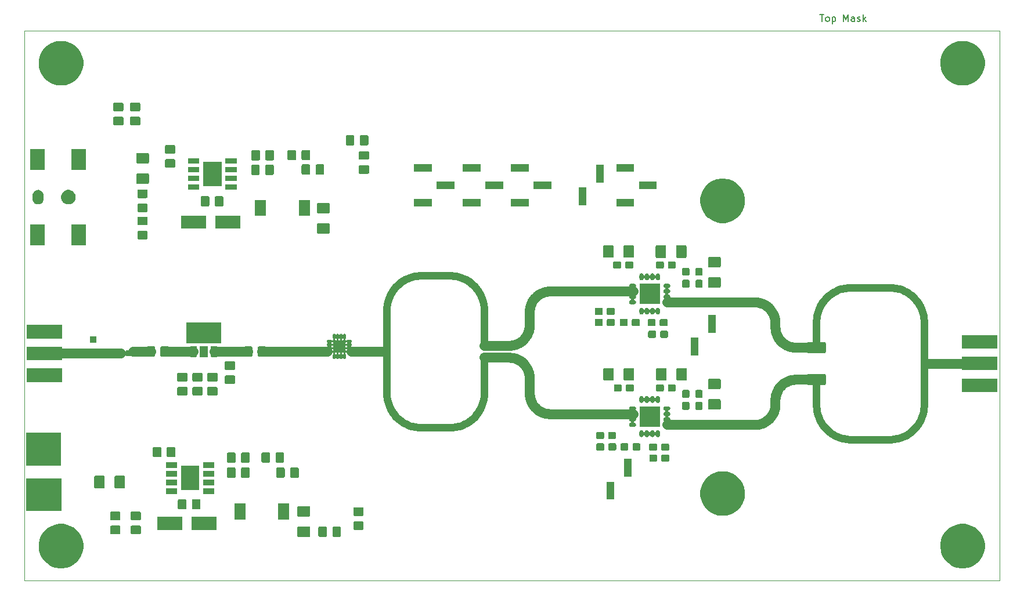
<source format=gbr>
G04 #@! TF.GenerationSoftware,KiCad,Pcbnew,(5.1.6)-1*
G04 #@! TF.CreationDate,2020-09-08T15:56:59+05:30*
G04 #@! TF.ProjectId,rj-2-4ghz-filter-amp,726a2d32-2d34-4676-987a-2d66696c7465,rev?*
G04 #@! TF.SameCoordinates,Original*
G04 #@! TF.FileFunction,Soldermask,Top*
G04 #@! TF.FilePolarity,Negative*
%FSLAX46Y46*%
G04 Gerber Fmt 4.6, Leading zero omitted, Abs format (unit mm)*
G04 Created by KiCad (PCBNEW (5.1.6)-1) date 2020-09-08 15:56:59*
%MOMM*%
%LPD*%
G01*
G04 APERTURE LIST*
%ADD10C,0.150000*%
%ADD11C,1.140000*%
%ADD12C,1.435000*%
G04 #@! TA.AperFunction,Profile*
%ADD13C,0.050000*%
G04 #@! TD*
%ADD14C,0.100000*%
G04 APERTURE END LIST*
D10*
X207176478Y-40902640D02*
X207747906Y-40902640D01*
X207462192Y-41902640D02*
X207462192Y-40902640D01*
X208224097Y-41902640D02*
X208128859Y-41855021D01*
X208081240Y-41807402D01*
X208033620Y-41712164D01*
X208033620Y-41426450D01*
X208081240Y-41331212D01*
X208128859Y-41283593D01*
X208224097Y-41235974D01*
X208366954Y-41235974D01*
X208462192Y-41283593D01*
X208509811Y-41331212D01*
X208557430Y-41426450D01*
X208557430Y-41712164D01*
X208509811Y-41807402D01*
X208462192Y-41855021D01*
X208366954Y-41902640D01*
X208224097Y-41902640D01*
X208986001Y-41235974D02*
X208986001Y-42235974D01*
X208986001Y-41283593D02*
X209081240Y-41235974D01*
X209271716Y-41235974D01*
X209366954Y-41283593D01*
X209414573Y-41331212D01*
X209462192Y-41426450D01*
X209462192Y-41712164D01*
X209414573Y-41807402D01*
X209366954Y-41855021D01*
X209271716Y-41902640D01*
X209081240Y-41902640D01*
X208986001Y-41855021D01*
X210652668Y-41902640D02*
X210652668Y-40902640D01*
X210986001Y-41616926D01*
X211319335Y-40902640D01*
X211319335Y-41902640D01*
X212224097Y-41902640D02*
X212224097Y-41378831D01*
X212176478Y-41283593D01*
X212081240Y-41235974D01*
X211890763Y-41235974D01*
X211795525Y-41283593D01*
X212224097Y-41855021D02*
X212128859Y-41902640D01*
X211890763Y-41902640D01*
X211795525Y-41855021D01*
X211747906Y-41759783D01*
X211747906Y-41664545D01*
X211795525Y-41569307D01*
X211890763Y-41521688D01*
X212128859Y-41521688D01*
X212224097Y-41474069D01*
X212652668Y-41855021D02*
X212747906Y-41902640D01*
X212938382Y-41902640D01*
X213033620Y-41855021D01*
X213081240Y-41759783D01*
X213081240Y-41712164D01*
X213033620Y-41616926D01*
X212938382Y-41569307D01*
X212795525Y-41569307D01*
X212700287Y-41521688D01*
X212652668Y-41426450D01*
X212652668Y-41378831D01*
X212700287Y-41283593D01*
X212795525Y-41235974D01*
X212938382Y-41235974D01*
X213033620Y-41283593D01*
X213509811Y-41902640D02*
X213509811Y-40902640D01*
X213605049Y-41521688D02*
X213890763Y-41902640D01*
X213890763Y-41235974D02*
X213509811Y-41616926D01*
D11*
X217367480Y-102917071D02*
X211667480Y-102917071D01*
X217612818Y-102911048D02*
X217367480Y-102917071D01*
X217857565Y-102892994D02*
X217612818Y-102911048D01*
X218101132Y-102862953D02*
X217857565Y-102892994D01*
X218342931Y-102820997D02*
X218101132Y-102862953D01*
X218582380Y-102767227D02*
X218342931Y-102820997D01*
X218818903Y-102701772D02*
X218582380Y-102767227D01*
X219051929Y-102624791D02*
X218818903Y-102701772D01*
X219280896Y-102536468D02*
X219051929Y-102624791D01*
X219505255Y-102437017D02*
X219280896Y-102536468D01*
X219724463Y-102326676D02*
X219505255Y-102437017D01*
X219937993Y-102205713D02*
X219724463Y-102326676D01*
X220145330Y-102074418D02*
X219937993Y-102205713D01*
X220345975Y-101933108D02*
X220145330Y-102074418D01*
X220539445Y-101782122D02*
X220345975Y-101933108D01*
X220725274Y-101621826D02*
X220539445Y-101782122D01*
X220903013Y-101452604D02*
X220725274Y-101621826D01*
X221072234Y-101274865D02*
X220903013Y-101452604D01*
X221232531Y-101089037D02*
X221072234Y-101274865D01*
X221383516Y-100895567D02*
X221232531Y-101089037D01*
X221524827Y-100694921D02*
X221383516Y-100895567D01*
X221656122Y-100487584D02*
X221524827Y-100694921D01*
X221777085Y-100274054D02*
X221656122Y-100487584D01*
X221887425Y-100054846D02*
X221777085Y-100274054D01*
X221986876Y-99830487D02*
X221887425Y-100054846D01*
X222075199Y-99601520D02*
X221986876Y-99830487D01*
X222152180Y-99368494D02*
X222075199Y-99601520D01*
X222217635Y-99131971D02*
X222152180Y-99368494D01*
X222271405Y-98892522D02*
X222217635Y-99131971D01*
X222313361Y-98650723D02*
X222271405Y-98892522D01*
X222343402Y-98407156D02*
X222313361Y-98650723D01*
X222361456Y-98162409D02*
X222343402Y-98407156D01*
X222367480Y-97917071D02*
X222361456Y-98162409D01*
X222367480Y-97917071D02*
X222367480Y-91384760D01*
X211422141Y-102911048D02*
X211667480Y-102917071D01*
X211177394Y-102892994D02*
X211422141Y-102911048D01*
X210933827Y-102862953D02*
X211177394Y-102892994D01*
X210692028Y-102820997D02*
X210933827Y-102862953D01*
X210452579Y-102767227D02*
X210692028Y-102820997D01*
X210216056Y-102701772D02*
X210452579Y-102767227D01*
X209983030Y-102624791D02*
X210216056Y-102701772D01*
X209754062Y-102536468D02*
X209983030Y-102624791D01*
X209529704Y-102437017D02*
X209754062Y-102536468D01*
X209310496Y-102326677D02*
X209529704Y-102437017D01*
X209096966Y-102205714D02*
X209310496Y-102326677D01*
X208889628Y-102074419D02*
X209096966Y-102205714D01*
X208688983Y-101933108D02*
X208889628Y-102074419D01*
X208495513Y-101782123D02*
X208688983Y-101933108D01*
X208309685Y-101621826D02*
X208495513Y-101782123D01*
X208131946Y-101452604D02*
X208309685Y-101621826D01*
X207962724Y-101274865D02*
X208131946Y-101452604D01*
X207802427Y-101089037D02*
X207962724Y-101274865D01*
X207651442Y-100895567D02*
X207802427Y-101089037D01*
X207510131Y-100694922D02*
X207651442Y-100895567D01*
X207378836Y-100487584D02*
X207510131Y-100694922D01*
X207257873Y-100274054D02*
X207378836Y-100487584D01*
X207147533Y-100054846D02*
X207257873Y-100274054D01*
X207048082Y-99830488D02*
X207147533Y-100054846D01*
X206959759Y-99601520D02*
X207048082Y-99830488D01*
X206882778Y-99368494D02*
X206959759Y-99601520D01*
X206817323Y-99131971D02*
X206882778Y-99368494D01*
X206763553Y-98892522D02*
X206817323Y-99131971D01*
X206721597Y-98650723D02*
X206763553Y-98892522D01*
X206691556Y-98407156D02*
X206721597Y-98650723D01*
X206673502Y-98162409D02*
X206691556Y-98407156D01*
X206667480Y-97917071D02*
X206673502Y-98162409D01*
X206667480Y-97917071D02*
X206667480Y-94177071D01*
X222367480Y-91384760D02*
X222367480Y-91842071D01*
X222367480Y-85762071D02*
X222367480Y-91384760D01*
D12*
X230474520Y-91839571D02*
X222550000Y-91839571D01*
D11*
X217367480Y-80762071D02*
X211667480Y-80762071D01*
X217612818Y-80768093D02*
X217367480Y-80762071D01*
X217857565Y-80786147D02*
X217612818Y-80768093D01*
X218101132Y-80816188D02*
X217857565Y-80786147D01*
X218342931Y-80858144D02*
X218101132Y-80816188D01*
X218582380Y-80911914D02*
X218342931Y-80858144D01*
X218818903Y-80977369D02*
X218582380Y-80911914D01*
X219051929Y-81054350D02*
X218818903Y-80977369D01*
X219280896Y-81142673D02*
X219051929Y-81054350D01*
X219505255Y-81242124D02*
X219280896Y-81142673D01*
X219724463Y-81352465D02*
X219505255Y-81242124D01*
X219937993Y-81473428D02*
X219724463Y-81352465D01*
X220145330Y-81604723D02*
X219937993Y-81473428D01*
X220345975Y-81746033D02*
X220145330Y-81604723D01*
X220539445Y-81897019D02*
X220345975Y-81746033D01*
X220725274Y-82057315D02*
X220539445Y-81897019D01*
X220903013Y-82226537D02*
X220725274Y-82057315D01*
X221072234Y-82404276D02*
X220903013Y-82226537D01*
X221232531Y-82590104D02*
X221072234Y-82404276D01*
X221383516Y-82783574D02*
X221232531Y-82590104D01*
X221524827Y-82984220D02*
X221383516Y-82783574D01*
X221656122Y-83191557D02*
X221524827Y-82984220D01*
X221777085Y-83405087D02*
X221656122Y-83191557D01*
X221887425Y-83624295D02*
X221777085Y-83405087D01*
X221986876Y-83848654D02*
X221887425Y-83624295D01*
X222075199Y-84077621D02*
X221986876Y-83848654D01*
X222152180Y-84310647D02*
X222075199Y-84077621D01*
X222217635Y-84547170D02*
X222152180Y-84310647D01*
X222271405Y-84786619D02*
X222217635Y-84547170D01*
X222313361Y-85028418D02*
X222271405Y-84786619D01*
X222343402Y-85271985D02*
X222313361Y-85028418D01*
X222361456Y-85516732D02*
X222343402Y-85271985D01*
X222367480Y-85762071D02*
X222361456Y-85516732D01*
X211422141Y-80768093D02*
X211667480Y-80762071D01*
X211177394Y-80786147D02*
X211422141Y-80768093D01*
X210933827Y-80816188D02*
X211177394Y-80786147D01*
X210692028Y-80858144D02*
X210933827Y-80816188D01*
X210452579Y-80911914D02*
X210692028Y-80858144D01*
X210216056Y-80977369D02*
X210452579Y-80911914D01*
X209983030Y-81054350D02*
X210216056Y-80977369D01*
X209754062Y-81142673D02*
X209983030Y-81054350D01*
X209529704Y-81242124D02*
X209754062Y-81142673D01*
X209310496Y-81352464D02*
X209529704Y-81242124D01*
X209096966Y-81473427D02*
X209310496Y-81352464D01*
X208889628Y-81604722D02*
X209096966Y-81473427D01*
X208688983Y-81746033D02*
X208889628Y-81604722D01*
X208495513Y-81897018D02*
X208688983Y-81746033D01*
X208309685Y-82057315D02*
X208495513Y-81897018D01*
X208131946Y-82226537D02*
X208309685Y-82057315D01*
X207962724Y-82404276D02*
X208131946Y-82226537D01*
X207802427Y-82590104D02*
X207962724Y-82404276D01*
X207651442Y-82783574D02*
X207802427Y-82590104D01*
X207510131Y-82984219D02*
X207651442Y-82783574D01*
X207378836Y-83191557D02*
X207510131Y-82984219D01*
X207257873Y-83405087D02*
X207378836Y-83191557D01*
X207147533Y-83624295D02*
X207257873Y-83405087D01*
X207048082Y-83848653D02*
X207147533Y-83624295D01*
X206959759Y-84077621D02*
X207048082Y-83848653D01*
X206882778Y-84310647D02*
X206959759Y-84077621D01*
X206817323Y-84547170D02*
X206882778Y-84310647D01*
X206763553Y-84786619D02*
X206817323Y-84547170D01*
X206721597Y-85028418D02*
X206763553Y-84786619D01*
X206691556Y-85271985D02*
X206721597Y-85028418D01*
X206673502Y-85516732D02*
X206691556Y-85271985D01*
X206667480Y-85762071D02*
X206673502Y-85516732D01*
X206667480Y-85762071D02*
X206667480Y-89502071D01*
D12*
X200667480Y-97177071D02*
X200667480Y-97790201D01*
X200671093Y-97029867D02*
X200667480Y-97177071D01*
X200681925Y-96883019D02*
X200671093Y-97029867D01*
X200699950Y-96736879D02*
X200681925Y-96883019D01*
X200725124Y-96591800D02*
X200699950Y-96736879D01*
X200757386Y-96448130D02*
X200725124Y-96591800D01*
X200796658Y-96306216D02*
X200757386Y-96448130D01*
X200842847Y-96166401D02*
X200796658Y-96306216D01*
X200895841Y-96029020D02*
X200842847Y-96166401D01*
X200955512Y-95894405D02*
X200895841Y-96029020D01*
X201021716Y-95762880D02*
X200955512Y-95894405D01*
X201094294Y-95634762D02*
X201021716Y-95762880D01*
X201173071Y-95510360D02*
X201094294Y-95634762D01*
X201257857Y-95389973D02*
X201173071Y-95510360D01*
X201348448Y-95273891D02*
X201257857Y-95389973D01*
X201444626Y-95162394D02*
X201348448Y-95273891D01*
X201546159Y-95055750D02*
X201444626Y-95162394D01*
X201652803Y-94954217D02*
X201546159Y-95055750D01*
X201764300Y-94858039D02*
X201652803Y-94954217D01*
X201880382Y-94767448D02*
X201764300Y-94858039D01*
X202000769Y-94682662D02*
X201880382Y-94767448D01*
X202125171Y-94603885D02*
X202000769Y-94682662D01*
X202253289Y-94531307D02*
X202125171Y-94603885D01*
X202384814Y-94465103D02*
X202253289Y-94531307D01*
X202519429Y-94405432D02*
X202384814Y-94465103D01*
X202656810Y-94352438D02*
X202519429Y-94405432D01*
X202796625Y-94306249D02*
X202656810Y-94352438D01*
X202938539Y-94266977D02*
X202796625Y-94306249D01*
X203227288Y-94209541D02*
X203082209Y-94234715D01*
X203373428Y-94191516D02*
X203227288Y-94209541D01*
X203520276Y-94180684D02*
X203373428Y-94191516D01*
X203667480Y-94177071D02*
X203520276Y-94180684D01*
X203667480Y-94177071D02*
X206667480Y-94177071D01*
X200667480Y-86502071D02*
X200667480Y-85888940D01*
X200671093Y-86649274D02*
X200667480Y-86502071D01*
X200681925Y-86796122D02*
X200671093Y-86649274D01*
X200699950Y-86942262D02*
X200681925Y-86796122D01*
X200725124Y-87087341D02*
X200699950Y-86942262D01*
X200757386Y-87231011D02*
X200725124Y-87087341D01*
X200796658Y-87372925D02*
X200757386Y-87231011D01*
X200842847Y-87512740D02*
X200796658Y-87372925D01*
X200895841Y-87650121D02*
X200842847Y-87512740D01*
X200955512Y-87784736D02*
X200895841Y-87650121D01*
X201021716Y-87916261D02*
X200955512Y-87784736D01*
X201094294Y-88044379D02*
X201021716Y-87916261D01*
X201173071Y-88168781D02*
X201094294Y-88044379D01*
X201257857Y-88289168D02*
X201173071Y-88168781D01*
X201348448Y-88405250D02*
X201257857Y-88289168D01*
X201444626Y-88516747D02*
X201348448Y-88405250D01*
X201546159Y-88623391D02*
X201444626Y-88516747D01*
X201652803Y-88724924D02*
X201546159Y-88623391D01*
X201764300Y-88821102D02*
X201652803Y-88724924D01*
X201880382Y-88911693D02*
X201764300Y-88821102D01*
X202000769Y-88996479D02*
X201880382Y-88911693D01*
X202125171Y-89075256D02*
X202000769Y-88996479D01*
X202253289Y-89147834D02*
X202125171Y-89075256D01*
X202384814Y-89214038D02*
X202253289Y-89147834D01*
X202519429Y-89273709D02*
X202384814Y-89214038D01*
X202656810Y-89326703D02*
X202519429Y-89273709D01*
X202796625Y-89372892D02*
X202656810Y-89326703D01*
X202938539Y-89412164D02*
X202796625Y-89372892D01*
X203082209Y-89444426D02*
X202938539Y-89412164D01*
X203227288Y-89469600D02*
X203082209Y-89444426D01*
X203373428Y-89487625D02*
X203227288Y-89469600D01*
X203520276Y-89498457D02*
X203373428Y-89487625D01*
X203667480Y-89502071D02*
X203520276Y-89498457D01*
X203667480Y-89502071D02*
X206667480Y-89502071D01*
X200240665Y-99332509D02*
X200313243Y-99204391D01*
X200077102Y-99577298D02*
X200161888Y-99456911D01*
X199454577Y-100199823D02*
X199570659Y-100109232D01*
X199682156Y-100013054D02*
X199788800Y-99911521D01*
X199570659Y-100109232D02*
X199682156Y-100013054D01*
X199986511Y-99693380D02*
X200077102Y-99577298D01*
X199209788Y-100363386D02*
X199334190Y-100284609D01*
X199081670Y-100435964D02*
X199209788Y-100363386D01*
X199890333Y-99804877D02*
X199986511Y-99693380D01*
X197814683Y-100786587D02*
X197961531Y-100775755D01*
X199334190Y-100284609D02*
X199454577Y-100199823D01*
X197667480Y-100790201D02*
X197814683Y-100786587D01*
X198396420Y-100700294D02*
X198538334Y-100661022D01*
X199788800Y-99911521D02*
X199890333Y-99804877D01*
X198678149Y-100614833D02*
X198815530Y-100561839D01*
X200161888Y-99456911D02*
X200240665Y-99332509D01*
X198107671Y-100757730D02*
X198252750Y-100732556D01*
X197961531Y-100775755D02*
X198107671Y-100757730D01*
X198538334Y-100661022D02*
X198678149Y-100614833D01*
X198252750Y-100732556D02*
X198396420Y-100700294D01*
X184858680Y-100790201D02*
X197667480Y-100790201D01*
X198815530Y-100561839D02*
X198950145Y-100502168D01*
X198950145Y-100502168D02*
X199081670Y-100435964D01*
X200313243Y-99204391D02*
X200379447Y-99072866D01*
X200663866Y-97937404D02*
X200667480Y-97790201D01*
X200379447Y-99072866D02*
X200439118Y-98938251D01*
X200439118Y-98938251D02*
X200492112Y-98800870D01*
X200492112Y-98800870D02*
X200538301Y-98661055D01*
X200538301Y-98661055D02*
X200577573Y-98519141D01*
X200577573Y-98519141D02*
X200609835Y-98375471D01*
X200609835Y-98375471D02*
X200635009Y-98230392D01*
X200635009Y-98230392D02*
X200653034Y-98084252D01*
X200653034Y-98084252D02*
X200663866Y-97937404D01*
X200240665Y-84346631D02*
X200313243Y-84474749D01*
X200161888Y-84222229D02*
X200240665Y-84346631D01*
X199986511Y-83985760D02*
X200077102Y-84101842D01*
X199890333Y-83874263D02*
X199986511Y-83985760D01*
X199788800Y-83767619D02*
X199890333Y-83874263D01*
X199682156Y-83666086D02*
X199788800Y-83767619D01*
X199570659Y-83569908D02*
X199682156Y-83666086D01*
X199334190Y-83394531D02*
X199454577Y-83479317D01*
X199454577Y-83479317D02*
X199570659Y-83569908D01*
X199209788Y-83315754D02*
X199334190Y-83394531D01*
X197961531Y-82903385D02*
X198107671Y-82921410D01*
X199081670Y-83243176D02*
X199209788Y-83315754D01*
X197814683Y-82892553D02*
X197961531Y-82903385D01*
X198950145Y-83176972D02*
X199081670Y-83243176D01*
X184858680Y-82888940D02*
X197667480Y-82888940D01*
X198107671Y-82921410D02*
X198252750Y-82946584D01*
X200439118Y-84740889D02*
X200492112Y-84878270D01*
X198396420Y-82978846D02*
X198538334Y-83018118D01*
X200077102Y-84101842D02*
X200161888Y-84222229D01*
X197667480Y-82888940D02*
X197814683Y-82892553D01*
X198252750Y-82946584D02*
X198396420Y-82978846D01*
X198538334Y-83018118D02*
X198678149Y-83064307D01*
X200492112Y-84878270D02*
X200538301Y-85018085D01*
X198815530Y-83117301D02*
X198950145Y-83176972D01*
X198678149Y-83064307D02*
X198815530Y-83117301D01*
X200635009Y-85448748D02*
X200653034Y-85594888D01*
X200313243Y-84474749D02*
X200379447Y-84606274D01*
X200379447Y-84606274D02*
X200439118Y-84740889D01*
X200538301Y-85018085D02*
X200577573Y-85159999D01*
X200577573Y-85159999D02*
X200609835Y-85303669D01*
X200609835Y-85303669D02*
X200635009Y-85448748D01*
X200653034Y-85594888D02*
X200663866Y-85741736D01*
X200663866Y-85741736D02*
X200667480Y-85888940D01*
X164832000Y-96190201D02*
X164832000Y-93963720D01*
X164835613Y-96337404D02*
X164832000Y-96190201D01*
X164846445Y-96484252D02*
X164835613Y-96337404D01*
X164864470Y-96630392D02*
X164846445Y-96484252D01*
X164889644Y-96775471D02*
X164864470Y-96630392D01*
X164921906Y-96919141D02*
X164889644Y-96775471D01*
X164961178Y-97061055D02*
X164921906Y-96919141D01*
X165007367Y-97200870D02*
X164961178Y-97061055D01*
X165060361Y-97338251D02*
X165007367Y-97200870D01*
X165120032Y-97472866D02*
X165060361Y-97338251D01*
X165186236Y-97604391D02*
X165120032Y-97472866D01*
X165258814Y-97732509D02*
X165186236Y-97604391D01*
X165337591Y-97856911D02*
X165258814Y-97732509D01*
X165422377Y-97977298D02*
X165337591Y-97856911D01*
X165512968Y-98093380D02*
X165422377Y-97977298D01*
X165609146Y-98204877D02*
X165512968Y-98093380D01*
X165710679Y-98311521D02*
X165609146Y-98204877D01*
X165817323Y-98413054D02*
X165710679Y-98311521D01*
X165928820Y-98509232D02*
X165817323Y-98413054D01*
X166044902Y-98599823D02*
X165928820Y-98509232D01*
X166165289Y-98684609D02*
X166044902Y-98599823D01*
X166289691Y-98763386D02*
X166165289Y-98684609D01*
X166417809Y-98835964D02*
X166289691Y-98763386D01*
X166549334Y-98902168D02*
X166417809Y-98835964D01*
X166683949Y-98961839D02*
X166549334Y-98902168D01*
X166821330Y-99014833D02*
X166683949Y-98961839D01*
X166961145Y-99061022D02*
X166821330Y-99014833D01*
X167103059Y-99100294D02*
X166961145Y-99061022D01*
X167246729Y-99132556D02*
X167103059Y-99100294D01*
X167391808Y-99157730D02*
X167246729Y-99132556D01*
X167537948Y-99175755D02*
X167391808Y-99157730D01*
X167684796Y-99186587D02*
X167537948Y-99175755D01*
X167832000Y-99190201D02*
X167684796Y-99186587D01*
X167832000Y-99190201D02*
X180000000Y-99190201D01*
X164828386Y-93816516D02*
X164832000Y-93963720D01*
X164817554Y-93669668D02*
X164828386Y-93816516D01*
X164799529Y-93523528D02*
X164817554Y-93669668D01*
X164774355Y-93378449D02*
X164799529Y-93523528D01*
X164742093Y-93234779D02*
X164774355Y-93378449D01*
X164702821Y-93092865D02*
X164742093Y-93234779D01*
X164656632Y-92953050D02*
X164702821Y-93092865D01*
X164603638Y-92815669D02*
X164656632Y-92953050D01*
X164543967Y-92681054D02*
X164603638Y-92815669D01*
X164477763Y-92549529D02*
X164543967Y-92681054D01*
X164405185Y-92421411D02*
X164477763Y-92549529D01*
X164326408Y-92297009D02*
X164405185Y-92421411D01*
X164241622Y-92176622D02*
X164326408Y-92297009D01*
X164151031Y-92060540D02*
X164241622Y-92176622D01*
X164054853Y-91949043D02*
X164151031Y-92060540D01*
X163953320Y-91842399D02*
X164054853Y-91949043D01*
X163846676Y-91740866D02*
X163953320Y-91842399D01*
X163735179Y-91644688D02*
X163846676Y-91740866D01*
X163619097Y-91554097D02*
X163735179Y-91644688D01*
X163498710Y-91469311D02*
X163619097Y-91554097D01*
X163374308Y-91390534D02*
X163498710Y-91469311D01*
X163246190Y-91317956D02*
X163374308Y-91390534D01*
X163114665Y-91251752D02*
X163246190Y-91317956D01*
X162980050Y-91192081D02*
X163114665Y-91251752D01*
X162842669Y-91139087D02*
X162980050Y-91192081D01*
X162702854Y-91092898D02*
X162842669Y-91139087D01*
X162560940Y-91053626D02*
X162702854Y-91092898D01*
X162417270Y-91021364D02*
X162560940Y-91053626D01*
X162272191Y-90996190D02*
X162417270Y-91021364D01*
X162126051Y-90978165D02*
X162272191Y-90996190D01*
X161979203Y-90967333D02*
X162126051Y-90978165D01*
X161832000Y-90963720D02*
X161979203Y-90967333D01*
X161832000Y-90963720D02*
X158200000Y-90963720D01*
X164832000Y-84288940D02*
X164832000Y-86213720D01*
X164835613Y-84141736D02*
X164832000Y-84288940D01*
X164846445Y-83994888D02*
X164835613Y-84141736D01*
X164864470Y-83848748D02*
X164846445Y-83994888D01*
X164889644Y-83703669D02*
X164864470Y-83848748D01*
X164921906Y-83559999D02*
X164889644Y-83703669D01*
X164961178Y-83418085D02*
X164921906Y-83559999D01*
X165007367Y-83278270D02*
X164961178Y-83418085D01*
X165060361Y-83140889D02*
X165007367Y-83278270D01*
X165120032Y-83006274D02*
X165060361Y-83140889D01*
X165186236Y-82874749D02*
X165120032Y-83006274D01*
X165258814Y-82746631D02*
X165186236Y-82874749D01*
X165337591Y-82622229D02*
X165258814Y-82746631D01*
X165422377Y-82501842D02*
X165337591Y-82622229D01*
X165512968Y-82385760D02*
X165422377Y-82501842D01*
X165609146Y-82274263D02*
X165512968Y-82385760D01*
X165710679Y-82167619D02*
X165609146Y-82274263D01*
X165817323Y-82066086D02*
X165710679Y-82167619D01*
X165928820Y-81969908D02*
X165817323Y-82066086D01*
X166044902Y-81879317D02*
X165928820Y-81969908D01*
X166165289Y-81794531D02*
X166044902Y-81879317D01*
X166289691Y-81715754D02*
X166165289Y-81794531D01*
X166417809Y-81643176D02*
X166289691Y-81715754D01*
X166549334Y-81576972D02*
X166417809Y-81643176D01*
X166683949Y-81517301D02*
X166549334Y-81576972D01*
X166821330Y-81464307D02*
X166683949Y-81517301D01*
X166961145Y-81418118D02*
X166821330Y-81464307D01*
X167103059Y-81378846D02*
X166961145Y-81418118D01*
X167246729Y-81346584D02*
X167103059Y-81378846D01*
X167391808Y-81321410D02*
X167246729Y-81346584D01*
X167537948Y-81303385D02*
X167391808Y-81321410D01*
X167684796Y-81292553D02*
X167537948Y-81303385D01*
X167832000Y-81288940D02*
X167684796Y-81292553D01*
X167832000Y-81288940D02*
X180000000Y-81288940D01*
X161832000Y-89213720D02*
X158200000Y-89213720D01*
X161979203Y-89210106D02*
X161832000Y-89213720D01*
X162126051Y-89199274D02*
X161979203Y-89210106D01*
X162272191Y-89181249D02*
X162126051Y-89199274D01*
X162417270Y-89156075D02*
X162272191Y-89181249D01*
X162560940Y-89123813D02*
X162417270Y-89156075D01*
X162702854Y-89084541D02*
X162560940Y-89123813D01*
X162842669Y-89038352D02*
X162702854Y-89084541D01*
X162980050Y-88985358D02*
X162842669Y-89038352D01*
X163114665Y-88925687D02*
X162980050Y-88985358D01*
X163246190Y-88859483D02*
X163114665Y-88925687D01*
X163374308Y-88786905D02*
X163246190Y-88859483D01*
X163498710Y-88708128D02*
X163374308Y-88786905D01*
X163619097Y-88623342D02*
X163498710Y-88708128D01*
X163735179Y-88532751D02*
X163619097Y-88623342D01*
X163846676Y-88436573D02*
X163735179Y-88532751D01*
X163953320Y-88335040D02*
X163846676Y-88436573D01*
X164054853Y-88228396D02*
X163953320Y-88335040D01*
X164151031Y-88116899D02*
X164054853Y-88228396D01*
X164241622Y-88000817D02*
X164151031Y-88116899D01*
X164326408Y-87880430D02*
X164241622Y-88000817D01*
X164405185Y-87756028D02*
X164326408Y-87880430D01*
X164477763Y-87627910D02*
X164405185Y-87756028D01*
X164543967Y-87496385D02*
X164477763Y-87627910D01*
X164603638Y-87361770D02*
X164543967Y-87496385D01*
X164656632Y-87224389D02*
X164603638Y-87361770D01*
X164702821Y-87084574D02*
X164656632Y-87224389D01*
X164742093Y-86942660D02*
X164702821Y-87084574D01*
X164774355Y-86798990D02*
X164742093Y-86942660D01*
X164799529Y-86653911D02*
X164774355Y-86798990D01*
X164817554Y-86507771D02*
X164799529Y-86653911D01*
X164828386Y-86360923D02*
X164817554Y-86507771D01*
X164832000Y-86213720D02*
X164828386Y-86360923D01*
D11*
X153200000Y-101177900D02*
X149000000Y-101177900D01*
X153445338Y-101171877D02*
X153200000Y-101177900D01*
X153690085Y-101153823D02*
X153445338Y-101171877D01*
X153933652Y-101123782D02*
X153690085Y-101153823D01*
X154175451Y-101081826D02*
X153933652Y-101123782D01*
X154414900Y-101028056D02*
X154175451Y-101081826D01*
X154651423Y-100962601D02*
X154414900Y-101028056D01*
X154884449Y-100885620D02*
X154651423Y-100962601D01*
X155113417Y-100797297D02*
X154884449Y-100885620D01*
X155337775Y-100697846D02*
X155113417Y-100797297D01*
X155556983Y-100587506D02*
X155337775Y-100697846D01*
X155770513Y-100466543D02*
X155556983Y-100587506D01*
X155977851Y-100335248D02*
X155770513Y-100466543D01*
X156178496Y-100193937D02*
X155977851Y-100335248D01*
X156371966Y-100042952D02*
X156178496Y-100193937D01*
X156557794Y-99882655D02*
X156371966Y-100042952D01*
X156735533Y-99713433D02*
X156557794Y-99882655D01*
X156904755Y-99535694D02*
X156735533Y-99713433D01*
X157065052Y-99349866D02*
X156904755Y-99535694D01*
X157216037Y-99156396D02*
X157065052Y-99349866D01*
X157357348Y-98955751D02*
X157216037Y-99156396D01*
X157488643Y-98748413D02*
X157357348Y-98955751D01*
X157609606Y-98534883D02*
X157488643Y-98748413D01*
X157719946Y-98315675D02*
X157609606Y-98534883D01*
X157819397Y-98091317D02*
X157719946Y-98315675D01*
X157907720Y-97862349D02*
X157819397Y-98091317D01*
X157984701Y-97629323D02*
X157907720Y-97862349D01*
X158050156Y-97392800D02*
X157984701Y-97629323D01*
X158103926Y-97153351D02*
X158050156Y-97392800D01*
X158145882Y-96911552D02*
X158103926Y-97153351D01*
X158175923Y-96667985D02*
X158145882Y-96911552D01*
X158193977Y-96423238D02*
X158175923Y-96667985D01*
X158200000Y-96177900D02*
X158193977Y-96423238D01*
X158200000Y-96177900D02*
X158200000Y-90963720D01*
X144000000Y-96177900D02*
X144000000Y-84017900D01*
X144006022Y-96423238D02*
X144000000Y-96177900D01*
X144024076Y-96667985D02*
X144006022Y-96423238D01*
X144054117Y-96911552D02*
X144024076Y-96667985D01*
X144096073Y-97153351D02*
X144054117Y-96911552D01*
X144149843Y-97392800D02*
X144096073Y-97153351D01*
X144215298Y-97629323D02*
X144149843Y-97392800D01*
X144292279Y-97862349D02*
X144215298Y-97629323D01*
X144380602Y-98091317D02*
X144292279Y-97862349D01*
X144480053Y-98315675D02*
X144380602Y-98091317D01*
X144590393Y-98534883D02*
X144480053Y-98315675D01*
X144711356Y-98748413D02*
X144590393Y-98534883D01*
X144842651Y-98955751D02*
X144711356Y-98748413D01*
X144983962Y-99156396D02*
X144842651Y-98955751D01*
X145134947Y-99349866D02*
X144983962Y-99156396D01*
X145295244Y-99535694D02*
X145134947Y-99349866D01*
X145464466Y-99713433D02*
X145295244Y-99535694D01*
X145642205Y-99882655D02*
X145464466Y-99713433D01*
X145828033Y-100042952D02*
X145642205Y-99882655D01*
X146021503Y-100193937D02*
X145828033Y-100042952D01*
X146222148Y-100335248D02*
X146021503Y-100193937D01*
X146429486Y-100466543D02*
X146222148Y-100335248D01*
X146643016Y-100587506D02*
X146429486Y-100466543D01*
X146862224Y-100697846D02*
X146643016Y-100587506D01*
X147086582Y-100797297D02*
X146862224Y-100697846D01*
X147315550Y-100885620D02*
X147086582Y-100797297D01*
X147548576Y-100962601D02*
X147315550Y-100885620D01*
X147785099Y-101028056D02*
X147548576Y-100962601D01*
X148024548Y-101081826D02*
X147785099Y-101028056D01*
X148266347Y-101123782D02*
X148024548Y-101081826D01*
X148509914Y-101153823D02*
X148266347Y-101123782D01*
X148754661Y-101171877D02*
X148509914Y-101153823D01*
X149000000Y-101177900D02*
X148754661Y-101171877D01*
X153200000Y-79017900D02*
X149000000Y-79017900D01*
X153445338Y-79023922D02*
X153200000Y-79017900D01*
X153690085Y-79041976D02*
X153445338Y-79023922D01*
X153933652Y-79072017D02*
X153690085Y-79041976D01*
X154175451Y-79113973D02*
X153933652Y-79072017D01*
X154414900Y-79167743D02*
X154175451Y-79113973D01*
X154651423Y-79233198D02*
X154414900Y-79167743D01*
X154884449Y-79310179D02*
X154651423Y-79233198D01*
X155113417Y-79398502D02*
X154884449Y-79310179D01*
X155337775Y-79497953D02*
X155113417Y-79398502D01*
X155556983Y-79608293D02*
X155337775Y-79497953D01*
X155770513Y-79729256D02*
X155556983Y-79608293D01*
X155977851Y-79860551D02*
X155770513Y-79729256D01*
X156178496Y-80001862D02*
X155977851Y-79860551D01*
X156371966Y-80152847D02*
X156178496Y-80001862D01*
X156557794Y-80313144D02*
X156371966Y-80152847D01*
X156735533Y-80482366D02*
X156557794Y-80313144D01*
X156904755Y-80660105D02*
X156735533Y-80482366D01*
X157065052Y-80845933D02*
X156904755Y-80660105D01*
X157216037Y-81039403D02*
X157065052Y-80845933D01*
X157357348Y-81240048D02*
X157216037Y-81039403D01*
X157488643Y-81447386D02*
X157357348Y-81240048D01*
X157609606Y-81660916D02*
X157488643Y-81447386D01*
X157719946Y-81880124D02*
X157609606Y-81660916D01*
X157819397Y-82104482D02*
X157719946Y-81880124D01*
X157907720Y-82333450D02*
X157819397Y-82104482D01*
X157984701Y-82566476D02*
X157907720Y-82333450D01*
X158050156Y-82802999D02*
X157984701Y-82566476D01*
X158103926Y-83042448D02*
X158050156Y-82802999D01*
X158145882Y-83284247D02*
X158103926Y-83042448D01*
X158175923Y-83527814D02*
X158145882Y-83284247D01*
X158193977Y-83772561D02*
X158175923Y-83527814D01*
X158200000Y-84017900D02*
X158193977Y-83772561D01*
X158200000Y-84017900D02*
X158200000Y-89213720D01*
X144006022Y-83772561D02*
X144000000Y-84017900D01*
X144024076Y-83527814D02*
X144006022Y-83772561D01*
X144054117Y-83284247D02*
X144024076Y-83527814D01*
X144096073Y-83042448D02*
X144054117Y-83284247D01*
X144149843Y-82802999D02*
X144096073Y-83042448D01*
X144215298Y-82566476D02*
X144149843Y-82802999D01*
X144292279Y-82333450D02*
X144215298Y-82566476D01*
X144380602Y-82104482D02*
X144292279Y-82333450D01*
X144480053Y-81880124D02*
X144380602Y-82104482D01*
X144590393Y-81660916D02*
X144480053Y-81880124D01*
X144711356Y-81447386D02*
X144590393Y-81660916D01*
X144842651Y-81240048D02*
X144711356Y-81447386D01*
X144983962Y-81039403D02*
X144842651Y-81240048D01*
X145134947Y-80845933D02*
X144983962Y-81039403D01*
X145295244Y-80660105D02*
X145134947Y-80845933D01*
X145464466Y-80482366D02*
X145295244Y-80660105D01*
X145642205Y-80313144D02*
X145464466Y-80482366D01*
X145828033Y-80152847D02*
X145642205Y-80313144D01*
X146021503Y-80001862D02*
X145828033Y-80152847D01*
X146222148Y-79860551D02*
X146021503Y-80001862D01*
X146429486Y-79729256D02*
X146222148Y-79860551D01*
X146643016Y-79608293D02*
X146429486Y-79729256D01*
X146862224Y-79497953D02*
X146643016Y-79608293D01*
X147086582Y-79398502D02*
X146862224Y-79497953D01*
X147315550Y-79310179D02*
X147086582Y-79398502D01*
X147548576Y-79233198D02*
X147315550Y-79310179D01*
X147785099Y-79167743D02*
X147548576Y-79233198D01*
X148024548Y-79113973D02*
X147785099Y-79167743D01*
X148266347Y-79072017D02*
X148024548Y-79113973D01*
X148509914Y-79041976D02*
X148266347Y-79072017D01*
X148754661Y-79023922D02*
X148509914Y-79041976D01*
X149000000Y-79017900D02*
X148754661Y-79023922D01*
D12*
X138844020Y-90097900D02*
X143850000Y-90097900D01*
X125817740Y-90098880D02*
X135351520Y-90098880D01*
X121051120Y-90098880D02*
X118834600Y-90098880D01*
X121686320Y-90098880D02*
X121051120Y-90098880D01*
X123767740Y-90098880D02*
X121686320Y-90098880D01*
X115825140Y-90089420D02*
X111633680Y-90089420D01*
X109581840Y-90091260D02*
X107012740Y-90091260D01*
X100261380Y-90344500D02*
X94092520Y-90344500D01*
X100261380Y-90344500D02*
X102161380Y-90344500D01*
X102161380Y-90344500D02*
X105216960Y-90344500D01*
D13*
X233400600Y-43286680D02*
X91183460Y-43286680D01*
X91183460Y-43286680D02*
X91183460Y-123548140D01*
X233400600Y-123548140D02*
X233400600Y-43286680D01*
X91183460Y-123548140D02*
X233400600Y-123548140D01*
D14*
G36*
X228634239Y-115311467D02*
G01*
X228948282Y-115373934D01*
X229539926Y-115619001D01*
X229898593Y-115858655D01*
X230011234Y-115933919D01*
X230072392Y-115974784D01*
X230525216Y-116427608D01*
X230880999Y-116960074D01*
X231126066Y-117551718D01*
X231126066Y-117551719D01*
X231251000Y-118179803D01*
X231251000Y-118820197D01*
X231188533Y-119134239D01*
X231126066Y-119448282D01*
X230880999Y-120039926D01*
X230525216Y-120572392D01*
X230072392Y-121025216D01*
X229539926Y-121380999D01*
X228948282Y-121626066D01*
X228634239Y-121688533D01*
X228320197Y-121751000D01*
X227679803Y-121751000D01*
X227365761Y-121688533D01*
X227051718Y-121626066D01*
X226460074Y-121380999D01*
X225927608Y-121025216D01*
X225474784Y-120572392D01*
X225119001Y-120039926D01*
X224873934Y-119448282D01*
X224811467Y-119134239D01*
X224749000Y-118820197D01*
X224749000Y-118179803D01*
X224873934Y-117551719D01*
X224873934Y-117551718D01*
X225119001Y-116960074D01*
X225474784Y-116427608D01*
X225927608Y-115974784D01*
X225988767Y-115933919D01*
X226101407Y-115858655D01*
X226460074Y-115619001D01*
X227051718Y-115373934D01*
X227365761Y-115311467D01*
X227679803Y-115249000D01*
X228320197Y-115249000D01*
X228634239Y-115311467D01*
G37*
G36*
X97134239Y-115311467D02*
G01*
X97448282Y-115373934D01*
X98039926Y-115619001D01*
X98398593Y-115858655D01*
X98511234Y-115933919D01*
X98572392Y-115974784D01*
X99025216Y-116427608D01*
X99380999Y-116960074D01*
X99626066Y-117551718D01*
X99626066Y-117551719D01*
X99751000Y-118179803D01*
X99751000Y-118820197D01*
X99688533Y-119134239D01*
X99626066Y-119448282D01*
X99380999Y-120039926D01*
X99025216Y-120572392D01*
X98572392Y-121025216D01*
X98039926Y-121380999D01*
X97448282Y-121626066D01*
X97134239Y-121688533D01*
X96820197Y-121751000D01*
X96179803Y-121751000D01*
X95865761Y-121688533D01*
X95551718Y-121626066D01*
X94960074Y-121380999D01*
X94427608Y-121025216D01*
X93974784Y-120572392D01*
X93619001Y-120039926D01*
X93373934Y-119448282D01*
X93311467Y-119134239D01*
X93249000Y-118820197D01*
X93249000Y-118179803D01*
X93373934Y-117551719D01*
X93373934Y-117551718D01*
X93619001Y-116960074D01*
X93974784Y-116427608D01*
X94427608Y-115974784D01*
X94488767Y-115933919D01*
X94601407Y-115858655D01*
X94960074Y-115619001D01*
X95551718Y-115373934D01*
X95865761Y-115311467D01*
X96179803Y-115249000D01*
X96820197Y-115249000D01*
X97134239Y-115311467D01*
G37*
G36*
X132677762Y-115642861D02*
G01*
X132712681Y-115653454D01*
X132744863Y-115670656D01*
X132773073Y-115693807D01*
X132796224Y-115722017D01*
X132813426Y-115754199D01*
X132824019Y-115789118D01*
X132828200Y-115831575D01*
X132828200Y-116972785D01*
X132824019Y-117015242D01*
X132813426Y-117050161D01*
X132796224Y-117082343D01*
X132773073Y-117110553D01*
X132744863Y-117133704D01*
X132712681Y-117150906D01*
X132677762Y-117161499D01*
X132635305Y-117165680D01*
X131169095Y-117165680D01*
X131126638Y-117161499D01*
X131091719Y-117150906D01*
X131059537Y-117133704D01*
X131031327Y-117110553D01*
X131008176Y-117082343D01*
X130990974Y-117050161D01*
X130980381Y-117015242D01*
X130976200Y-116972785D01*
X130976200Y-115831575D01*
X130980381Y-115789118D01*
X130990974Y-115754199D01*
X131008176Y-115722017D01*
X131031327Y-115693807D01*
X131059537Y-115670656D01*
X131091719Y-115653454D01*
X131126638Y-115642861D01*
X131169095Y-115638680D01*
X132635305Y-115638680D01*
X132677762Y-115642861D01*
G37*
G36*
X137172134Y-115644045D02*
G01*
X137209827Y-115655479D01*
X137244563Y-115674046D01*
X137275008Y-115699032D01*
X137299994Y-115729477D01*
X137318561Y-115764213D01*
X137329995Y-115801906D01*
X137334460Y-115847241D01*
X137334460Y-116933919D01*
X137329995Y-116979254D01*
X137318561Y-117016947D01*
X137299994Y-117051683D01*
X137275008Y-117082128D01*
X137244563Y-117107114D01*
X137209827Y-117125681D01*
X137172134Y-117137115D01*
X137126799Y-117141580D01*
X136290121Y-117141580D01*
X136244786Y-117137115D01*
X136207093Y-117125681D01*
X136172357Y-117107114D01*
X136141912Y-117082128D01*
X136116926Y-117051683D01*
X136098359Y-117016947D01*
X136086925Y-116979254D01*
X136082460Y-116933919D01*
X136082460Y-115847241D01*
X136086925Y-115801906D01*
X136098359Y-115764213D01*
X136116926Y-115729477D01*
X136141912Y-115699032D01*
X136172357Y-115674046D01*
X136207093Y-115655479D01*
X136244786Y-115644045D01*
X136290121Y-115639580D01*
X137126799Y-115639580D01*
X137172134Y-115644045D01*
G37*
G36*
X135122134Y-115644045D02*
G01*
X135159827Y-115655479D01*
X135194563Y-115674046D01*
X135225008Y-115699032D01*
X135249994Y-115729477D01*
X135268561Y-115764213D01*
X135279995Y-115801906D01*
X135284460Y-115847241D01*
X135284460Y-116933919D01*
X135279995Y-116979254D01*
X135268561Y-117016947D01*
X135249994Y-117051683D01*
X135225008Y-117082128D01*
X135194563Y-117107114D01*
X135159827Y-117125681D01*
X135122134Y-117137115D01*
X135076799Y-117141580D01*
X134240121Y-117141580D01*
X134194786Y-117137115D01*
X134157093Y-117125681D01*
X134122357Y-117107114D01*
X134091912Y-117082128D01*
X134066926Y-117051683D01*
X134048359Y-117016947D01*
X134036925Y-116979254D01*
X134032460Y-116933919D01*
X134032460Y-115847241D01*
X134036925Y-115801906D01*
X134048359Y-115764213D01*
X134066926Y-115729477D01*
X134091912Y-115699032D01*
X134122357Y-115674046D01*
X134157093Y-115655479D01*
X134194786Y-115644045D01*
X134240121Y-115639580D01*
X135076799Y-115639580D01*
X135122134Y-115644045D01*
G37*
G36*
X107992574Y-115521345D02*
G01*
X108030267Y-115532779D01*
X108065003Y-115551346D01*
X108095448Y-115576332D01*
X108120434Y-115606777D01*
X108139001Y-115641513D01*
X108150435Y-115679206D01*
X108154900Y-115724541D01*
X108154900Y-116561219D01*
X108150435Y-116606554D01*
X108139001Y-116644247D01*
X108120434Y-116678983D01*
X108095448Y-116709428D01*
X108065003Y-116734414D01*
X108030267Y-116752981D01*
X107992574Y-116764415D01*
X107947239Y-116768880D01*
X106860561Y-116768880D01*
X106815226Y-116764415D01*
X106777533Y-116752981D01*
X106742797Y-116734414D01*
X106712352Y-116709428D01*
X106687366Y-116678983D01*
X106668799Y-116644247D01*
X106657365Y-116606554D01*
X106652900Y-116561219D01*
X106652900Y-115724541D01*
X106657365Y-115679206D01*
X106668799Y-115641513D01*
X106687366Y-115606777D01*
X106712352Y-115576332D01*
X106742797Y-115551346D01*
X106777533Y-115532779D01*
X106815226Y-115521345D01*
X106860561Y-115516880D01*
X107947239Y-115516880D01*
X107992574Y-115521345D01*
G37*
G36*
X105005534Y-115517645D02*
G01*
X105043227Y-115529079D01*
X105077963Y-115547646D01*
X105108408Y-115572632D01*
X105133394Y-115603077D01*
X105151961Y-115637813D01*
X105163395Y-115675506D01*
X105167860Y-115720841D01*
X105167860Y-116557519D01*
X105163395Y-116602854D01*
X105151961Y-116640547D01*
X105133394Y-116675283D01*
X105108408Y-116705728D01*
X105077963Y-116730714D01*
X105043227Y-116749281D01*
X105005534Y-116760715D01*
X104960199Y-116765180D01*
X103873521Y-116765180D01*
X103828186Y-116760715D01*
X103790493Y-116749281D01*
X103755757Y-116730714D01*
X103725312Y-116705728D01*
X103700326Y-116675283D01*
X103681759Y-116640547D01*
X103670325Y-116602854D01*
X103665860Y-116557519D01*
X103665860Y-115720841D01*
X103670325Y-115675506D01*
X103681759Y-115637813D01*
X103700326Y-115603077D01*
X103725312Y-115572632D01*
X103755757Y-115547646D01*
X103790493Y-115529079D01*
X103828186Y-115517645D01*
X103873521Y-115513180D01*
X104960199Y-115513180D01*
X105005534Y-115517645D01*
G37*
G36*
X114180120Y-116155240D02*
G01*
X110578120Y-116155240D01*
X110578120Y-114253240D01*
X114180120Y-114253240D01*
X114180120Y-116155240D01*
G37*
G36*
X119180120Y-116155240D02*
G01*
X115578120Y-116155240D01*
X115578120Y-114253240D01*
X119180120Y-114253240D01*
X119180120Y-116155240D01*
G37*
G36*
X140472134Y-114894045D02*
G01*
X140509827Y-114905479D01*
X140544563Y-114924046D01*
X140575008Y-114949032D01*
X140599994Y-114979477D01*
X140618561Y-115014213D01*
X140629995Y-115051906D01*
X140634460Y-115097241D01*
X140634460Y-115933919D01*
X140629995Y-115979254D01*
X140618561Y-116016947D01*
X140599994Y-116051683D01*
X140575008Y-116082128D01*
X140544563Y-116107114D01*
X140509827Y-116125681D01*
X140472134Y-116137115D01*
X140426799Y-116141580D01*
X139340121Y-116141580D01*
X139294786Y-116137115D01*
X139257093Y-116125681D01*
X139222357Y-116107114D01*
X139191912Y-116082128D01*
X139166926Y-116051683D01*
X139148359Y-116016947D01*
X139136925Y-115979254D01*
X139132460Y-115933919D01*
X139132460Y-115097241D01*
X139136925Y-115051906D01*
X139148359Y-115014213D01*
X139166926Y-114979477D01*
X139191912Y-114949032D01*
X139222357Y-114924046D01*
X139257093Y-114905479D01*
X139294786Y-114894045D01*
X139340121Y-114889580D01*
X140426799Y-114889580D01*
X140472134Y-114894045D01*
G37*
G36*
X107992574Y-113471345D02*
G01*
X108030267Y-113482779D01*
X108065003Y-113501346D01*
X108095448Y-113526332D01*
X108120434Y-113556777D01*
X108139001Y-113591513D01*
X108150435Y-113629206D01*
X108154900Y-113674541D01*
X108154900Y-114511219D01*
X108150435Y-114556554D01*
X108139001Y-114594247D01*
X108120434Y-114628983D01*
X108095448Y-114659428D01*
X108065003Y-114684414D01*
X108030267Y-114702981D01*
X107992574Y-114714415D01*
X107947239Y-114718880D01*
X106860561Y-114718880D01*
X106815226Y-114714415D01*
X106777533Y-114702981D01*
X106742797Y-114684414D01*
X106712352Y-114659428D01*
X106687366Y-114628983D01*
X106668799Y-114594247D01*
X106657365Y-114556554D01*
X106652900Y-114511219D01*
X106652900Y-113674541D01*
X106657365Y-113629206D01*
X106668799Y-113591513D01*
X106687366Y-113556777D01*
X106712352Y-113526332D01*
X106742797Y-113501346D01*
X106777533Y-113482779D01*
X106815226Y-113471345D01*
X106860561Y-113466880D01*
X107947239Y-113466880D01*
X107992574Y-113471345D01*
G37*
G36*
X105005534Y-113467645D02*
G01*
X105043227Y-113479079D01*
X105077963Y-113497646D01*
X105108408Y-113522632D01*
X105133394Y-113553077D01*
X105151961Y-113587813D01*
X105163395Y-113625506D01*
X105167860Y-113670841D01*
X105167860Y-114507519D01*
X105163395Y-114552854D01*
X105151961Y-114590547D01*
X105133394Y-114625283D01*
X105108408Y-114655728D01*
X105077963Y-114680714D01*
X105043227Y-114699281D01*
X105005534Y-114710715D01*
X104960199Y-114715180D01*
X103873521Y-114715180D01*
X103828186Y-114710715D01*
X103790493Y-114699281D01*
X103755757Y-114680714D01*
X103725312Y-114655728D01*
X103700326Y-114625283D01*
X103681759Y-114590547D01*
X103670325Y-114552854D01*
X103665860Y-114507519D01*
X103665860Y-113670841D01*
X103670325Y-113625506D01*
X103681759Y-113587813D01*
X103700326Y-113553077D01*
X103725312Y-113522632D01*
X103755757Y-113497646D01*
X103790493Y-113479079D01*
X103828186Y-113467645D01*
X103873521Y-113463180D01*
X104960199Y-113463180D01*
X105005534Y-113467645D01*
G37*
G36*
X123397040Y-114607720D02*
G01*
X121795040Y-114607720D01*
X121795040Y-112305720D01*
X123397040Y-112305720D01*
X123397040Y-114607720D01*
G37*
G36*
X129797040Y-114607720D02*
G01*
X128195040Y-114607720D01*
X128195040Y-112305720D01*
X129797040Y-112305720D01*
X129797040Y-114607720D01*
G37*
G36*
X132677762Y-112667861D02*
G01*
X132712681Y-112678454D01*
X132744863Y-112695656D01*
X132773073Y-112718807D01*
X132796224Y-112747017D01*
X132813426Y-112779199D01*
X132824019Y-112814118D01*
X132828200Y-112856575D01*
X132828200Y-113997785D01*
X132824019Y-114040242D01*
X132813426Y-114075161D01*
X132796224Y-114107343D01*
X132773073Y-114135553D01*
X132744863Y-114158704D01*
X132712681Y-114175906D01*
X132677762Y-114186499D01*
X132635305Y-114190680D01*
X131169095Y-114190680D01*
X131126638Y-114186499D01*
X131091719Y-114175906D01*
X131059537Y-114158704D01*
X131031327Y-114135553D01*
X131008176Y-114107343D01*
X130990974Y-114075161D01*
X130980381Y-114040242D01*
X130976200Y-113997785D01*
X130976200Y-112856575D01*
X130980381Y-112814118D01*
X130990974Y-112779199D01*
X131008176Y-112747017D01*
X131031327Y-112718807D01*
X131059537Y-112695656D01*
X131091719Y-112678454D01*
X131126638Y-112667861D01*
X131169095Y-112663680D01*
X132635305Y-112663680D01*
X132677762Y-112667861D01*
G37*
G36*
X140472134Y-112844045D02*
G01*
X140509827Y-112855479D01*
X140544563Y-112874046D01*
X140575008Y-112899032D01*
X140599994Y-112929477D01*
X140618561Y-112964213D01*
X140629995Y-113001906D01*
X140634460Y-113047241D01*
X140634460Y-113883919D01*
X140629995Y-113929254D01*
X140618561Y-113966947D01*
X140599994Y-114001683D01*
X140575008Y-114032128D01*
X140544563Y-114057114D01*
X140509827Y-114075681D01*
X140472134Y-114087115D01*
X140426799Y-114091580D01*
X139340121Y-114091580D01*
X139294786Y-114087115D01*
X139257093Y-114075681D01*
X139222357Y-114057114D01*
X139191912Y-114032128D01*
X139166926Y-114001683D01*
X139148359Y-113966947D01*
X139136925Y-113929254D01*
X139132460Y-113883919D01*
X139132460Y-113047241D01*
X139136925Y-113001906D01*
X139148359Y-112964213D01*
X139166926Y-112929477D01*
X139191912Y-112899032D01*
X139222357Y-112874046D01*
X139257093Y-112855479D01*
X139294786Y-112844045D01*
X139340121Y-112839580D01*
X140426799Y-112839580D01*
X140472134Y-112844045D01*
G37*
G36*
X193634239Y-107636747D02*
G01*
X193948282Y-107699214D01*
X194539926Y-107944281D01*
X194829523Y-108137784D01*
X195046985Y-108283087D01*
X195072392Y-108300064D01*
X195525216Y-108752888D01*
X195880999Y-109285354D01*
X196120818Y-109864329D01*
X196126066Y-109876999D01*
X196251000Y-110505083D01*
X196251000Y-111145477D01*
X196188533Y-111459519D01*
X196126066Y-111773562D01*
X195880999Y-112365206D01*
X195607664Y-112774280D01*
X195537485Y-112879311D01*
X195525216Y-112897672D01*
X195072392Y-113350496D01*
X194539926Y-113706279D01*
X193948282Y-113951346D01*
X193644047Y-114011862D01*
X193320197Y-114076280D01*
X192679803Y-114076280D01*
X192355953Y-114011862D01*
X192051718Y-113951346D01*
X191460074Y-113706279D01*
X190927608Y-113350496D01*
X190474784Y-112897672D01*
X190462516Y-112879311D01*
X190392336Y-112774280D01*
X190119001Y-112365206D01*
X189873934Y-111773562D01*
X189811467Y-111459519D01*
X189749000Y-111145477D01*
X189749000Y-110505083D01*
X189873934Y-109876999D01*
X189879182Y-109864329D01*
X190119001Y-109285354D01*
X190474784Y-108752888D01*
X190927608Y-108300064D01*
X190953016Y-108283087D01*
X191170477Y-108137784D01*
X191460074Y-107944281D01*
X192051718Y-107699214D01*
X192365761Y-107636747D01*
X192679803Y-107574280D01*
X193320197Y-107574280D01*
X193634239Y-107636747D01*
G37*
G36*
X96537780Y-113395867D02*
G01*
X91419680Y-113395867D01*
X91419680Y-108595267D01*
X96537780Y-108595267D01*
X96537780Y-113395867D01*
G37*
G36*
X116677674Y-111653545D02*
G01*
X116715367Y-111664979D01*
X116750103Y-111683546D01*
X116780548Y-111708532D01*
X116805534Y-111738977D01*
X116824101Y-111773713D01*
X116835535Y-111811406D01*
X116840000Y-111856741D01*
X116840000Y-112943419D01*
X116835535Y-112988754D01*
X116824101Y-113026447D01*
X116805534Y-113061183D01*
X116780548Y-113091628D01*
X116750103Y-113116614D01*
X116715367Y-113135181D01*
X116677674Y-113146615D01*
X116632339Y-113151080D01*
X115795661Y-113151080D01*
X115750326Y-113146615D01*
X115712633Y-113135181D01*
X115677897Y-113116614D01*
X115647452Y-113091628D01*
X115622466Y-113061183D01*
X115603899Y-113026447D01*
X115592465Y-112988754D01*
X115588000Y-112943419D01*
X115588000Y-111856741D01*
X115592465Y-111811406D01*
X115603899Y-111773713D01*
X115622466Y-111738977D01*
X115647452Y-111708532D01*
X115677897Y-111683546D01*
X115712633Y-111664979D01*
X115750326Y-111653545D01*
X115795661Y-111649080D01*
X116632339Y-111649080D01*
X116677674Y-111653545D01*
G37*
G36*
X114627674Y-111653545D02*
G01*
X114665367Y-111664979D01*
X114700103Y-111683546D01*
X114730548Y-111708532D01*
X114755534Y-111738977D01*
X114774101Y-111773713D01*
X114785535Y-111811406D01*
X114790000Y-111856741D01*
X114790000Y-112943419D01*
X114785535Y-112988754D01*
X114774101Y-113026447D01*
X114755534Y-113061183D01*
X114730548Y-113091628D01*
X114700103Y-113116614D01*
X114665367Y-113135181D01*
X114627674Y-113146615D01*
X114582339Y-113151080D01*
X113745661Y-113151080D01*
X113700326Y-113146615D01*
X113662633Y-113135181D01*
X113627897Y-113116614D01*
X113597452Y-113091628D01*
X113572466Y-113061183D01*
X113553899Y-113026447D01*
X113542465Y-112988754D01*
X113538000Y-112943419D01*
X113538000Y-111856741D01*
X113542465Y-111811406D01*
X113553899Y-111773713D01*
X113572466Y-111738977D01*
X113597452Y-111708532D01*
X113627897Y-111683546D01*
X113662633Y-111664979D01*
X113700326Y-111653545D01*
X113745661Y-111649080D01*
X114582339Y-111649080D01*
X114627674Y-111653545D01*
G37*
G36*
X177162280Y-111707100D02*
G01*
X176060280Y-111707100D01*
X176060280Y-109095100D01*
X177162280Y-109095100D01*
X177162280Y-111707100D01*
G37*
G36*
X113407340Y-110875760D02*
G01*
X111780340Y-110875760D01*
X111780340Y-110073760D01*
X113407340Y-110073760D01*
X113407340Y-110875760D01*
G37*
G36*
X118831340Y-110875760D02*
G01*
X117204340Y-110875760D01*
X117204340Y-110073760D01*
X118831340Y-110073760D01*
X118831340Y-110875760D01*
G37*
G36*
X116636840Y-110345760D02*
G01*
X113974840Y-110345760D01*
X113974840Y-106793760D01*
X116636840Y-106793760D01*
X116636840Y-110345760D01*
G37*
G36*
X102714382Y-108232141D02*
G01*
X102749301Y-108242734D01*
X102781483Y-108259936D01*
X102809693Y-108283087D01*
X102832844Y-108311297D01*
X102850046Y-108343479D01*
X102860639Y-108378398D01*
X102864820Y-108420855D01*
X102864820Y-109887065D01*
X102860639Y-109929522D01*
X102850046Y-109964441D01*
X102832844Y-109996623D01*
X102809693Y-110024833D01*
X102781483Y-110047984D01*
X102749301Y-110065186D01*
X102714382Y-110075779D01*
X102671925Y-110079960D01*
X101530715Y-110079960D01*
X101488258Y-110075779D01*
X101453339Y-110065186D01*
X101421157Y-110047984D01*
X101392947Y-110024833D01*
X101369796Y-109996623D01*
X101352594Y-109964441D01*
X101342001Y-109929522D01*
X101337820Y-109887065D01*
X101337820Y-108420855D01*
X101342001Y-108378398D01*
X101352594Y-108343479D01*
X101369796Y-108311297D01*
X101392947Y-108283087D01*
X101421157Y-108259936D01*
X101453339Y-108242734D01*
X101488258Y-108232141D01*
X101530715Y-108227960D01*
X102671925Y-108227960D01*
X102714382Y-108232141D01*
G37*
G36*
X105689382Y-108232141D02*
G01*
X105724301Y-108242734D01*
X105756483Y-108259936D01*
X105784693Y-108283087D01*
X105807844Y-108311297D01*
X105825046Y-108343479D01*
X105835639Y-108378398D01*
X105839820Y-108420855D01*
X105839820Y-109887065D01*
X105835639Y-109929522D01*
X105825046Y-109964441D01*
X105807844Y-109996623D01*
X105784693Y-110024833D01*
X105756483Y-110047984D01*
X105724301Y-110065186D01*
X105689382Y-110075779D01*
X105646925Y-110079960D01*
X104505715Y-110079960D01*
X104463258Y-110075779D01*
X104428339Y-110065186D01*
X104396157Y-110047984D01*
X104367947Y-110024833D01*
X104344796Y-109996623D01*
X104327594Y-109964441D01*
X104317001Y-109929522D01*
X104312820Y-109887065D01*
X104312820Y-108420855D01*
X104317001Y-108378398D01*
X104327594Y-108343479D01*
X104344796Y-108311297D01*
X104367947Y-108283087D01*
X104396157Y-108259936D01*
X104428339Y-108242734D01*
X104463258Y-108232141D01*
X104505715Y-108227960D01*
X105646925Y-108227960D01*
X105689382Y-108232141D01*
G37*
G36*
X118831340Y-109605760D02*
G01*
X117204340Y-109605760D01*
X117204340Y-108803760D01*
X118831340Y-108803760D01*
X118831340Y-109605760D01*
G37*
G36*
X113407340Y-109605760D02*
G01*
X111780340Y-109605760D01*
X111780340Y-108803760D01*
X113407340Y-108803760D01*
X113407340Y-109605760D01*
G37*
G36*
X128969894Y-107033285D02*
G01*
X129007587Y-107044719D01*
X129042323Y-107063286D01*
X129072768Y-107088272D01*
X129097754Y-107118717D01*
X129116321Y-107153453D01*
X129127755Y-107191146D01*
X129132220Y-107236481D01*
X129132220Y-108323159D01*
X129127755Y-108368494D01*
X129116321Y-108406187D01*
X129097754Y-108440923D01*
X129072768Y-108471368D01*
X129042323Y-108496354D01*
X129007587Y-108514921D01*
X128969894Y-108526355D01*
X128924559Y-108530820D01*
X128087881Y-108530820D01*
X128042546Y-108526355D01*
X128004853Y-108514921D01*
X127970117Y-108496354D01*
X127939672Y-108471368D01*
X127914686Y-108440923D01*
X127896119Y-108406187D01*
X127884685Y-108368494D01*
X127880220Y-108323159D01*
X127880220Y-107236481D01*
X127884685Y-107191146D01*
X127896119Y-107153453D01*
X127914686Y-107118717D01*
X127939672Y-107088272D01*
X127970117Y-107063286D01*
X128004853Y-107044719D01*
X128042546Y-107033285D01*
X128087881Y-107028820D01*
X128924559Y-107028820D01*
X128969894Y-107033285D01*
G37*
G36*
X131019894Y-107033285D02*
G01*
X131057587Y-107044719D01*
X131092323Y-107063286D01*
X131122768Y-107088272D01*
X131147754Y-107118717D01*
X131166321Y-107153453D01*
X131177755Y-107191146D01*
X131182220Y-107236481D01*
X131182220Y-108323159D01*
X131177755Y-108368494D01*
X131166321Y-108406187D01*
X131147754Y-108440923D01*
X131122768Y-108471368D01*
X131092323Y-108496354D01*
X131057587Y-108514921D01*
X131019894Y-108526355D01*
X130974559Y-108530820D01*
X130137881Y-108530820D01*
X130092546Y-108526355D01*
X130054853Y-108514921D01*
X130020117Y-108496354D01*
X129989672Y-108471368D01*
X129964686Y-108440923D01*
X129946119Y-108406187D01*
X129934685Y-108368494D01*
X129930220Y-108323159D01*
X129930220Y-107236481D01*
X129934685Y-107191146D01*
X129946119Y-107153453D01*
X129964686Y-107118717D01*
X129989672Y-107088272D01*
X130020117Y-107063286D01*
X130054853Y-107044719D01*
X130092546Y-107033285D01*
X130137881Y-107028820D01*
X130974559Y-107028820D01*
X131019894Y-107033285D01*
G37*
G36*
X121803174Y-107023125D02*
G01*
X121840867Y-107034559D01*
X121875603Y-107053126D01*
X121906048Y-107078112D01*
X121931034Y-107108557D01*
X121949601Y-107143293D01*
X121961035Y-107180986D01*
X121965500Y-107226321D01*
X121965500Y-108312999D01*
X121961035Y-108358334D01*
X121949601Y-108396027D01*
X121931034Y-108430763D01*
X121906048Y-108461208D01*
X121875603Y-108486194D01*
X121840867Y-108504761D01*
X121803174Y-108516195D01*
X121757839Y-108520660D01*
X120921161Y-108520660D01*
X120875826Y-108516195D01*
X120838133Y-108504761D01*
X120803397Y-108486194D01*
X120772952Y-108461208D01*
X120747966Y-108430763D01*
X120729399Y-108396027D01*
X120717965Y-108358334D01*
X120713500Y-108312999D01*
X120713500Y-107226321D01*
X120717965Y-107180986D01*
X120729399Y-107143293D01*
X120747966Y-107108557D01*
X120772952Y-107078112D01*
X120803397Y-107053126D01*
X120838133Y-107034559D01*
X120875826Y-107023125D01*
X120921161Y-107018660D01*
X121757839Y-107018660D01*
X121803174Y-107023125D01*
G37*
G36*
X123853174Y-107023125D02*
G01*
X123890867Y-107034559D01*
X123925603Y-107053126D01*
X123956048Y-107078112D01*
X123981034Y-107108557D01*
X123999601Y-107143293D01*
X124011035Y-107180986D01*
X124015500Y-107226321D01*
X124015500Y-108312999D01*
X124011035Y-108358334D01*
X123999601Y-108396027D01*
X123981034Y-108430763D01*
X123956048Y-108461208D01*
X123925603Y-108486194D01*
X123890867Y-108504761D01*
X123853174Y-108516195D01*
X123807839Y-108520660D01*
X122971161Y-108520660D01*
X122925826Y-108516195D01*
X122888133Y-108504761D01*
X122853397Y-108486194D01*
X122822952Y-108461208D01*
X122797966Y-108430763D01*
X122779399Y-108396027D01*
X122767965Y-108358334D01*
X122763500Y-108312999D01*
X122763500Y-107226321D01*
X122767965Y-107180986D01*
X122779399Y-107143293D01*
X122797966Y-107108557D01*
X122822952Y-107078112D01*
X122853397Y-107053126D01*
X122888133Y-107034559D01*
X122925826Y-107023125D01*
X122971161Y-107018660D01*
X123807839Y-107018660D01*
X123853174Y-107023125D01*
G37*
G36*
X179702280Y-108397100D02*
G01*
X178600280Y-108397100D01*
X178600280Y-105785100D01*
X179702280Y-105785100D01*
X179702280Y-108397100D01*
G37*
G36*
X113407340Y-108335760D02*
G01*
X111780340Y-108335760D01*
X111780340Y-107533760D01*
X113407340Y-107533760D01*
X113407340Y-108335760D01*
G37*
G36*
X118831340Y-108335760D02*
G01*
X117204340Y-108335760D01*
X117204340Y-107533760D01*
X118831340Y-107533760D01*
X118831340Y-108335760D01*
G37*
G36*
X113407340Y-107065760D02*
G01*
X111780340Y-107065760D01*
X111780340Y-106263760D01*
X113407340Y-106263760D01*
X113407340Y-107065760D01*
G37*
G36*
X118831340Y-107065760D02*
G01*
X117204340Y-107065760D01*
X117204340Y-106263760D01*
X118831340Y-106263760D01*
X118831340Y-107065760D01*
G37*
G36*
X96522540Y-106746592D02*
G01*
X91404440Y-106746592D01*
X91404440Y-101945992D01*
X96522540Y-101945992D01*
X96522540Y-106746592D01*
G37*
G36*
X123850634Y-104836185D02*
G01*
X123888327Y-104847619D01*
X123923063Y-104866186D01*
X123953508Y-104891172D01*
X123978494Y-104921617D01*
X123997061Y-104956353D01*
X124008495Y-104994046D01*
X124012960Y-105039381D01*
X124012960Y-106126059D01*
X124008495Y-106171394D01*
X123997061Y-106209087D01*
X123978494Y-106243823D01*
X123953508Y-106274268D01*
X123923063Y-106299254D01*
X123888327Y-106317821D01*
X123850634Y-106329255D01*
X123805299Y-106333720D01*
X122968621Y-106333720D01*
X122923286Y-106329255D01*
X122885593Y-106317821D01*
X122850857Y-106299254D01*
X122820412Y-106274268D01*
X122795426Y-106243823D01*
X122776859Y-106209087D01*
X122765425Y-106171394D01*
X122760960Y-106126059D01*
X122760960Y-105039381D01*
X122765425Y-104994046D01*
X122776859Y-104956353D01*
X122795426Y-104921617D01*
X122820412Y-104891172D01*
X122850857Y-104866186D01*
X122885593Y-104847619D01*
X122923286Y-104836185D01*
X122968621Y-104831720D01*
X123805299Y-104831720D01*
X123850634Y-104836185D01*
G37*
G36*
X121800634Y-104836185D02*
G01*
X121838327Y-104847619D01*
X121873063Y-104866186D01*
X121903508Y-104891172D01*
X121928494Y-104921617D01*
X121947061Y-104956353D01*
X121958495Y-104994046D01*
X121962960Y-105039381D01*
X121962960Y-106126059D01*
X121958495Y-106171394D01*
X121947061Y-106209087D01*
X121928494Y-106243823D01*
X121903508Y-106274268D01*
X121873063Y-106299254D01*
X121838327Y-106317821D01*
X121800634Y-106329255D01*
X121755299Y-106333720D01*
X120918621Y-106333720D01*
X120873286Y-106329255D01*
X120835593Y-106317821D01*
X120800857Y-106299254D01*
X120770412Y-106274268D01*
X120745426Y-106243823D01*
X120726859Y-106209087D01*
X120715425Y-106171394D01*
X120710960Y-106126059D01*
X120710960Y-105039381D01*
X120715425Y-104994046D01*
X120726859Y-104956353D01*
X120745426Y-104921617D01*
X120770412Y-104891172D01*
X120800857Y-104866186D01*
X120835593Y-104847619D01*
X120873286Y-104836185D01*
X120918621Y-104831720D01*
X121755299Y-104831720D01*
X121800634Y-104836185D01*
G37*
G36*
X126829834Y-104813325D02*
G01*
X126867527Y-104824759D01*
X126902263Y-104843326D01*
X126932708Y-104868312D01*
X126957694Y-104898757D01*
X126976261Y-104933493D01*
X126987695Y-104971186D01*
X126992160Y-105016521D01*
X126992160Y-106103199D01*
X126987695Y-106148534D01*
X126976261Y-106186227D01*
X126957694Y-106220963D01*
X126932708Y-106251408D01*
X126902263Y-106276394D01*
X126867527Y-106294961D01*
X126829834Y-106306395D01*
X126784499Y-106310860D01*
X125947821Y-106310860D01*
X125902486Y-106306395D01*
X125864793Y-106294961D01*
X125830057Y-106276394D01*
X125799612Y-106251408D01*
X125774626Y-106220963D01*
X125756059Y-106186227D01*
X125744625Y-106148534D01*
X125740160Y-106103199D01*
X125740160Y-105016521D01*
X125744625Y-104971186D01*
X125756059Y-104933493D01*
X125774626Y-104898757D01*
X125799612Y-104868312D01*
X125830057Y-104843326D01*
X125864793Y-104824759D01*
X125902486Y-104813325D01*
X125947821Y-104808860D01*
X126784499Y-104808860D01*
X126829834Y-104813325D01*
G37*
G36*
X128879834Y-104813325D02*
G01*
X128917527Y-104824759D01*
X128952263Y-104843326D01*
X128982708Y-104868312D01*
X129007694Y-104898757D01*
X129026261Y-104933493D01*
X129037695Y-104971186D01*
X129042160Y-105016521D01*
X129042160Y-106103199D01*
X129037695Y-106148534D01*
X129026261Y-106186227D01*
X129007694Y-106220963D01*
X128982708Y-106251408D01*
X128952263Y-106276394D01*
X128917527Y-106294961D01*
X128879834Y-106306395D01*
X128834499Y-106310860D01*
X127997821Y-106310860D01*
X127952486Y-106306395D01*
X127914793Y-106294961D01*
X127880057Y-106276394D01*
X127849612Y-106251408D01*
X127824626Y-106220963D01*
X127806059Y-106186227D01*
X127794625Y-106148534D01*
X127790160Y-106103199D01*
X127790160Y-105016521D01*
X127794625Y-104971186D01*
X127806059Y-104933493D01*
X127824626Y-104898757D01*
X127849612Y-104868312D01*
X127880057Y-104843326D01*
X127914793Y-104824759D01*
X127952486Y-104813325D01*
X127997821Y-104808860D01*
X128834499Y-104808860D01*
X128879834Y-104813325D01*
G37*
G36*
X183293259Y-105122125D02*
G01*
X183330755Y-105133500D01*
X183365314Y-105151972D01*
X183395607Y-105176833D01*
X183420468Y-105207126D01*
X183438940Y-105241685D01*
X183450315Y-105279181D01*
X183454760Y-105324318D01*
X183454760Y-105963042D01*
X183450315Y-106008179D01*
X183438940Y-106045675D01*
X183420468Y-106080234D01*
X183395607Y-106110527D01*
X183365314Y-106135388D01*
X183330755Y-106153860D01*
X183293259Y-106165235D01*
X183248122Y-106169680D01*
X182509398Y-106169680D01*
X182464261Y-106165235D01*
X182426765Y-106153860D01*
X182392206Y-106135388D01*
X182361913Y-106110527D01*
X182337052Y-106080234D01*
X182318580Y-106045675D01*
X182307205Y-106008179D01*
X182302760Y-105963042D01*
X182302760Y-105324318D01*
X182307205Y-105279181D01*
X182318580Y-105241685D01*
X182337052Y-105207126D01*
X182361913Y-105176833D01*
X182392206Y-105151972D01*
X182426765Y-105133500D01*
X182464261Y-105122125D01*
X182509398Y-105117680D01*
X183248122Y-105117680D01*
X183293259Y-105122125D01*
G37*
G36*
X185043259Y-105122125D02*
G01*
X185080755Y-105133500D01*
X185115314Y-105151972D01*
X185145607Y-105176833D01*
X185170468Y-105207126D01*
X185188940Y-105241685D01*
X185200315Y-105279181D01*
X185204760Y-105324318D01*
X185204760Y-105963042D01*
X185200315Y-106008179D01*
X185188940Y-106045675D01*
X185170468Y-106080234D01*
X185145607Y-106110527D01*
X185115314Y-106135388D01*
X185080755Y-106153860D01*
X185043259Y-106165235D01*
X184998122Y-106169680D01*
X184259398Y-106169680D01*
X184214261Y-106165235D01*
X184176765Y-106153860D01*
X184142206Y-106135388D01*
X184111913Y-106110527D01*
X184087052Y-106080234D01*
X184068580Y-106045675D01*
X184057205Y-106008179D01*
X184052760Y-105963042D01*
X184052760Y-105324318D01*
X184057205Y-105279181D01*
X184068580Y-105241685D01*
X184087052Y-105207126D01*
X184111913Y-105176833D01*
X184142206Y-105151972D01*
X184176765Y-105133500D01*
X184214261Y-105122125D01*
X184259398Y-105117680D01*
X184998122Y-105117680D01*
X185043259Y-105122125D01*
G37*
G36*
X113022134Y-104019045D02*
G01*
X113059827Y-104030479D01*
X113094563Y-104049046D01*
X113125008Y-104074032D01*
X113149994Y-104104477D01*
X113168561Y-104139213D01*
X113179995Y-104176906D01*
X113184460Y-104222241D01*
X113184460Y-105308919D01*
X113179995Y-105354254D01*
X113168561Y-105391947D01*
X113149994Y-105426683D01*
X113125008Y-105457128D01*
X113094563Y-105482114D01*
X113059827Y-105500681D01*
X113022134Y-105512115D01*
X112976799Y-105516580D01*
X112140121Y-105516580D01*
X112094786Y-105512115D01*
X112057093Y-105500681D01*
X112022357Y-105482114D01*
X111991912Y-105457128D01*
X111966926Y-105426683D01*
X111948359Y-105391947D01*
X111936925Y-105354254D01*
X111932460Y-105308919D01*
X111932460Y-104222241D01*
X111936925Y-104176906D01*
X111948359Y-104139213D01*
X111966926Y-104104477D01*
X111991912Y-104074032D01*
X112022357Y-104049046D01*
X112057093Y-104030479D01*
X112094786Y-104019045D01*
X112140121Y-104014580D01*
X112976799Y-104014580D01*
X113022134Y-104019045D01*
G37*
G36*
X110972134Y-104019045D02*
G01*
X111009827Y-104030479D01*
X111044563Y-104049046D01*
X111075008Y-104074032D01*
X111099994Y-104104477D01*
X111118561Y-104139213D01*
X111129995Y-104176906D01*
X111134460Y-104222241D01*
X111134460Y-105308919D01*
X111129995Y-105354254D01*
X111118561Y-105391947D01*
X111099994Y-105426683D01*
X111075008Y-105457128D01*
X111044563Y-105482114D01*
X111009827Y-105500681D01*
X110972134Y-105512115D01*
X110926799Y-105516580D01*
X110090121Y-105516580D01*
X110044786Y-105512115D01*
X110007093Y-105500681D01*
X109972357Y-105482114D01*
X109941912Y-105457128D01*
X109916926Y-105426683D01*
X109898359Y-105391947D01*
X109886925Y-105354254D01*
X109882460Y-105308919D01*
X109882460Y-104222241D01*
X109886925Y-104176906D01*
X109898359Y-104139213D01*
X109916926Y-104104477D01*
X109941912Y-104074032D01*
X109972357Y-104049046D01*
X110007093Y-104030479D01*
X110044786Y-104019045D01*
X110090121Y-104014580D01*
X110926799Y-104014580D01*
X110972134Y-104019045D01*
G37*
G36*
X185022939Y-103516845D02*
G01*
X185060435Y-103528220D01*
X185094994Y-103546692D01*
X185125287Y-103571553D01*
X185150148Y-103601846D01*
X185168620Y-103636405D01*
X185179995Y-103673901D01*
X185184440Y-103719038D01*
X185184440Y-104357762D01*
X185179995Y-104402899D01*
X185168620Y-104440395D01*
X185150148Y-104474954D01*
X185125287Y-104505247D01*
X185094994Y-104530108D01*
X185060435Y-104548580D01*
X185022939Y-104559955D01*
X184977802Y-104564400D01*
X184239078Y-104564400D01*
X184193941Y-104559955D01*
X184156445Y-104548580D01*
X184121886Y-104530108D01*
X184091593Y-104505247D01*
X184066732Y-104474954D01*
X184048260Y-104440395D01*
X184036885Y-104402899D01*
X184032440Y-104357762D01*
X184032440Y-103719038D01*
X184036885Y-103673901D01*
X184048260Y-103636405D01*
X184066732Y-103601846D01*
X184091593Y-103571553D01*
X184121886Y-103546692D01*
X184156445Y-103528220D01*
X184193941Y-103516845D01*
X184239078Y-103512400D01*
X184977802Y-103512400D01*
X185022939Y-103516845D01*
G37*
G36*
X183272939Y-103516845D02*
G01*
X183310435Y-103528220D01*
X183344994Y-103546692D01*
X183375287Y-103571553D01*
X183400148Y-103601846D01*
X183418620Y-103636405D01*
X183429995Y-103673901D01*
X183434440Y-103719038D01*
X183434440Y-104357762D01*
X183429995Y-104402899D01*
X183418620Y-104440395D01*
X183400148Y-104474954D01*
X183375287Y-104505247D01*
X183344994Y-104530108D01*
X183310435Y-104548580D01*
X183272939Y-104559955D01*
X183227802Y-104564400D01*
X182489078Y-104564400D01*
X182443941Y-104559955D01*
X182406445Y-104548580D01*
X182371886Y-104530108D01*
X182341593Y-104505247D01*
X182316732Y-104474954D01*
X182298260Y-104440395D01*
X182286885Y-104402899D01*
X182282440Y-104357762D01*
X182282440Y-103719038D01*
X182286885Y-103673901D01*
X182298260Y-103636405D01*
X182316732Y-103601846D01*
X182341593Y-103571553D01*
X182371886Y-103546692D01*
X182406445Y-103528220D01*
X182443941Y-103516845D01*
X182489078Y-103512400D01*
X183227802Y-103512400D01*
X183272939Y-103516845D01*
G37*
G36*
X180837019Y-103496525D02*
G01*
X180874515Y-103507900D01*
X180909074Y-103526372D01*
X180939367Y-103551233D01*
X180964228Y-103581526D01*
X180982700Y-103616085D01*
X180994075Y-103653581D01*
X180998520Y-103698718D01*
X180998520Y-104337442D01*
X180994075Y-104382579D01*
X180982700Y-104420075D01*
X180964228Y-104454634D01*
X180939367Y-104484927D01*
X180909074Y-104509788D01*
X180874515Y-104528260D01*
X180837019Y-104539635D01*
X180791882Y-104544080D01*
X180053158Y-104544080D01*
X180008021Y-104539635D01*
X179970525Y-104528260D01*
X179935966Y-104509788D01*
X179905673Y-104484927D01*
X179880812Y-104454634D01*
X179862340Y-104420075D01*
X179850965Y-104382579D01*
X179846520Y-104337442D01*
X179846520Y-103698718D01*
X179850965Y-103653581D01*
X179862340Y-103616085D01*
X179880812Y-103581526D01*
X179905673Y-103551233D01*
X179935966Y-103526372D01*
X179970525Y-103507900D01*
X180008021Y-103496525D01*
X180053158Y-103492080D01*
X180791882Y-103492080D01*
X180837019Y-103496525D01*
G37*
G36*
X179087019Y-103496525D02*
G01*
X179124515Y-103507900D01*
X179159074Y-103526372D01*
X179189367Y-103551233D01*
X179214228Y-103581526D01*
X179232700Y-103616085D01*
X179244075Y-103653581D01*
X179248520Y-103698718D01*
X179248520Y-104337442D01*
X179244075Y-104382579D01*
X179232700Y-104420075D01*
X179214228Y-104454634D01*
X179189367Y-104484927D01*
X179159074Y-104509788D01*
X179124515Y-104528260D01*
X179087019Y-104539635D01*
X179041882Y-104544080D01*
X178303158Y-104544080D01*
X178258021Y-104539635D01*
X178220525Y-104528260D01*
X178185966Y-104509788D01*
X178155673Y-104484927D01*
X178130812Y-104454634D01*
X178112340Y-104420075D01*
X178100965Y-104382579D01*
X178096520Y-104337442D01*
X178096520Y-103698718D01*
X178100965Y-103653581D01*
X178112340Y-103616085D01*
X178130812Y-103581526D01*
X178155673Y-103551233D01*
X178185966Y-103526372D01*
X178220525Y-103507900D01*
X178258021Y-103496525D01*
X178303158Y-103492080D01*
X179041882Y-103492080D01*
X179087019Y-103496525D01*
G37*
G36*
X177316579Y-103491445D02*
G01*
X177354075Y-103502820D01*
X177388634Y-103521292D01*
X177418927Y-103546153D01*
X177443788Y-103576446D01*
X177462260Y-103611005D01*
X177473635Y-103648501D01*
X177478080Y-103693638D01*
X177478080Y-104332362D01*
X177473635Y-104377499D01*
X177462260Y-104414995D01*
X177443788Y-104449554D01*
X177418927Y-104479847D01*
X177388634Y-104504708D01*
X177354075Y-104523180D01*
X177316579Y-104534555D01*
X177271442Y-104539000D01*
X176532718Y-104539000D01*
X176487581Y-104534555D01*
X176450085Y-104523180D01*
X176415526Y-104504708D01*
X176385233Y-104479847D01*
X176360372Y-104449554D01*
X176341900Y-104414995D01*
X176330525Y-104377499D01*
X176326080Y-104332362D01*
X176326080Y-103693638D01*
X176330525Y-103648501D01*
X176341900Y-103611005D01*
X176360372Y-103576446D01*
X176385233Y-103546153D01*
X176415526Y-103521292D01*
X176450085Y-103502820D01*
X176487581Y-103491445D01*
X176532718Y-103487000D01*
X177271442Y-103487000D01*
X177316579Y-103491445D01*
G37*
G36*
X175566579Y-103491445D02*
G01*
X175604075Y-103502820D01*
X175638634Y-103521292D01*
X175668927Y-103546153D01*
X175693788Y-103576446D01*
X175712260Y-103611005D01*
X175723635Y-103648501D01*
X175728080Y-103693638D01*
X175728080Y-104332362D01*
X175723635Y-104377499D01*
X175712260Y-104414995D01*
X175693788Y-104449554D01*
X175668927Y-104479847D01*
X175638634Y-104504708D01*
X175604075Y-104523180D01*
X175566579Y-104534555D01*
X175521442Y-104539000D01*
X174782718Y-104539000D01*
X174737581Y-104534555D01*
X174700085Y-104523180D01*
X174665526Y-104504708D01*
X174635233Y-104479847D01*
X174610372Y-104449554D01*
X174591900Y-104414995D01*
X174580525Y-104377499D01*
X174576080Y-104332362D01*
X174576080Y-103693638D01*
X174580525Y-103648501D01*
X174591900Y-103611005D01*
X174610372Y-103576446D01*
X174635233Y-103546153D01*
X174665526Y-103521292D01*
X174700085Y-103502820D01*
X174737581Y-103491445D01*
X174782718Y-103487000D01*
X175521442Y-103487000D01*
X175566579Y-103491445D01*
G37*
G36*
X177286099Y-101825205D02*
G01*
X177323595Y-101836580D01*
X177358154Y-101855052D01*
X177388447Y-101879913D01*
X177413308Y-101910206D01*
X177431780Y-101944765D01*
X177443155Y-101982261D01*
X177447600Y-102027398D01*
X177447600Y-102666122D01*
X177443155Y-102711259D01*
X177431780Y-102748755D01*
X177413308Y-102783314D01*
X177388447Y-102813607D01*
X177358154Y-102838468D01*
X177323595Y-102856940D01*
X177286099Y-102868315D01*
X177240962Y-102872760D01*
X176502238Y-102872760D01*
X176457101Y-102868315D01*
X176419605Y-102856940D01*
X176385046Y-102838468D01*
X176354753Y-102813607D01*
X176329892Y-102783314D01*
X176311420Y-102748755D01*
X176300045Y-102711259D01*
X176295600Y-102666122D01*
X176295600Y-102027398D01*
X176300045Y-101982261D01*
X176311420Y-101944765D01*
X176329892Y-101910206D01*
X176354753Y-101879913D01*
X176385046Y-101855052D01*
X176419605Y-101836580D01*
X176457101Y-101825205D01*
X176502238Y-101820760D01*
X177240962Y-101820760D01*
X177286099Y-101825205D01*
G37*
G36*
X175536099Y-101825205D02*
G01*
X175573595Y-101836580D01*
X175608154Y-101855052D01*
X175638447Y-101879913D01*
X175663308Y-101910206D01*
X175681780Y-101944765D01*
X175693155Y-101982261D01*
X175697600Y-102027398D01*
X175697600Y-102666122D01*
X175693155Y-102711259D01*
X175681780Y-102748755D01*
X175663308Y-102783314D01*
X175638447Y-102813607D01*
X175608154Y-102838468D01*
X175573595Y-102856940D01*
X175536099Y-102868315D01*
X175490962Y-102872760D01*
X174752238Y-102872760D01*
X174707101Y-102868315D01*
X174669605Y-102856940D01*
X174635046Y-102838468D01*
X174604753Y-102813607D01*
X174579892Y-102783314D01*
X174561420Y-102748755D01*
X174550045Y-102711259D01*
X174545600Y-102666122D01*
X174545600Y-102027398D01*
X174550045Y-101982261D01*
X174561420Y-101944765D01*
X174579892Y-101910206D01*
X174604753Y-101879913D01*
X174635046Y-101855052D01*
X174669605Y-101836580D01*
X174707101Y-101825205D01*
X174752238Y-101820760D01*
X175490962Y-101820760D01*
X175536099Y-101825205D01*
G37*
G36*
X183617683Y-101593556D02*
G01*
X183646054Y-101602162D01*
X183674424Y-101610768D01*
X183726715Y-101638718D01*
X183772549Y-101676332D01*
X183810163Y-101722165D01*
X183810165Y-101722169D01*
X183810166Y-101722170D01*
X183838112Y-101774454D01*
X183855325Y-101831197D01*
X183859680Y-101875415D01*
X183859680Y-102304987D01*
X183855325Y-102349205D01*
X183846718Y-102377577D01*
X183838113Y-102405946D01*
X183810163Y-102458237D01*
X183772549Y-102504070D01*
X183726716Y-102541684D01*
X183726712Y-102541686D01*
X183726711Y-102541687D01*
X183674427Y-102569633D01*
X183674425Y-102569634D01*
X183646056Y-102578239D01*
X183617684Y-102586846D01*
X183558680Y-102592657D01*
X183499677Y-102586846D01*
X183471305Y-102578239D01*
X183442936Y-102569634D01*
X183442934Y-102569633D01*
X183390650Y-102541687D01*
X183390649Y-102541686D01*
X183390645Y-102541684D01*
X183344812Y-102504070D01*
X183307198Y-102458237D01*
X183279248Y-102405946D01*
X183278296Y-102402807D01*
X183268922Y-102380176D01*
X183255309Y-102359801D01*
X183237982Y-102342473D01*
X183217608Y-102328859D01*
X183194969Y-102319481D01*
X183170936Y-102314700D01*
X183146432Y-102314700D01*
X183122399Y-102319479D01*
X183099760Y-102328856D01*
X183079385Y-102342469D01*
X183062057Y-102359796D01*
X183048443Y-102380170D01*
X183039066Y-102402807D01*
X183038114Y-102405944D01*
X183038113Y-102405946D01*
X183010163Y-102458237D01*
X182972549Y-102504070D01*
X182926716Y-102541684D01*
X182926712Y-102541686D01*
X182926711Y-102541687D01*
X182874427Y-102569633D01*
X182874425Y-102569634D01*
X182846056Y-102578239D01*
X182817684Y-102586846D01*
X182758680Y-102592657D01*
X182699677Y-102586846D01*
X182671305Y-102578239D01*
X182642936Y-102569634D01*
X182642934Y-102569633D01*
X182590650Y-102541687D01*
X182590649Y-102541686D01*
X182590645Y-102541684D01*
X182544812Y-102504070D01*
X182507198Y-102458237D01*
X182479248Y-102405946D01*
X182478296Y-102402807D01*
X182468922Y-102380176D01*
X182455309Y-102359801D01*
X182437982Y-102342473D01*
X182417608Y-102328859D01*
X182394969Y-102319481D01*
X182370936Y-102314700D01*
X182346432Y-102314700D01*
X182322399Y-102319479D01*
X182299760Y-102328856D01*
X182279385Y-102342469D01*
X182262057Y-102359796D01*
X182248443Y-102380170D01*
X182239066Y-102402807D01*
X182238114Y-102405944D01*
X182238113Y-102405946D01*
X182210163Y-102458237D01*
X182172549Y-102504070D01*
X182126716Y-102541684D01*
X182126712Y-102541686D01*
X182126711Y-102541687D01*
X182074427Y-102569633D01*
X182074425Y-102569634D01*
X182046056Y-102578239D01*
X182017684Y-102586846D01*
X181958680Y-102592657D01*
X181899677Y-102586846D01*
X181871305Y-102578239D01*
X181842936Y-102569634D01*
X181842934Y-102569633D01*
X181790650Y-102541687D01*
X181790649Y-102541686D01*
X181790645Y-102541684D01*
X181744812Y-102504070D01*
X181707198Y-102458237D01*
X181679248Y-102405946D01*
X181678296Y-102402807D01*
X181668922Y-102380176D01*
X181655309Y-102359801D01*
X181637982Y-102342473D01*
X181617608Y-102328859D01*
X181594969Y-102319481D01*
X181570936Y-102314700D01*
X181546432Y-102314700D01*
X181522399Y-102319479D01*
X181499760Y-102328856D01*
X181479385Y-102342469D01*
X181462057Y-102359796D01*
X181448443Y-102380170D01*
X181439066Y-102402807D01*
X181438114Y-102405944D01*
X181438113Y-102405946D01*
X181410163Y-102458237D01*
X181372549Y-102504070D01*
X181326716Y-102541684D01*
X181326712Y-102541686D01*
X181326711Y-102541687D01*
X181274427Y-102569633D01*
X181274425Y-102569634D01*
X181246056Y-102578239D01*
X181217684Y-102586846D01*
X181158680Y-102592657D01*
X181099677Y-102586846D01*
X181071305Y-102578239D01*
X181042936Y-102569634D01*
X181042934Y-102569633D01*
X180990650Y-102541687D01*
X180990649Y-102541686D01*
X180990645Y-102541684D01*
X180944812Y-102504070D01*
X180907198Y-102458237D01*
X180879248Y-102405946D01*
X180862036Y-102349207D01*
X180857680Y-102304983D01*
X180857680Y-101875420D01*
X180859686Y-101855052D01*
X180862035Y-101831198D01*
X180871430Y-101800227D01*
X180879247Y-101774457D01*
X180907197Y-101722166D01*
X180944811Y-101676332D01*
X180990644Y-101638718D01*
X180990648Y-101638716D01*
X180990649Y-101638715D01*
X181042933Y-101610769D01*
X181042935Y-101610768D01*
X181071305Y-101602162D01*
X181099676Y-101593556D01*
X181158680Y-101587745D01*
X181217683Y-101593556D01*
X181246054Y-101602162D01*
X181274424Y-101610768D01*
X181326715Y-101638718D01*
X181372549Y-101676332D01*
X181410163Y-101722165D01*
X181438113Y-101774456D01*
X181438113Y-101774457D01*
X181439063Y-101777588D01*
X181448440Y-101800227D01*
X181462054Y-101820602D01*
X181479381Y-101837929D01*
X181499755Y-101851543D01*
X181522394Y-101860920D01*
X181546427Y-101865701D01*
X181570931Y-101865701D01*
X181594964Y-101860921D01*
X181617603Y-101851544D01*
X181637978Y-101837930D01*
X181655305Y-101820603D01*
X181668919Y-101800229D01*
X181678296Y-101777591D01*
X181679247Y-101774457D01*
X181707196Y-101722168D01*
X181707197Y-101722166D01*
X181744811Y-101676332D01*
X181790644Y-101638718D01*
X181790648Y-101638716D01*
X181790649Y-101638715D01*
X181842933Y-101610769D01*
X181842935Y-101610768D01*
X181871305Y-101602162D01*
X181899676Y-101593556D01*
X181958680Y-101587745D01*
X182017683Y-101593556D01*
X182046054Y-101602162D01*
X182074424Y-101610768D01*
X182126715Y-101638718D01*
X182172549Y-101676332D01*
X182210163Y-101722165D01*
X182238113Y-101774456D01*
X182238113Y-101774457D01*
X182239063Y-101777588D01*
X182248440Y-101800227D01*
X182262054Y-101820602D01*
X182279381Y-101837929D01*
X182299755Y-101851543D01*
X182322394Y-101860920D01*
X182346427Y-101865701D01*
X182370931Y-101865701D01*
X182394964Y-101860921D01*
X182417603Y-101851544D01*
X182437978Y-101837930D01*
X182455305Y-101820603D01*
X182468919Y-101800229D01*
X182478296Y-101777591D01*
X182479247Y-101774457D01*
X182507196Y-101722168D01*
X182507197Y-101722166D01*
X182544811Y-101676332D01*
X182590644Y-101638718D01*
X182590648Y-101638716D01*
X182590649Y-101638715D01*
X182642933Y-101610769D01*
X182642935Y-101610768D01*
X182671305Y-101602162D01*
X182699676Y-101593556D01*
X182758680Y-101587745D01*
X182817683Y-101593556D01*
X182846054Y-101602162D01*
X182874424Y-101610768D01*
X182926715Y-101638718D01*
X182972549Y-101676332D01*
X183010163Y-101722165D01*
X183038113Y-101774456D01*
X183038113Y-101774457D01*
X183039063Y-101777588D01*
X183048440Y-101800227D01*
X183062054Y-101820602D01*
X183079381Y-101837929D01*
X183099755Y-101851543D01*
X183122394Y-101860920D01*
X183146427Y-101865701D01*
X183170931Y-101865701D01*
X183194964Y-101860921D01*
X183217603Y-101851544D01*
X183237978Y-101837930D01*
X183255305Y-101820603D01*
X183268919Y-101800229D01*
X183278296Y-101777591D01*
X183279247Y-101774457D01*
X183307196Y-101722168D01*
X183307197Y-101722166D01*
X183344811Y-101676332D01*
X183390644Y-101638718D01*
X183390648Y-101638716D01*
X183390649Y-101638715D01*
X183442933Y-101610769D01*
X183442935Y-101610768D01*
X183471305Y-101602162D01*
X183499676Y-101593556D01*
X183558680Y-101587745D01*
X183617683Y-101593556D01*
G37*
G36*
X180117684Y-98093556D02*
G01*
X180144534Y-98101701D01*
X180174425Y-98110768D01*
X180174427Y-98110769D01*
X180226711Y-98138715D01*
X180226712Y-98138716D01*
X180226716Y-98138718D01*
X180272549Y-98176332D01*
X180310163Y-98222165D01*
X180310165Y-98222169D01*
X180310166Y-98222170D01*
X180338112Y-98274454D01*
X180355325Y-98331197D01*
X180361136Y-98390201D01*
X180355325Y-98449205D01*
X180355324Y-98449207D01*
X180340825Y-98497007D01*
X180338112Y-98505948D01*
X180311425Y-98555877D01*
X180310163Y-98558237D01*
X180272549Y-98604070D01*
X180226716Y-98641684D01*
X180226712Y-98641686D01*
X180226711Y-98641687D01*
X180205119Y-98653228D01*
X180174425Y-98669634D01*
X180171293Y-98670584D01*
X180148654Y-98679961D01*
X180128279Y-98693575D01*
X180110952Y-98710902D01*
X180097338Y-98731276D01*
X180087961Y-98753915D01*
X180083180Y-98777948D01*
X180083180Y-98802452D01*
X180087960Y-98826485D01*
X180097337Y-98849124D01*
X180110951Y-98869499D01*
X180128278Y-98886826D01*
X180148652Y-98900440D01*
X180171293Y-98909818D01*
X180174425Y-98910768D01*
X180197220Y-98922952D01*
X180226711Y-98938715D01*
X180226712Y-98938716D01*
X180226716Y-98938718D01*
X180272549Y-98976332D01*
X180310163Y-99022165D01*
X180310165Y-99022169D01*
X180310166Y-99022170D01*
X180338112Y-99074454D01*
X180355325Y-99131197D01*
X180361136Y-99190201D01*
X180355325Y-99249205D01*
X180346719Y-99277576D01*
X180338113Y-99305946D01*
X180310163Y-99358237D01*
X180272549Y-99404070D01*
X180226716Y-99441684D01*
X180226712Y-99441686D01*
X180226711Y-99441687D01*
X180205119Y-99453228D01*
X180174425Y-99469634D01*
X180171293Y-99470584D01*
X180148654Y-99479961D01*
X180128279Y-99493575D01*
X180110952Y-99510902D01*
X180097338Y-99531276D01*
X180087961Y-99553915D01*
X180083180Y-99577948D01*
X180083180Y-99602452D01*
X180087960Y-99626485D01*
X180097337Y-99649124D01*
X180110951Y-99669499D01*
X180128278Y-99686826D01*
X180148652Y-99700440D01*
X180171293Y-99709818D01*
X180174425Y-99710768D01*
X180205119Y-99727174D01*
X180226711Y-99738715D01*
X180226712Y-99738716D01*
X180226716Y-99738718D01*
X180272549Y-99776332D01*
X180310163Y-99822165D01*
X180310165Y-99822169D01*
X180310166Y-99822170D01*
X180338112Y-99874454D01*
X180355325Y-99931197D01*
X180361136Y-99990201D01*
X180355325Y-100049205D01*
X180355324Y-100049207D01*
X180338113Y-100105946D01*
X180310163Y-100158237D01*
X180272549Y-100204070D01*
X180226716Y-100241684D01*
X180226712Y-100241686D01*
X180226711Y-100241687D01*
X180205119Y-100253228D01*
X180174425Y-100269634D01*
X180171293Y-100270584D01*
X180148654Y-100279961D01*
X180128279Y-100293575D01*
X180110952Y-100310902D01*
X180097338Y-100331276D01*
X180087961Y-100353915D01*
X180083180Y-100377948D01*
X180083180Y-100402452D01*
X180087960Y-100426485D01*
X180097337Y-100449124D01*
X180110951Y-100469499D01*
X180128278Y-100486826D01*
X180148652Y-100500440D01*
X180171293Y-100509818D01*
X180174425Y-100510768D01*
X180205119Y-100527174D01*
X180226711Y-100538715D01*
X180226712Y-100538716D01*
X180226716Y-100538718D01*
X180272549Y-100576332D01*
X180310163Y-100622165D01*
X180310165Y-100622169D01*
X180310166Y-100622170D01*
X180338112Y-100674454D01*
X180338113Y-100674456D01*
X180346719Y-100702826D01*
X180355325Y-100731197D01*
X180361136Y-100790201D01*
X180355325Y-100849205D01*
X180346718Y-100877577D01*
X180338113Y-100905946D01*
X180310163Y-100958237D01*
X180272549Y-101004070D01*
X180226716Y-101041684D01*
X180226712Y-101041686D01*
X180226711Y-101041687D01*
X180174427Y-101069633D01*
X180174425Y-101069634D01*
X180146055Y-101078240D01*
X180117684Y-101086846D01*
X180073466Y-101091201D01*
X179643894Y-101091201D01*
X179599676Y-101086846D01*
X179571305Y-101078240D01*
X179542935Y-101069634D01*
X179542933Y-101069633D01*
X179490649Y-101041687D01*
X179490648Y-101041686D01*
X179490644Y-101041684D01*
X179444811Y-101004070D01*
X179407197Y-100958237D01*
X179379247Y-100905946D01*
X179370642Y-100877577D01*
X179362035Y-100849205D01*
X179356224Y-100790201D01*
X179362035Y-100731197D01*
X179370641Y-100702826D01*
X179379247Y-100674456D01*
X179379248Y-100674454D01*
X179407194Y-100622170D01*
X179407195Y-100622169D01*
X179407197Y-100622165D01*
X179444811Y-100576332D01*
X179490644Y-100538718D01*
X179490648Y-100538716D01*
X179490649Y-100538715D01*
X179512241Y-100527174D01*
X179542935Y-100510768D01*
X179546067Y-100509818D01*
X179568706Y-100500441D01*
X179589081Y-100486827D01*
X179606408Y-100469500D01*
X179620022Y-100449126D01*
X179629399Y-100426487D01*
X179634180Y-100402454D01*
X179634180Y-100377950D01*
X179629400Y-100353917D01*
X179620023Y-100331278D01*
X179606409Y-100310903D01*
X179589082Y-100293576D01*
X179568708Y-100279962D01*
X179546067Y-100270584D01*
X179542935Y-100269634D01*
X179512241Y-100253228D01*
X179490649Y-100241687D01*
X179490648Y-100241686D01*
X179490644Y-100241684D01*
X179444811Y-100204070D01*
X179407197Y-100158237D01*
X179379247Y-100105946D01*
X179362036Y-100049207D01*
X179362035Y-100049205D01*
X179356224Y-99990201D01*
X179362035Y-99931197D01*
X179379248Y-99874454D01*
X179407194Y-99822170D01*
X179407195Y-99822169D01*
X179407197Y-99822165D01*
X179444811Y-99776332D01*
X179490644Y-99738718D01*
X179490648Y-99738716D01*
X179490649Y-99738715D01*
X179512241Y-99727174D01*
X179542935Y-99710768D01*
X179546067Y-99709818D01*
X179568706Y-99700441D01*
X179589081Y-99686827D01*
X179606408Y-99669500D01*
X179620022Y-99649126D01*
X179629399Y-99626487D01*
X179634180Y-99602454D01*
X179634180Y-99577950D01*
X179629400Y-99553917D01*
X179620023Y-99531278D01*
X179606409Y-99510903D01*
X179589082Y-99493576D01*
X179568708Y-99479962D01*
X179546067Y-99470584D01*
X179542935Y-99469634D01*
X179512241Y-99453228D01*
X179490649Y-99441687D01*
X179490648Y-99441686D01*
X179490644Y-99441684D01*
X179444811Y-99404070D01*
X179407197Y-99358237D01*
X179379247Y-99305946D01*
X179370641Y-99277576D01*
X179362035Y-99249205D01*
X179356224Y-99190201D01*
X179362035Y-99131197D01*
X179379248Y-99074454D01*
X179407194Y-99022170D01*
X179407195Y-99022169D01*
X179407197Y-99022165D01*
X179444811Y-98976332D01*
X179490644Y-98938718D01*
X179490648Y-98938716D01*
X179490649Y-98938715D01*
X179520140Y-98922952D01*
X179542935Y-98910768D01*
X179546067Y-98909818D01*
X179568706Y-98900441D01*
X179589081Y-98886827D01*
X179606408Y-98869500D01*
X179620022Y-98849126D01*
X179629399Y-98826487D01*
X179634180Y-98802454D01*
X179634180Y-98777950D01*
X179629400Y-98753917D01*
X179620023Y-98731278D01*
X179606409Y-98710903D01*
X179589082Y-98693576D01*
X179568708Y-98679962D01*
X179546067Y-98670584D01*
X179542935Y-98669634D01*
X179512241Y-98653228D01*
X179490649Y-98641687D01*
X179490648Y-98641686D01*
X179490644Y-98641684D01*
X179444811Y-98604070D01*
X179407197Y-98558237D01*
X179405936Y-98555877D01*
X179379248Y-98505948D01*
X179376536Y-98497007D01*
X179362036Y-98449207D01*
X179362035Y-98449205D01*
X179356224Y-98390201D01*
X179362035Y-98331197D01*
X179379248Y-98274454D01*
X179407194Y-98222170D01*
X179407195Y-98222169D01*
X179407197Y-98222165D01*
X179444811Y-98176332D01*
X179490644Y-98138718D01*
X179490648Y-98138716D01*
X179490649Y-98138715D01*
X179542933Y-98110769D01*
X179542935Y-98110768D01*
X179572826Y-98101701D01*
X179599676Y-98093556D01*
X179643894Y-98089201D01*
X180073466Y-98089201D01*
X180117684Y-98093556D01*
G37*
G36*
X185117684Y-98093556D02*
G01*
X185144534Y-98101701D01*
X185174425Y-98110768D01*
X185174427Y-98110769D01*
X185226711Y-98138715D01*
X185226712Y-98138716D01*
X185226716Y-98138718D01*
X185272549Y-98176332D01*
X185310163Y-98222165D01*
X185310165Y-98222169D01*
X185310166Y-98222170D01*
X185338112Y-98274454D01*
X185355325Y-98331197D01*
X185361136Y-98390201D01*
X185355325Y-98449205D01*
X185355324Y-98449207D01*
X185340825Y-98497007D01*
X185338112Y-98505948D01*
X185311425Y-98555877D01*
X185310163Y-98558237D01*
X185272549Y-98604070D01*
X185226716Y-98641684D01*
X185226712Y-98641686D01*
X185226711Y-98641687D01*
X185205119Y-98653228D01*
X185174425Y-98669634D01*
X185171293Y-98670584D01*
X185148654Y-98679961D01*
X185128279Y-98693575D01*
X185110952Y-98710902D01*
X185097338Y-98731276D01*
X185087961Y-98753915D01*
X185083180Y-98777948D01*
X185083180Y-98802452D01*
X185087960Y-98826485D01*
X185097337Y-98849124D01*
X185110951Y-98869499D01*
X185128278Y-98886826D01*
X185148652Y-98900440D01*
X185171293Y-98909818D01*
X185174425Y-98910768D01*
X185197220Y-98922952D01*
X185226711Y-98938715D01*
X185226712Y-98938716D01*
X185226716Y-98938718D01*
X185272549Y-98976332D01*
X185310163Y-99022165D01*
X185310165Y-99022169D01*
X185310166Y-99022170D01*
X185338112Y-99074454D01*
X185355325Y-99131197D01*
X185361136Y-99190201D01*
X185355325Y-99249205D01*
X185346719Y-99277576D01*
X185338113Y-99305946D01*
X185310163Y-99358237D01*
X185272549Y-99404070D01*
X185226716Y-99441684D01*
X185226712Y-99441686D01*
X185226711Y-99441687D01*
X185205119Y-99453228D01*
X185174425Y-99469634D01*
X185171293Y-99470584D01*
X185148654Y-99479961D01*
X185128279Y-99493575D01*
X185110952Y-99510902D01*
X185097338Y-99531276D01*
X185087961Y-99553915D01*
X185083180Y-99577948D01*
X185083180Y-99602452D01*
X185087960Y-99626485D01*
X185097337Y-99649124D01*
X185110951Y-99669499D01*
X185128278Y-99686826D01*
X185148652Y-99700440D01*
X185171293Y-99709818D01*
X185174425Y-99710768D01*
X185205119Y-99727174D01*
X185226711Y-99738715D01*
X185226712Y-99738716D01*
X185226716Y-99738718D01*
X185272549Y-99776332D01*
X185310163Y-99822165D01*
X185310165Y-99822169D01*
X185310166Y-99822170D01*
X185338112Y-99874454D01*
X185355325Y-99931197D01*
X185361136Y-99990201D01*
X185355325Y-100049205D01*
X185355324Y-100049207D01*
X185338113Y-100105946D01*
X185310163Y-100158237D01*
X185272549Y-100204070D01*
X185226716Y-100241684D01*
X185226712Y-100241686D01*
X185226711Y-100241687D01*
X185205119Y-100253228D01*
X185174425Y-100269634D01*
X185171293Y-100270584D01*
X185148654Y-100279961D01*
X185128279Y-100293575D01*
X185110952Y-100310902D01*
X185097338Y-100331276D01*
X185087961Y-100353915D01*
X185083180Y-100377948D01*
X185083180Y-100402452D01*
X185087960Y-100426485D01*
X185097337Y-100449124D01*
X185110951Y-100469499D01*
X185128278Y-100486826D01*
X185148652Y-100500440D01*
X185171293Y-100509818D01*
X185174425Y-100510768D01*
X185205119Y-100527174D01*
X185226711Y-100538715D01*
X185226712Y-100538716D01*
X185226716Y-100538718D01*
X185272549Y-100576332D01*
X185310163Y-100622165D01*
X185310165Y-100622169D01*
X185310166Y-100622170D01*
X185338112Y-100674454D01*
X185338113Y-100674456D01*
X185346719Y-100702826D01*
X185355325Y-100731197D01*
X185361136Y-100790201D01*
X185355325Y-100849205D01*
X185346718Y-100877577D01*
X185338113Y-100905946D01*
X185310163Y-100958237D01*
X185272549Y-101004070D01*
X185226716Y-101041684D01*
X185226712Y-101041686D01*
X185226711Y-101041687D01*
X185174427Y-101069633D01*
X185174425Y-101069634D01*
X185146055Y-101078240D01*
X185117684Y-101086846D01*
X185073466Y-101091201D01*
X184643894Y-101091201D01*
X184599676Y-101086846D01*
X184571305Y-101078240D01*
X184542935Y-101069634D01*
X184542933Y-101069633D01*
X184490649Y-101041687D01*
X184490648Y-101041686D01*
X184490644Y-101041684D01*
X184444811Y-101004070D01*
X184407197Y-100958237D01*
X184379247Y-100905946D01*
X184370642Y-100877577D01*
X184362035Y-100849205D01*
X184356224Y-100790201D01*
X184362035Y-100731197D01*
X184370641Y-100702826D01*
X184379247Y-100674456D01*
X184379248Y-100674454D01*
X184407194Y-100622170D01*
X184407195Y-100622169D01*
X184407197Y-100622165D01*
X184444811Y-100576332D01*
X184490644Y-100538718D01*
X184490648Y-100538716D01*
X184490649Y-100538715D01*
X184512241Y-100527174D01*
X184542935Y-100510768D01*
X184546067Y-100509818D01*
X184568706Y-100500441D01*
X184589081Y-100486827D01*
X184606408Y-100469500D01*
X184620022Y-100449126D01*
X184629399Y-100426487D01*
X184634180Y-100402454D01*
X184634180Y-100377950D01*
X184629400Y-100353917D01*
X184620023Y-100331278D01*
X184606409Y-100310903D01*
X184589082Y-100293576D01*
X184568708Y-100279962D01*
X184546067Y-100270584D01*
X184542935Y-100269634D01*
X184512241Y-100253228D01*
X184490649Y-100241687D01*
X184490648Y-100241686D01*
X184490644Y-100241684D01*
X184444811Y-100204070D01*
X184407197Y-100158237D01*
X184379247Y-100105946D01*
X184362036Y-100049207D01*
X184362035Y-100049205D01*
X184356224Y-99990201D01*
X184362035Y-99931197D01*
X184379248Y-99874454D01*
X184407194Y-99822170D01*
X184407195Y-99822169D01*
X184407197Y-99822165D01*
X184444811Y-99776332D01*
X184490644Y-99738718D01*
X184490648Y-99738716D01*
X184490649Y-99738715D01*
X184512241Y-99727174D01*
X184542935Y-99710768D01*
X184546067Y-99709818D01*
X184568706Y-99700441D01*
X184589081Y-99686827D01*
X184606408Y-99669500D01*
X184620022Y-99649126D01*
X184629399Y-99626487D01*
X184634180Y-99602454D01*
X184634180Y-99577950D01*
X184629400Y-99553917D01*
X184620023Y-99531278D01*
X184606409Y-99510903D01*
X184589082Y-99493576D01*
X184568708Y-99479962D01*
X184546067Y-99470584D01*
X184542935Y-99469634D01*
X184512241Y-99453228D01*
X184490649Y-99441687D01*
X184490648Y-99441686D01*
X184490644Y-99441684D01*
X184444811Y-99404070D01*
X184407197Y-99358237D01*
X184379247Y-99305946D01*
X184370641Y-99277576D01*
X184362035Y-99249205D01*
X184356224Y-99190201D01*
X184362035Y-99131197D01*
X184379248Y-99074454D01*
X184407194Y-99022170D01*
X184407195Y-99022169D01*
X184407197Y-99022165D01*
X184444811Y-98976332D01*
X184490644Y-98938718D01*
X184490648Y-98938716D01*
X184490649Y-98938715D01*
X184520140Y-98922952D01*
X184542935Y-98910768D01*
X184546067Y-98909818D01*
X184568706Y-98900441D01*
X184589081Y-98886827D01*
X184606408Y-98869500D01*
X184620022Y-98849126D01*
X184629399Y-98826487D01*
X184634180Y-98802454D01*
X184634180Y-98777950D01*
X184629400Y-98753917D01*
X184620023Y-98731278D01*
X184606409Y-98710903D01*
X184589082Y-98693576D01*
X184568708Y-98679962D01*
X184546067Y-98670584D01*
X184542935Y-98669634D01*
X184512241Y-98653228D01*
X184490649Y-98641687D01*
X184490648Y-98641686D01*
X184490644Y-98641684D01*
X184444811Y-98604070D01*
X184407197Y-98558237D01*
X184405936Y-98555877D01*
X184379248Y-98505948D01*
X184376536Y-98497007D01*
X184362036Y-98449207D01*
X184362035Y-98449205D01*
X184356224Y-98390201D01*
X184362035Y-98331197D01*
X184379248Y-98274454D01*
X184407194Y-98222170D01*
X184407195Y-98222169D01*
X184407197Y-98222165D01*
X184444811Y-98176332D01*
X184490644Y-98138718D01*
X184490648Y-98138716D01*
X184490649Y-98138715D01*
X184542933Y-98110769D01*
X184542935Y-98110768D01*
X184572826Y-98101701D01*
X184599676Y-98093556D01*
X184643894Y-98089201D01*
X185073466Y-98089201D01*
X185117684Y-98093556D01*
G37*
G36*
X183847180Y-101078701D02*
G01*
X180870180Y-101078701D01*
X180870180Y-98101701D01*
X183847180Y-98101701D01*
X183847180Y-101078701D01*
G37*
G36*
X189914139Y-97458965D02*
G01*
X189951635Y-97470340D01*
X189986194Y-97488812D01*
X190016487Y-97513673D01*
X190041348Y-97543966D01*
X190059820Y-97578525D01*
X190071195Y-97616021D01*
X190075640Y-97661158D01*
X190075640Y-98399882D01*
X190071195Y-98445019D01*
X190059820Y-98482515D01*
X190041348Y-98517074D01*
X190016487Y-98547367D01*
X189986194Y-98572228D01*
X189951635Y-98590700D01*
X189914139Y-98602075D01*
X189869002Y-98606520D01*
X189230278Y-98606520D01*
X189185141Y-98602075D01*
X189147645Y-98590700D01*
X189113086Y-98572228D01*
X189082793Y-98547367D01*
X189057932Y-98517074D01*
X189039460Y-98482515D01*
X189028085Y-98445019D01*
X189023640Y-98399882D01*
X189023640Y-97661158D01*
X189028085Y-97616021D01*
X189039460Y-97578525D01*
X189057932Y-97543966D01*
X189082793Y-97513673D01*
X189113086Y-97488812D01*
X189147645Y-97470340D01*
X189185141Y-97458965D01*
X189230278Y-97454520D01*
X189869002Y-97454520D01*
X189914139Y-97458965D01*
G37*
G36*
X187993899Y-97452645D02*
G01*
X188031395Y-97464020D01*
X188065954Y-97482492D01*
X188096247Y-97507353D01*
X188121108Y-97537646D01*
X188139580Y-97572205D01*
X188150955Y-97609701D01*
X188155400Y-97654838D01*
X188155400Y-98393562D01*
X188150955Y-98438699D01*
X188139580Y-98476195D01*
X188121108Y-98510754D01*
X188096247Y-98541047D01*
X188065954Y-98565908D01*
X188031395Y-98584380D01*
X187993899Y-98595755D01*
X187948762Y-98600200D01*
X187310038Y-98600200D01*
X187264901Y-98595755D01*
X187227405Y-98584380D01*
X187192846Y-98565908D01*
X187162553Y-98541047D01*
X187137692Y-98510754D01*
X187119220Y-98476195D01*
X187107845Y-98438699D01*
X187103400Y-98393562D01*
X187103400Y-97654838D01*
X187107845Y-97609701D01*
X187119220Y-97572205D01*
X187137692Y-97537646D01*
X187162553Y-97507353D01*
X187192846Y-97482492D01*
X187227405Y-97464020D01*
X187264901Y-97452645D01*
X187310038Y-97448200D01*
X187948762Y-97448200D01*
X187993899Y-97452645D01*
G37*
G36*
X192567242Y-97053181D02*
G01*
X192602161Y-97063774D01*
X192634343Y-97080976D01*
X192662553Y-97104127D01*
X192685704Y-97132337D01*
X192702906Y-97164519D01*
X192713499Y-97199438D01*
X192717680Y-97241895D01*
X192717680Y-98383105D01*
X192713499Y-98425562D01*
X192702906Y-98460481D01*
X192685704Y-98492663D01*
X192662553Y-98520873D01*
X192634343Y-98544024D01*
X192602161Y-98561226D01*
X192567242Y-98571819D01*
X192524785Y-98576000D01*
X191058575Y-98576000D01*
X191016118Y-98571819D01*
X190981199Y-98561226D01*
X190949017Y-98544024D01*
X190920807Y-98520873D01*
X190897656Y-98492663D01*
X190880454Y-98460481D01*
X190869861Y-98425562D01*
X190865680Y-98383105D01*
X190865680Y-97241895D01*
X190869861Y-97199438D01*
X190880454Y-97164519D01*
X190897656Y-97132337D01*
X190920807Y-97104127D01*
X190949017Y-97080976D01*
X190981199Y-97063774D01*
X191016118Y-97053181D01*
X191058575Y-97049000D01*
X192524785Y-97049000D01*
X192567242Y-97053181D01*
G37*
G36*
X183617683Y-96593556D02*
G01*
X183646054Y-96602162D01*
X183674424Y-96610768D01*
X183726715Y-96638718D01*
X183772549Y-96676332D01*
X183810163Y-96722165D01*
X183838113Y-96774456D01*
X183845063Y-96797367D01*
X183855325Y-96831197D01*
X183859680Y-96875415D01*
X183859680Y-97304987D01*
X183855325Y-97349205D01*
X183846719Y-97377576D01*
X183838113Y-97405946D01*
X183810163Y-97458237D01*
X183772549Y-97504070D01*
X183726716Y-97541684D01*
X183726712Y-97541686D01*
X183726711Y-97541687D01*
X183722447Y-97543966D01*
X183674425Y-97569634D01*
X183646056Y-97578239D01*
X183617684Y-97586846D01*
X183558680Y-97592657D01*
X183499677Y-97586846D01*
X183471305Y-97578239D01*
X183442936Y-97569634D01*
X183394914Y-97543966D01*
X183390650Y-97541687D01*
X183390649Y-97541686D01*
X183390645Y-97541684D01*
X183344812Y-97504070D01*
X183307198Y-97458237D01*
X183279248Y-97405946D01*
X183278296Y-97402807D01*
X183268922Y-97380176D01*
X183255309Y-97359801D01*
X183237982Y-97342473D01*
X183217608Y-97328859D01*
X183194969Y-97319481D01*
X183170936Y-97314700D01*
X183146432Y-97314700D01*
X183122399Y-97319479D01*
X183099760Y-97328856D01*
X183079385Y-97342469D01*
X183062057Y-97359796D01*
X183048443Y-97380170D01*
X183039066Y-97402807D01*
X183038114Y-97405944D01*
X183038113Y-97405946D01*
X183010163Y-97458237D01*
X182972549Y-97504070D01*
X182926716Y-97541684D01*
X182926712Y-97541686D01*
X182926711Y-97541687D01*
X182922447Y-97543966D01*
X182874425Y-97569634D01*
X182846056Y-97578239D01*
X182817684Y-97586846D01*
X182758680Y-97592657D01*
X182699677Y-97586846D01*
X182671305Y-97578239D01*
X182642936Y-97569634D01*
X182594914Y-97543966D01*
X182590650Y-97541687D01*
X182590649Y-97541686D01*
X182590645Y-97541684D01*
X182544812Y-97504070D01*
X182507198Y-97458237D01*
X182479248Y-97405946D01*
X182478296Y-97402807D01*
X182468922Y-97380176D01*
X182455309Y-97359801D01*
X182437982Y-97342473D01*
X182417608Y-97328859D01*
X182394969Y-97319481D01*
X182370936Y-97314700D01*
X182346432Y-97314700D01*
X182322399Y-97319479D01*
X182299760Y-97328856D01*
X182279385Y-97342469D01*
X182262057Y-97359796D01*
X182248443Y-97380170D01*
X182239066Y-97402807D01*
X182238114Y-97405944D01*
X182238113Y-97405946D01*
X182210163Y-97458237D01*
X182172549Y-97504070D01*
X182126716Y-97541684D01*
X182126712Y-97541686D01*
X182126711Y-97541687D01*
X182122447Y-97543966D01*
X182074425Y-97569634D01*
X182046056Y-97578239D01*
X182017684Y-97586846D01*
X181958680Y-97592657D01*
X181899677Y-97586846D01*
X181871305Y-97578239D01*
X181842936Y-97569634D01*
X181794914Y-97543966D01*
X181790650Y-97541687D01*
X181790649Y-97541686D01*
X181790645Y-97541684D01*
X181744812Y-97504070D01*
X181707198Y-97458237D01*
X181679248Y-97405946D01*
X181678296Y-97402807D01*
X181668922Y-97380176D01*
X181655309Y-97359801D01*
X181637982Y-97342473D01*
X181617608Y-97328859D01*
X181594969Y-97319481D01*
X181570936Y-97314700D01*
X181546432Y-97314700D01*
X181522399Y-97319479D01*
X181499760Y-97328856D01*
X181479385Y-97342469D01*
X181462057Y-97359796D01*
X181448443Y-97380170D01*
X181439066Y-97402807D01*
X181438114Y-97405944D01*
X181438113Y-97405946D01*
X181410163Y-97458237D01*
X181372549Y-97504070D01*
X181326716Y-97541684D01*
X181326712Y-97541686D01*
X181326711Y-97541687D01*
X181322447Y-97543966D01*
X181274425Y-97569634D01*
X181246056Y-97578239D01*
X181217684Y-97586846D01*
X181158680Y-97592657D01*
X181099677Y-97586846D01*
X181071305Y-97578239D01*
X181042936Y-97569634D01*
X180994914Y-97543966D01*
X180990650Y-97541687D01*
X180990649Y-97541686D01*
X180990645Y-97541684D01*
X180944812Y-97504070D01*
X180907198Y-97458237D01*
X180879248Y-97405946D01*
X180862036Y-97349207D01*
X180857680Y-97304983D01*
X180857680Y-96875420D01*
X180859108Y-96860920D01*
X180862035Y-96831198D01*
X180877721Y-96779489D01*
X180879247Y-96774457D01*
X180907197Y-96722166D01*
X180944811Y-96676332D01*
X180990644Y-96638718D01*
X180990648Y-96638716D01*
X180990649Y-96638715D01*
X181042933Y-96610769D01*
X181042935Y-96610768D01*
X181071305Y-96602162D01*
X181099676Y-96593556D01*
X181158680Y-96587745D01*
X181217683Y-96593556D01*
X181246054Y-96602162D01*
X181274424Y-96610768D01*
X181326715Y-96638718D01*
X181372549Y-96676332D01*
X181410163Y-96722165D01*
X181438113Y-96774456D01*
X181438113Y-96774457D01*
X181439063Y-96777588D01*
X181448440Y-96800227D01*
X181462054Y-96820602D01*
X181479381Y-96837929D01*
X181499755Y-96851543D01*
X181522394Y-96860920D01*
X181546427Y-96865701D01*
X181570931Y-96865701D01*
X181594964Y-96860921D01*
X181617603Y-96851544D01*
X181637978Y-96837930D01*
X181655305Y-96820603D01*
X181668919Y-96800229D01*
X181678296Y-96777591D01*
X181679247Y-96774457D01*
X181701665Y-96732515D01*
X181707197Y-96722166D01*
X181744811Y-96676332D01*
X181790644Y-96638718D01*
X181790648Y-96638716D01*
X181790649Y-96638715D01*
X181842933Y-96610769D01*
X181842935Y-96610768D01*
X181871305Y-96602162D01*
X181899676Y-96593556D01*
X181958680Y-96587745D01*
X182017683Y-96593556D01*
X182046054Y-96602162D01*
X182074424Y-96610768D01*
X182126715Y-96638718D01*
X182172549Y-96676332D01*
X182210163Y-96722165D01*
X182238113Y-96774456D01*
X182238113Y-96774457D01*
X182239063Y-96777588D01*
X182248440Y-96800227D01*
X182262054Y-96820602D01*
X182279381Y-96837929D01*
X182299755Y-96851543D01*
X182322394Y-96860920D01*
X182346427Y-96865701D01*
X182370931Y-96865701D01*
X182394964Y-96860921D01*
X182417603Y-96851544D01*
X182437978Y-96837930D01*
X182455305Y-96820603D01*
X182468919Y-96800229D01*
X182478296Y-96777591D01*
X182479247Y-96774457D01*
X182501665Y-96732515D01*
X182507197Y-96722166D01*
X182544811Y-96676332D01*
X182590644Y-96638718D01*
X182590648Y-96638716D01*
X182590649Y-96638715D01*
X182642933Y-96610769D01*
X182642935Y-96610768D01*
X182671305Y-96602162D01*
X182699676Y-96593556D01*
X182758680Y-96587745D01*
X182817683Y-96593556D01*
X182846054Y-96602162D01*
X182874424Y-96610768D01*
X182926715Y-96638718D01*
X182972549Y-96676332D01*
X183010163Y-96722165D01*
X183038113Y-96774456D01*
X183038113Y-96774457D01*
X183039063Y-96777588D01*
X183048440Y-96800227D01*
X183062054Y-96820602D01*
X183079381Y-96837929D01*
X183099755Y-96851543D01*
X183122394Y-96860920D01*
X183146427Y-96865701D01*
X183170931Y-96865701D01*
X183194964Y-96860921D01*
X183217603Y-96851544D01*
X183237978Y-96837930D01*
X183255305Y-96820603D01*
X183268919Y-96800229D01*
X183278296Y-96777591D01*
X183279247Y-96774457D01*
X183301665Y-96732515D01*
X183307197Y-96722166D01*
X183344811Y-96676332D01*
X183390644Y-96638718D01*
X183390648Y-96638716D01*
X183390649Y-96638715D01*
X183442933Y-96610769D01*
X183442935Y-96610768D01*
X183471305Y-96602162D01*
X183499676Y-96593556D01*
X183558680Y-96587745D01*
X183617683Y-96593556D01*
G37*
G36*
X189914139Y-95708965D02*
G01*
X189951635Y-95720340D01*
X189986194Y-95738812D01*
X190016487Y-95763673D01*
X190041348Y-95793966D01*
X190059820Y-95828525D01*
X190071195Y-95866021D01*
X190075640Y-95911158D01*
X190075640Y-96649882D01*
X190071195Y-96695019D01*
X190059820Y-96732515D01*
X190041348Y-96767074D01*
X190016487Y-96797367D01*
X189986194Y-96822228D01*
X189951635Y-96840700D01*
X189914139Y-96852075D01*
X189869002Y-96856520D01*
X189230278Y-96856520D01*
X189185141Y-96852075D01*
X189147645Y-96840700D01*
X189113086Y-96822228D01*
X189082793Y-96797367D01*
X189057932Y-96767074D01*
X189039460Y-96732515D01*
X189028085Y-96695019D01*
X189023640Y-96649882D01*
X189023640Y-95911158D01*
X189028085Y-95866021D01*
X189039460Y-95828525D01*
X189057932Y-95793966D01*
X189082793Y-95763673D01*
X189113086Y-95738812D01*
X189147645Y-95720340D01*
X189185141Y-95708965D01*
X189230278Y-95704520D01*
X189869002Y-95704520D01*
X189914139Y-95708965D01*
G37*
G36*
X187993899Y-95702645D02*
G01*
X188031395Y-95714020D01*
X188065954Y-95732492D01*
X188096247Y-95757353D01*
X188121108Y-95787646D01*
X188139580Y-95822205D01*
X188150955Y-95859701D01*
X188155400Y-95904838D01*
X188155400Y-96643562D01*
X188150955Y-96688699D01*
X188139580Y-96726195D01*
X188121108Y-96760754D01*
X188096247Y-96791047D01*
X188065954Y-96815908D01*
X188031395Y-96834380D01*
X187993899Y-96845755D01*
X187948762Y-96850200D01*
X187310038Y-96850200D01*
X187264901Y-96845755D01*
X187227405Y-96834380D01*
X187192846Y-96815908D01*
X187162553Y-96791047D01*
X187137692Y-96760754D01*
X187119220Y-96726195D01*
X187107845Y-96688699D01*
X187103400Y-96643562D01*
X187103400Y-95904838D01*
X187107845Y-95859701D01*
X187119220Y-95822205D01*
X187137692Y-95787646D01*
X187162553Y-95757353D01*
X187192846Y-95732492D01*
X187227405Y-95714020D01*
X187264901Y-95702645D01*
X187310038Y-95698200D01*
X187948762Y-95698200D01*
X187993899Y-95702645D01*
G37*
G36*
X119168574Y-95267385D02*
G01*
X119206267Y-95278819D01*
X119241003Y-95297386D01*
X119271448Y-95322372D01*
X119296434Y-95352817D01*
X119315001Y-95387553D01*
X119326435Y-95425246D01*
X119330900Y-95470581D01*
X119330900Y-96307259D01*
X119326435Y-96352594D01*
X119315001Y-96390287D01*
X119296434Y-96425023D01*
X119271448Y-96455468D01*
X119241003Y-96480454D01*
X119206267Y-96499021D01*
X119168574Y-96510455D01*
X119123239Y-96514920D01*
X118036561Y-96514920D01*
X117991226Y-96510455D01*
X117953533Y-96499021D01*
X117918797Y-96480454D01*
X117888352Y-96455468D01*
X117863366Y-96425023D01*
X117844799Y-96390287D01*
X117833365Y-96352594D01*
X117828900Y-96307259D01*
X117828900Y-95470581D01*
X117833365Y-95425246D01*
X117844799Y-95387553D01*
X117863366Y-95352817D01*
X117888352Y-95322372D01*
X117918797Y-95297386D01*
X117953533Y-95278819D01*
X117991226Y-95267385D01*
X118036561Y-95262920D01*
X119123239Y-95262920D01*
X119168574Y-95267385D01*
G37*
G36*
X116996874Y-95264845D02*
G01*
X117034567Y-95276279D01*
X117069303Y-95294846D01*
X117099748Y-95319832D01*
X117124734Y-95350277D01*
X117143301Y-95385013D01*
X117154735Y-95422706D01*
X117159200Y-95468041D01*
X117159200Y-96304719D01*
X117154735Y-96350054D01*
X117143301Y-96387747D01*
X117124734Y-96422483D01*
X117099748Y-96452928D01*
X117069303Y-96477914D01*
X117034567Y-96496481D01*
X116996874Y-96507915D01*
X116951539Y-96512380D01*
X115864861Y-96512380D01*
X115819526Y-96507915D01*
X115781833Y-96496481D01*
X115747097Y-96477914D01*
X115716652Y-96452928D01*
X115691666Y-96422483D01*
X115673099Y-96387747D01*
X115661665Y-96350054D01*
X115657200Y-96304719D01*
X115657200Y-95468041D01*
X115661665Y-95422706D01*
X115673099Y-95385013D01*
X115691666Y-95350277D01*
X115716652Y-95319832D01*
X115747097Y-95294846D01*
X115781833Y-95276279D01*
X115819526Y-95264845D01*
X115864861Y-95260380D01*
X116951539Y-95260380D01*
X116996874Y-95264845D01*
G37*
G36*
X114787074Y-95263465D02*
G01*
X114824767Y-95274899D01*
X114859503Y-95293466D01*
X114889948Y-95318452D01*
X114914934Y-95348897D01*
X114933501Y-95383633D01*
X114944935Y-95421326D01*
X114949400Y-95466661D01*
X114949400Y-96303339D01*
X114944935Y-96348674D01*
X114933501Y-96386367D01*
X114914934Y-96421103D01*
X114889948Y-96451548D01*
X114859503Y-96476534D01*
X114824767Y-96495101D01*
X114787074Y-96506535D01*
X114741739Y-96511000D01*
X113655061Y-96511000D01*
X113609726Y-96506535D01*
X113572033Y-96495101D01*
X113537297Y-96476534D01*
X113506852Y-96451548D01*
X113481866Y-96421103D01*
X113463299Y-96386367D01*
X113451865Y-96348674D01*
X113447400Y-96303339D01*
X113447400Y-95466661D01*
X113451865Y-95421326D01*
X113463299Y-95383633D01*
X113481866Y-95348897D01*
X113506852Y-95318452D01*
X113537297Y-95293466D01*
X113572033Y-95274899D01*
X113609726Y-95263465D01*
X113655061Y-95259000D01*
X114741739Y-95259000D01*
X114787074Y-95263465D01*
G37*
G36*
X233076120Y-96005171D02*
G01*
X227872920Y-96005171D01*
X227872920Y-94023971D01*
X233076120Y-94023971D01*
X233076120Y-96005171D01*
G37*
G36*
X186006179Y-94878445D02*
G01*
X186043675Y-94889820D01*
X186078234Y-94908292D01*
X186108527Y-94933153D01*
X186133388Y-94963446D01*
X186151860Y-94998005D01*
X186163235Y-95035501D01*
X186167680Y-95080638D01*
X186167680Y-95719362D01*
X186163235Y-95764499D01*
X186151860Y-95801995D01*
X186133388Y-95836554D01*
X186108527Y-95866847D01*
X186078234Y-95891708D01*
X186043675Y-95910180D01*
X186006179Y-95921555D01*
X185961042Y-95926000D01*
X185222318Y-95926000D01*
X185177181Y-95921555D01*
X185139685Y-95910180D01*
X185105126Y-95891708D01*
X185074833Y-95866847D01*
X185049972Y-95836554D01*
X185031500Y-95801995D01*
X185020125Y-95764499D01*
X185015680Y-95719362D01*
X185015680Y-95080638D01*
X185020125Y-95035501D01*
X185031500Y-94998005D01*
X185049972Y-94963446D01*
X185074833Y-94933153D01*
X185105126Y-94908292D01*
X185139685Y-94889820D01*
X185177181Y-94878445D01*
X185222318Y-94874000D01*
X185961042Y-94874000D01*
X186006179Y-94878445D01*
G37*
G36*
X178131179Y-94878445D02*
G01*
X178168675Y-94889820D01*
X178203234Y-94908292D01*
X178233527Y-94933153D01*
X178258388Y-94963446D01*
X178276860Y-94998005D01*
X178288235Y-95035501D01*
X178292680Y-95080638D01*
X178292680Y-95719362D01*
X178288235Y-95764499D01*
X178276860Y-95801995D01*
X178258388Y-95836554D01*
X178233527Y-95866847D01*
X178203234Y-95891708D01*
X178168675Y-95910180D01*
X178131179Y-95921555D01*
X178086042Y-95926000D01*
X177347318Y-95926000D01*
X177302181Y-95921555D01*
X177264685Y-95910180D01*
X177230126Y-95891708D01*
X177199833Y-95866847D01*
X177174972Y-95836554D01*
X177156500Y-95801995D01*
X177145125Y-95764499D01*
X177140680Y-95719362D01*
X177140680Y-95080638D01*
X177145125Y-95035501D01*
X177156500Y-94998005D01*
X177174972Y-94963446D01*
X177199833Y-94933153D01*
X177230126Y-94908292D01*
X177264685Y-94889820D01*
X177302181Y-94878445D01*
X177347318Y-94874000D01*
X178086042Y-94874000D01*
X178131179Y-94878445D01*
G37*
G36*
X179881179Y-94878445D02*
G01*
X179918675Y-94889820D01*
X179953234Y-94908292D01*
X179983527Y-94933153D01*
X180008388Y-94963446D01*
X180026860Y-94998005D01*
X180038235Y-95035501D01*
X180042680Y-95080638D01*
X180042680Y-95719362D01*
X180038235Y-95764499D01*
X180026860Y-95801995D01*
X180008388Y-95836554D01*
X179983527Y-95866847D01*
X179953234Y-95891708D01*
X179918675Y-95910180D01*
X179881179Y-95921555D01*
X179836042Y-95926000D01*
X179097318Y-95926000D01*
X179052181Y-95921555D01*
X179014685Y-95910180D01*
X178980126Y-95891708D01*
X178949833Y-95866847D01*
X178924972Y-95836554D01*
X178906500Y-95801995D01*
X178895125Y-95764499D01*
X178890680Y-95719362D01*
X178890680Y-95080638D01*
X178895125Y-95035501D01*
X178906500Y-94998005D01*
X178924972Y-94963446D01*
X178949833Y-94933153D01*
X178980126Y-94908292D01*
X179014685Y-94889820D01*
X179052181Y-94878445D01*
X179097318Y-94874000D01*
X179836042Y-94874000D01*
X179881179Y-94878445D01*
G37*
G36*
X184256179Y-94878445D02*
G01*
X184293675Y-94889820D01*
X184328234Y-94908292D01*
X184358527Y-94933153D01*
X184383388Y-94963446D01*
X184401860Y-94998005D01*
X184413235Y-95035501D01*
X184417680Y-95080638D01*
X184417680Y-95719362D01*
X184413235Y-95764499D01*
X184401860Y-95801995D01*
X184383388Y-95836554D01*
X184358527Y-95866847D01*
X184328234Y-95891708D01*
X184293675Y-95910180D01*
X184256179Y-95921555D01*
X184211042Y-95926000D01*
X183472318Y-95926000D01*
X183427181Y-95921555D01*
X183389685Y-95910180D01*
X183355126Y-95891708D01*
X183324833Y-95866847D01*
X183299972Y-95836554D01*
X183281500Y-95801995D01*
X183270125Y-95764499D01*
X183265680Y-95719362D01*
X183265680Y-95080638D01*
X183270125Y-95035501D01*
X183281500Y-94998005D01*
X183299972Y-94963446D01*
X183324833Y-94933153D01*
X183355126Y-94908292D01*
X183389685Y-94889820D01*
X183427181Y-94878445D01*
X183472318Y-94874000D01*
X184211042Y-94874000D01*
X184256179Y-94878445D01*
G37*
G36*
X192567242Y-94078181D02*
G01*
X192602161Y-94088774D01*
X192634343Y-94105976D01*
X192662553Y-94129127D01*
X192685704Y-94157337D01*
X192702906Y-94189519D01*
X192713499Y-94224438D01*
X192717680Y-94266895D01*
X192717680Y-95408105D01*
X192713499Y-95450562D01*
X192702906Y-95485481D01*
X192685704Y-95517663D01*
X192662553Y-95545873D01*
X192634343Y-95569024D01*
X192602161Y-95586226D01*
X192567242Y-95596819D01*
X192524785Y-95601000D01*
X191058575Y-95601000D01*
X191016118Y-95596819D01*
X190981199Y-95586226D01*
X190949017Y-95569024D01*
X190920807Y-95545873D01*
X190897656Y-95517663D01*
X190880454Y-95485481D01*
X190869861Y-95450562D01*
X190865680Y-95408105D01*
X190865680Y-94266895D01*
X190869861Y-94224438D01*
X190880454Y-94189519D01*
X190897656Y-94157337D01*
X190920807Y-94129127D01*
X190949017Y-94105976D01*
X190981199Y-94088774D01*
X191016118Y-94078181D01*
X191058575Y-94074000D01*
X192524785Y-94074000D01*
X192567242Y-94078181D01*
G37*
G36*
X207896300Y-93367674D02*
G01*
X207930465Y-93378038D01*
X207961944Y-93394864D01*
X207989540Y-93417511D01*
X208012187Y-93445107D01*
X208029013Y-93476586D01*
X208039377Y-93510751D01*
X208043480Y-93552413D01*
X208043480Y-94801729D01*
X208039377Y-94843391D01*
X208029013Y-94877556D01*
X208012187Y-94909035D01*
X207989540Y-94936631D01*
X207961944Y-94959278D01*
X207930465Y-94976104D01*
X207896300Y-94986468D01*
X207854638Y-94990571D01*
X205480322Y-94990571D01*
X205438660Y-94986468D01*
X205404495Y-94976104D01*
X205373016Y-94959278D01*
X205345420Y-94936631D01*
X205322773Y-94909035D01*
X205305947Y-94877556D01*
X205295583Y-94843391D01*
X205291480Y-94801729D01*
X205291480Y-93552413D01*
X205295583Y-93510751D01*
X205305947Y-93476586D01*
X205322773Y-93445107D01*
X205345420Y-93417511D01*
X205373016Y-93394864D01*
X205404495Y-93378038D01*
X205438660Y-93367674D01*
X205480322Y-93363571D01*
X207854638Y-93363571D01*
X207896300Y-93367674D01*
G37*
G36*
X121726354Y-93571825D02*
G01*
X121764047Y-93583259D01*
X121798783Y-93601826D01*
X121829228Y-93626812D01*
X121854214Y-93657257D01*
X121872781Y-93691993D01*
X121884215Y-93729686D01*
X121888680Y-93775021D01*
X121888680Y-94611699D01*
X121884215Y-94657034D01*
X121872781Y-94694727D01*
X121854214Y-94729463D01*
X121829228Y-94759908D01*
X121798783Y-94784894D01*
X121764047Y-94803461D01*
X121726354Y-94814895D01*
X121681019Y-94819360D01*
X120594341Y-94819360D01*
X120549006Y-94814895D01*
X120511313Y-94803461D01*
X120476577Y-94784894D01*
X120446132Y-94759908D01*
X120421146Y-94729463D01*
X120402579Y-94694727D01*
X120391145Y-94657034D01*
X120386680Y-94611699D01*
X120386680Y-93775021D01*
X120391145Y-93729686D01*
X120402579Y-93691993D01*
X120421146Y-93657257D01*
X120446132Y-93626812D01*
X120476577Y-93601826D01*
X120511313Y-93583259D01*
X120549006Y-93571825D01*
X120594341Y-93567360D01*
X121681019Y-93567360D01*
X121726354Y-93571825D01*
G37*
G36*
X96675580Y-94528640D02*
G01*
X91472380Y-94528640D01*
X91472380Y-92547440D01*
X96675580Y-92547440D01*
X96675580Y-94528640D01*
G37*
G36*
X119168574Y-93217385D02*
G01*
X119206267Y-93228819D01*
X119241003Y-93247386D01*
X119271448Y-93272372D01*
X119296434Y-93302817D01*
X119315001Y-93337553D01*
X119326435Y-93375246D01*
X119330900Y-93420581D01*
X119330900Y-94257259D01*
X119326435Y-94302594D01*
X119315001Y-94340287D01*
X119296434Y-94375023D01*
X119271448Y-94405468D01*
X119241003Y-94430454D01*
X119206267Y-94449021D01*
X119168574Y-94460455D01*
X119123239Y-94464920D01*
X118036561Y-94464920D01*
X117991226Y-94460455D01*
X117953533Y-94449021D01*
X117918797Y-94430454D01*
X117888352Y-94405468D01*
X117863366Y-94375023D01*
X117844799Y-94340287D01*
X117833365Y-94302594D01*
X117828900Y-94257259D01*
X117828900Y-93420581D01*
X117833365Y-93375246D01*
X117844799Y-93337553D01*
X117863366Y-93302817D01*
X117888352Y-93272372D01*
X117918797Y-93247386D01*
X117953533Y-93228819D01*
X117991226Y-93217385D01*
X118036561Y-93212920D01*
X119123239Y-93212920D01*
X119168574Y-93217385D01*
G37*
G36*
X116996874Y-93214845D02*
G01*
X117034567Y-93226279D01*
X117069303Y-93244846D01*
X117099748Y-93269832D01*
X117124734Y-93300277D01*
X117143301Y-93335013D01*
X117154735Y-93372706D01*
X117159200Y-93418041D01*
X117159200Y-94254719D01*
X117154735Y-94300054D01*
X117143301Y-94337747D01*
X117124734Y-94372483D01*
X117099748Y-94402928D01*
X117069303Y-94427914D01*
X117034567Y-94446481D01*
X116996874Y-94457915D01*
X116951539Y-94462380D01*
X115864861Y-94462380D01*
X115819526Y-94457915D01*
X115781833Y-94446481D01*
X115747097Y-94427914D01*
X115716652Y-94402928D01*
X115691666Y-94372483D01*
X115673099Y-94337747D01*
X115661665Y-94300054D01*
X115657200Y-94254719D01*
X115657200Y-93418041D01*
X115661665Y-93372706D01*
X115673099Y-93335013D01*
X115691666Y-93300277D01*
X115716652Y-93269832D01*
X115747097Y-93244846D01*
X115781833Y-93226279D01*
X115819526Y-93214845D01*
X115864861Y-93210380D01*
X116951539Y-93210380D01*
X116996874Y-93214845D01*
G37*
G36*
X114787074Y-93213465D02*
G01*
X114824767Y-93224899D01*
X114859503Y-93243466D01*
X114889948Y-93268452D01*
X114914934Y-93298897D01*
X114933501Y-93333633D01*
X114944935Y-93371326D01*
X114949400Y-93416661D01*
X114949400Y-94253339D01*
X114944935Y-94298674D01*
X114933501Y-94336367D01*
X114914934Y-94371103D01*
X114889948Y-94401548D01*
X114859503Y-94426534D01*
X114824767Y-94445101D01*
X114787074Y-94456535D01*
X114741739Y-94461000D01*
X113655061Y-94461000D01*
X113609726Y-94456535D01*
X113572033Y-94445101D01*
X113537297Y-94426534D01*
X113506852Y-94401548D01*
X113481866Y-94371103D01*
X113463299Y-94336367D01*
X113451865Y-94298674D01*
X113447400Y-94253339D01*
X113447400Y-93416661D01*
X113451865Y-93371326D01*
X113463299Y-93333633D01*
X113481866Y-93298897D01*
X113506852Y-93268452D01*
X113537297Y-93243466D01*
X113572033Y-93224899D01*
X113609726Y-93213465D01*
X113655061Y-93209000D01*
X114741739Y-93209000D01*
X114787074Y-93213465D01*
G37*
G36*
X184667242Y-92503181D02*
G01*
X184702161Y-92513774D01*
X184734343Y-92530976D01*
X184762553Y-92554127D01*
X184785704Y-92582337D01*
X184802906Y-92614519D01*
X184813499Y-92649438D01*
X184817680Y-92691895D01*
X184817680Y-94158105D01*
X184813499Y-94200562D01*
X184802906Y-94235481D01*
X184785704Y-94267663D01*
X184762553Y-94295873D01*
X184734343Y-94319024D01*
X184702161Y-94336226D01*
X184667242Y-94346819D01*
X184624785Y-94351000D01*
X183483575Y-94351000D01*
X183441118Y-94346819D01*
X183406199Y-94336226D01*
X183374017Y-94319024D01*
X183345807Y-94295873D01*
X183322656Y-94267663D01*
X183305454Y-94235481D01*
X183294861Y-94200562D01*
X183290680Y-94158105D01*
X183290680Y-92691895D01*
X183294861Y-92649438D01*
X183305454Y-92614519D01*
X183322656Y-92582337D01*
X183345807Y-92554127D01*
X183374017Y-92530976D01*
X183406199Y-92513774D01*
X183441118Y-92503181D01*
X183483575Y-92499000D01*
X184624785Y-92499000D01*
X184667242Y-92503181D01*
G37*
G36*
X187642242Y-92503181D02*
G01*
X187677161Y-92513774D01*
X187709343Y-92530976D01*
X187737553Y-92554127D01*
X187760704Y-92582337D01*
X187777906Y-92614519D01*
X187788499Y-92649438D01*
X187792680Y-92691895D01*
X187792680Y-94158105D01*
X187788499Y-94200562D01*
X187777906Y-94235481D01*
X187760704Y-94267663D01*
X187737553Y-94295873D01*
X187709343Y-94319024D01*
X187677161Y-94336226D01*
X187642242Y-94346819D01*
X187599785Y-94351000D01*
X186458575Y-94351000D01*
X186416118Y-94346819D01*
X186381199Y-94336226D01*
X186349017Y-94319024D01*
X186320807Y-94295873D01*
X186297656Y-94267663D01*
X186280454Y-94235481D01*
X186269861Y-94200562D01*
X186265680Y-94158105D01*
X186265680Y-92691895D01*
X186269861Y-92649438D01*
X186280454Y-92614519D01*
X186297656Y-92582337D01*
X186320807Y-92554127D01*
X186349017Y-92530976D01*
X186381199Y-92513774D01*
X186416118Y-92503181D01*
X186458575Y-92499000D01*
X187599785Y-92499000D01*
X187642242Y-92503181D01*
G37*
G36*
X179932722Y-92503181D02*
G01*
X179967641Y-92513774D01*
X179999823Y-92530976D01*
X180028033Y-92554127D01*
X180051184Y-92582337D01*
X180068386Y-92614519D01*
X180078979Y-92649438D01*
X180083160Y-92691895D01*
X180083160Y-94158105D01*
X180078979Y-94200562D01*
X180068386Y-94235481D01*
X180051184Y-94267663D01*
X180028033Y-94295873D01*
X179999823Y-94319024D01*
X179967641Y-94336226D01*
X179932722Y-94346819D01*
X179890265Y-94351000D01*
X178749055Y-94351000D01*
X178706598Y-94346819D01*
X178671679Y-94336226D01*
X178639497Y-94319024D01*
X178611287Y-94295873D01*
X178588136Y-94267663D01*
X178570934Y-94235481D01*
X178560341Y-94200562D01*
X178556160Y-94158105D01*
X178556160Y-92691895D01*
X178560341Y-92649438D01*
X178570934Y-92614519D01*
X178588136Y-92582337D01*
X178611287Y-92554127D01*
X178639497Y-92530976D01*
X178671679Y-92513774D01*
X178706598Y-92503181D01*
X178749055Y-92499000D01*
X179890265Y-92499000D01*
X179932722Y-92503181D01*
G37*
G36*
X176957722Y-92503181D02*
G01*
X176992641Y-92513774D01*
X177024823Y-92530976D01*
X177053033Y-92554127D01*
X177076184Y-92582337D01*
X177093386Y-92614519D01*
X177103979Y-92649438D01*
X177108160Y-92691895D01*
X177108160Y-94158105D01*
X177103979Y-94200562D01*
X177093386Y-94235481D01*
X177076184Y-94267663D01*
X177053033Y-94295873D01*
X177024823Y-94319024D01*
X176992641Y-94336226D01*
X176957722Y-94346819D01*
X176915265Y-94351000D01*
X175774055Y-94351000D01*
X175731598Y-94346819D01*
X175696679Y-94336226D01*
X175664497Y-94319024D01*
X175636287Y-94295873D01*
X175613136Y-94267663D01*
X175595934Y-94235481D01*
X175585341Y-94200562D01*
X175581160Y-94158105D01*
X175581160Y-92691895D01*
X175585341Y-92649438D01*
X175595934Y-92614519D01*
X175613136Y-92582337D01*
X175636287Y-92554127D01*
X175664497Y-92530976D01*
X175696679Y-92513774D01*
X175731598Y-92503181D01*
X175774055Y-92499000D01*
X176915265Y-92499000D01*
X176957722Y-92503181D01*
G37*
G36*
X233076120Y-92830171D02*
G01*
X227872920Y-92830171D01*
X227872920Y-90848971D01*
X233076120Y-90848971D01*
X233076120Y-92830171D01*
G37*
G36*
X121726354Y-91521825D02*
G01*
X121764047Y-91533259D01*
X121798783Y-91551826D01*
X121829228Y-91576812D01*
X121854214Y-91607257D01*
X121872781Y-91641993D01*
X121884215Y-91679686D01*
X121888680Y-91725021D01*
X121888680Y-92561699D01*
X121884215Y-92607034D01*
X121872781Y-92644727D01*
X121854214Y-92679463D01*
X121829228Y-92709908D01*
X121798783Y-92734894D01*
X121764047Y-92753461D01*
X121726354Y-92764895D01*
X121681019Y-92769360D01*
X120594341Y-92769360D01*
X120549006Y-92764895D01*
X120511313Y-92753461D01*
X120476577Y-92734894D01*
X120446132Y-92709908D01*
X120421146Y-92679463D01*
X120402579Y-92644727D01*
X120391145Y-92607034D01*
X120386680Y-92561699D01*
X120386680Y-91725021D01*
X120391145Y-91679686D01*
X120402579Y-91641993D01*
X120421146Y-91607257D01*
X120446132Y-91576812D01*
X120476577Y-91551826D01*
X120511313Y-91533259D01*
X120549006Y-91521825D01*
X120594341Y-91517360D01*
X121681019Y-91517360D01*
X121726354Y-91521825D01*
G37*
G36*
X158564499Y-90392165D02*
G01*
X158601995Y-90403540D01*
X158636554Y-90422012D01*
X158666847Y-90446873D01*
X158691708Y-90477166D01*
X158710180Y-90511725D01*
X158721555Y-90549221D01*
X158726000Y-90594358D01*
X158726000Y-91333082D01*
X158721555Y-91378219D01*
X158710180Y-91415715D01*
X158691708Y-91450274D01*
X158666847Y-91480567D01*
X158636554Y-91505428D01*
X158601995Y-91523900D01*
X158564499Y-91535275D01*
X158519362Y-91539720D01*
X157880638Y-91539720D01*
X157835501Y-91535275D01*
X157798005Y-91523900D01*
X157763446Y-91505428D01*
X157733153Y-91480567D01*
X157708292Y-91450274D01*
X157689820Y-91415715D01*
X157678445Y-91378219D01*
X157674000Y-91333082D01*
X157674000Y-90594358D01*
X157678445Y-90549221D01*
X157689820Y-90511725D01*
X157708292Y-90477166D01*
X157733153Y-90446873D01*
X157763446Y-90422012D01*
X157798005Y-90403540D01*
X157835501Y-90392165D01*
X157880638Y-90387720D01*
X158519362Y-90387720D01*
X158564499Y-90392165D01*
G37*
G36*
X96675580Y-91353640D02*
G01*
X91472380Y-91353640D01*
X91472380Y-89372440D01*
X96675580Y-89372440D01*
X96675580Y-91353640D01*
G37*
G36*
X136349124Y-87496352D02*
G01*
X136384220Y-87499808D01*
X136403166Y-87505556D01*
X136422110Y-87511302D01*
X136457029Y-87529966D01*
X136487636Y-87555084D01*
X136498199Y-87567955D01*
X136515521Y-87585277D01*
X136535895Y-87598891D01*
X136558534Y-87608268D01*
X136582567Y-87613049D01*
X136607071Y-87613049D01*
X136631104Y-87608269D01*
X136653743Y-87598892D01*
X136674118Y-87585278D01*
X136691442Y-87567954D01*
X136702004Y-87555084D01*
X136732610Y-87529966D01*
X136767529Y-87511302D01*
X136786473Y-87505556D01*
X136805419Y-87499808D01*
X136844819Y-87495928D01*
X136844820Y-87495928D01*
X136849124Y-87496352D01*
X136884220Y-87499808D01*
X136903166Y-87505556D01*
X136922110Y-87511302D01*
X136957029Y-87529966D01*
X136987636Y-87555084D01*
X136998199Y-87567955D01*
X137015521Y-87585277D01*
X137035895Y-87598891D01*
X137058534Y-87608268D01*
X137082567Y-87613049D01*
X137107071Y-87613049D01*
X137131104Y-87608269D01*
X137153743Y-87598892D01*
X137174118Y-87585278D01*
X137191442Y-87567954D01*
X137202004Y-87555084D01*
X137232610Y-87529966D01*
X137267529Y-87511302D01*
X137286473Y-87505556D01*
X137305419Y-87499808D01*
X137344819Y-87495928D01*
X137344820Y-87495928D01*
X137349124Y-87496352D01*
X137384220Y-87499808D01*
X137403166Y-87505556D01*
X137422110Y-87511302D01*
X137457029Y-87529966D01*
X137487636Y-87555084D01*
X137498199Y-87567955D01*
X137515521Y-87585277D01*
X137535895Y-87598891D01*
X137558534Y-87608268D01*
X137582567Y-87613049D01*
X137607071Y-87613049D01*
X137631104Y-87608269D01*
X137653743Y-87598892D01*
X137674118Y-87585278D01*
X137691442Y-87567954D01*
X137702004Y-87555084D01*
X137732610Y-87529966D01*
X137767529Y-87511302D01*
X137786473Y-87505556D01*
X137805419Y-87499808D01*
X137844819Y-87495928D01*
X137844820Y-87495928D01*
X137849124Y-87496352D01*
X137884220Y-87499808D01*
X137903166Y-87505556D01*
X137922110Y-87511302D01*
X137957029Y-87529966D01*
X137987636Y-87555084D01*
X138012754Y-87585690D01*
X138024822Y-87608269D01*
X138031417Y-87620607D01*
X138042912Y-87658499D01*
X138045820Y-87688026D01*
X138045820Y-88107774D01*
X138042912Y-88137301D01*
X138042911Y-88137303D01*
X138031418Y-88175191D01*
X138012754Y-88210110D01*
X137987636Y-88240716D01*
X137986087Y-88242603D01*
X137972473Y-88262978D01*
X137963096Y-88285617D01*
X137958316Y-88309650D01*
X137958316Y-88334154D01*
X137963097Y-88358188D01*
X137972474Y-88380826D01*
X137986088Y-88401201D01*
X138003415Y-88418527D01*
X138015285Y-88426459D01*
X138016886Y-88429453D01*
X138032431Y-88448395D01*
X138051373Y-88463940D01*
X138072984Y-88475491D01*
X138096433Y-88482604D01*
X138120819Y-88485006D01*
X138145205Y-88482604D01*
X138168654Y-88475491D01*
X138200117Y-88456633D01*
X138202003Y-88455085D01*
X138202004Y-88455084D01*
X138232610Y-88429966D01*
X138267529Y-88411302D01*
X138286473Y-88405555D01*
X138305419Y-88399808D01*
X138334946Y-88396900D01*
X138754694Y-88396900D01*
X138784221Y-88399808D01*
X138803167Y-88405555D01*
X138822111Y-88411302D01*
X138857030Y-88429966D01*
X138887636Y-88455084D01*
X138912754Y-88485690D01*
X138930286Y-88518490D01*
X138931417Y-88520607D01*
X138942912Y-88558499D01*
X138946792Y-88597900D01*
X138942912Y-88637301D01*
X138942911Y-88637303D01*
X138931418Y-88675191D01*
X138912754Y-88710110D01*
X138887636Y-88740716D01*
X138874765Y-88751279D01*
X138857443Y-88768601D01*
X138843829Y-88788975D01*
X138834452Y-88811614D01*
X138829671Y-88835647D01*
X138829671Y-88860151D01*
X138834451Y-88884184D01*
X138843828Y-88906823D01*
X138857442Y-88927198D01*
X138874765Y-88944521D01*
X138887636Y-88955084D01*
X138912754Y-88985690D01*
X138927488Y-89013256D01*
X138931417Y-89020607D01*
X138942912Y-89058499D01*
X138946792Y-89097900D01*
X138942912Y-89137301D01*
X138942911Y-89137303D01*
X138931418Y-89175191D01*
X138912754Y-89210110D01*
X138887636Y-89240716D01*
X138874765Y-89251279D01*
X138857443Y-89268601D01*
X138843829Y-89288975D01*
X138834452Y-89311614D01*
X138829671Y-89335647D01*
X138829671Y-89360151D01*
X138834451Y-89384184D01*
X138843828Y-89406823D01*
X138857442Y-89427198D01*
X138874765Y-89444521D01*
X138887636Y-89455084D01*
X138912754Y-89485690D01*
X138931418Y-89520609D01*
X138937164Y-89539553D01*
X138942912Y-89558499D01*
X138946792Y-89597900D01*
X138942912Y-89637301D01*
X138942911Y-89637303D01*
X138931418Y-89675191D01*
X138912754Y-89710110D01*
X138887636Y-89740716D01*
X138874765Y-89751279D01*
X138857443Y-89768601D01*
X138843829Y-89788975D01*
X138834452Y-89811614D01*
X138829671Y-89835647D01*
X138829671Y-89860151D01*
X138834451Y-89884184D01*
X138843828Y-89906823D01*
X138857442Y-89927198D01*
X138874765Y-89944521D01*
X138887636Y-89955084D01*
X138912754Y-89985690D01*
X138920877Y-90000888D01*
X138931417Y-90020607D01*
X138942912Y-90058499D01*
X138946792Y-90097900D01*
X138942912Y-90137301D01*
X138937165Y-90156247D01*
X138931418Y-90175191D01*
X138912754Y-90210110D01*
X138887636Y-90240716D01*
X138857030Y-90265834D01*
X138822111Y-90284498D01*
X138803167Y-90290244D01*
X138784221Y-90295992D01*
X138754694Y-90298900D01*
X138334946Y-90298900D01*
X138305419Y-90295992D01*
X138286473Y-90290244D01*
X138267529Y-90284498D01*
X138232610Y-90265834D01*
X138202004Y-90240716D01*
X138202003Y-90240715D01*
X138200117Y-90239167D01*
X138179742Y-90225553D01*
X138157103Y-90216176D01*
X138133070Y-90211396D01*
X138108566Y-90211396D01*
X138084532Y-90216177D01*
X138061894Y-90225554D01*
X138041519Y-90239168D01*
X138024193Y-90256495D01*
X138016261Y-90268365D01*
X138013267Y-90269966D01*
X137994325Y-90285511D01*
X137978780Y-90304453D01*
X137967229Y-90326064D01*
X137960116Y-90349513D01*
X137957714Y-90373899D01*
X137960116Y-90398285D01*
X137967229Y-90421734D01*
X137986087Y-90453197D01*
X137987635Y-90455083D01*
X137987636Y-90455084D01*
X138012754Y-90485690D01*
X138027377Y-90513049D01*
X138031417Y-90520607D01*
X138042912Y-90558499D01*
X138045820Y-90588026D01*
X138045820Y-91007774D01*
X138042912Y-91037301D01*
X138042911Y-91037303D01*
X138031418Y-91075191D01*
X138012754Y-91110110D01*
X137987636Y-91140716D01*
X137957030Y-91165834D01*
X137922111Y-91184498D01*
X137903167Y-91190245D01*
X137884221Y-91195992D01*
X137844821Y-91199872D01*
X137844820Y-91199872D01*
X137840516Y-91199448D01*
X137805420Y-91195992D01*
X137786474Y-91190245D01*
X137767530Y-91184498D01*
X137732611Y-91165834D01*
X137702005Y-91140716D01*
X137691437Y-91127839D01*
X137674122Y-91110524D01*
X137653748Y-91096909D01*
X137631110Y-91087531D01*
X137607077Y-91082750D01*
X137582573Y-91082750D01*
X137558539Y-91087529D01*
X137535900Y-91096906D01*
X137515525Y-91110519D01*
X137498199Y-91127845D01*
X137487636Y-91140716D01*
X137457030Y-91165834D01*
X137422111Y-91184498D01*
X137403167Y-91190245D01*
X137384221Y-91195992D01*
X137344821Y-91199872D01*
X137344820Y-91199872D01*
X137340516Y-91199448D01*
X137305420Y-91195992D01*
X137286474Y-91190245D01*
X137267530Y-91184498D01*
X137232611Y-91165834D01*
X137202005Y-91140716D01*
X137191437Y-91127839D01*
X137174122Y-91110524D01*
X137153748Y-91096909D01*
X137131110Y-91087531D01*
X137107077Y-91082750D01*
X137082573Y-91082750D01*
X137058539Y-91087529D01*
X137035900Y-91096906D01*
X137015525Y-91110519D01*
X136998199Y-91127845D01*
X136987636Y-91140716D01*
X136957030Y-91165834D01*
X136922111Y-91184498D01*
X136903167Y-91190245D01*
X136884221Y-91195992D01*
X136844821Y-91199872D01*
X136844820Y-91199872D01*
X136840516Y-91199448D01*
X136805420Y-91195992D01*
X136786474Y-91190245D01*
X136767530Y-91184498D01*
X136732611Y-91165834D01*
X136702005Y-91140716D01*
X136691437Y-91127839D01*
X136674122Y-91110524D01*
X136653748Y-91096909D01*
X136631110Y-91087531D01*
X136607077Y-91082750D01*
X136582573Y-91082750D01*
X136558539Y-91087529D01*
X136535900Y-91096906D01*
X136515525Y-91110519D01*
X136498199Y-91127845D01*
X136487636Y-91140716D01*
X136457030Y-91165834D01*
X136422111Y-91184498D01*
X136403167Y-91190245D01*
X136384221Y-91195992D01*
X136344821Y-91199872D01*
X136344820Y-91199872D01*
X136340516Y-91199448D01*
X136305420Y-91195992D01*
X136286474Y-91190245D01*
X136267530Y-91184498D01*
X136232611Y-91165834D01*
X136202005Y-91140716D01*
X136176887Y-91110110D01*
X136167243Y-91092067D01*
X136158222Y-91075191D01*
X136146728Y-91037302D01*
X136143820Y-91007774D01*
X136143820Y-90588027D01*
X136146728Y-90558500D01*
X136158223Y-90520608D01*
X136169831Y-90498890D01*
X136176886Y-90485691D01*
X136202004Y-90455084D01*
X136203554Y-90453195D01*
X136217168Y-90432821D01*
X136226544Y-90410182D01*
X136231324Y-90386148D01*
X136231324Y-90373899D01*
X136457714Y-90373899D01*
X136460116Y-90398285D01*
X136467229Y-90421734D01*
X136486086Y-90453196D01*
X136487634Y-90455082D01*
X136487636Y-90455084D01*
X136498199Y-90467955D01*
X136515520Y-90485276D01*
X136535894Y-90498890D01*
X136558532Y-90508268D01*
X136582566Y-90513049D01*
X136607070Y-90513049D01*
X136631103Y-90508269D01*
X136653742Y-90498892D01*
X136674117Y-90485279D01*
X136691442Y-90467954D01*
X136702004Y-90455084D01*
X136702006Y-90455082D01*
X136703554Y-90453196D01*
X136717167Y-90432821D01*
X136726544Y-90410182D01*
X136731324Y-90386149D01*
X136731324Y-90373899D01*
X136957714Y-90373899D01*
X136960116Y-90398285D01*
X136967229Y-90421734D01*
X136986086Y-90453196D01*
X136987634Y-90455082D01*
X136987636Y-90455084D01*
X136998199Y-90467955D01*
X137015520Y-90485276D01*
X137035894Y-90498890D01*
X137058532Y-90508268D01*
X137082566Y-90513049D01*
X137107070Y-90513049D01*
X137131103Y-90508269D01*
X137153742Y-90498892D01*
X137174117Y-90485279D01*
X137191442Y-90467954D01*
X137202004Y-90455084D01*
X137202006Y-90455082D01*
X137203554Y-90453196D01*
X137217167Y-90432821D01*
X137226544Y-90410182D01*
X137231324Y-90386149D01*
X137231324Y-90373899D01*
X137457714Y-90373899D01*
X137460116Y-90398285D01*
X137467229Y-90421734D01*
X137486086Y-90453196D01*
X137487634Y-90455082D01*
X137487636Y-90455084D01*
X137498199Y-90467955D01*
X137515520Y-90485276D01*
X137535894Y-90498890D01*
X137558532Y-90508268D01*
X137582566Y-90513049D01*
X137607070Y-90513049D01*
X137631103Y-90508269D01*
X137653742Y-90498892D01*
X137674117Y-90485279D01*
X137691442Y-90467954D01*
X137702004Y-90455084D01*
X137702006Y-90455082D01*
X137703554Y-90453196D01*
X137717167Y-90432821D01*
X137726544Y-90410182D01*
X137731324Y-90386149D01*
X137731324Y-90361645D01*
X137726543Y-90337611D01*
X137717165Y-90314973D01*
X137703551Y-90294599D01*
X137686224Y-90277272D01*
X137665849Y-90263659D01*
X137643210Y-90254282D01*
X137606927Y-90248900D01*
X137582713Y-90248900D01*
X137558327Y-90251302D01*
X137534878Y-90258415D01*
X137513267Y-90269966D01*
X137494325Y-90285511D01*
X137478780Y-90304453D01*
X137467229Y-90326064D01*
X137460116Y-90349513D01*
X137457714Y-90373899D01*
X137231324Y-90373899D01*
X137231324Y-90361645D01*
X137226543Y-90337611D01*
X137217165Y-90314973D01*
X137203551Y-90294599D01*
X137186224Y-90277272D01*
X137165849Y-90263659D01*
X137143210Y-90254282D01*
X137106927Y-90248900D01*
X137082713Y-90248900D01*
X137058327Y-90251302D01*
X137034878Y-90258415D01*
X137013267Y-90269966D01*
X136994325Y-90285511D01*
X136978780Y-90304453D01*
X136967229Y-90326064D01*
X136960116Y-90349513D01*
X136957714Y-90373899D01*
X136731324Y-90373899D01*
X136731324Y-90361645D01*
X136726543Y-90337611D01*
X136717165Y-90314973D01*
X136703551Y-90294599D01*
X136686224Y-90277272D01*
X136665849Y-90263659D01*
X136643210Y-90254282D01*
X136606927Y-90248900D01*
X136582713Y-90248900D01*
X136558327Y-90251302D01*
X136534878Y-90258415D01*
X136513267Y-90269966D01*
X136494325Y-90285511D01*
X136478780Y-90304453D01*
X136467229Y-90326064D01*
X136460116Y-90349513D01*
X136457714Y-90373899D01*
X136231324Y-90373899D01*
X136231324Y-90361644D01*
X136226543Y-90337611D01*
X136217165Y-90314972D01*
X136203551Y-90294598D01*
X136186223Y-90277272D01*
X136174355Y-90269341D01*
X136172754Y-90266347D01*
X136157209Y-90247405D01*
X136138267Y-90231860D01*
X136116656Y-90220309D01*
X136093207Y-90213196D01*
X136068821Y-90210794D01*
X136044435Y-90213196D01*
X136020986Y-90220309D01*
X135989523Y-90239167D01*
X135987637Y-90240715D01*
X135987636Y-90240716D01*
X135957030Y-90265834D01*
X135922111Y-90284498D01*
X135903167Y-90290244D01*
X135884221Y-90295992D01*
X135854694Y-90298900D01*
X135434946Y-90298900D01*
X135405419Y-90295992D01*
X135386473Y-90290244D01*
X135367529Y-90284498D01*
X135332610Y-90265834D01*
X135302004Y-90240716D01*
X135276886Y-90210110D01*
X135258222Y-90175191D01*
X135252475Y-90156247D01*
X135246728Y-90137301D01*
X135242848Y-90097900D01*
X135246728Y-90058499D01*
X135258223Y-90020607D01*
X135268763Y-90000888D01*
X135276886Y-89985690D01*
X135302004Y-89955084D01*
X135314875Y-89944521D01*
X135332197Y-89927199D01*
X135345811Y-89906825D01*
X135355188Y-89884186D01*
X135359969Y-89860153D01*
X135359969Y-89835649D01*
X135359969Y-89835646D01*
X135929671Y-89835646D01*
X135929671Y-89860150D01*
X135934451Y-89884183D01*
X135943828Y-89906822D01*
X135957441Y-89927197D01*
X135974765Y-89944521D01*
X135987636Y-89955084D01*
X135987638Y-89955086D01*
X135989524Y-89956634D01*
X136009899Y-89970247D01*
X136032538Y-89979624D01*
X136056571Y-89984404D01*
X136081075Y-89984404D01*
X136105109Y-89979623D01*
X136127747Y-89970245D01*
X136148121Y-89956631D01*
X136165448Y-89939304D01*
X136179061Y-89918929D01*
X136188438Y-89896290D01*
X136193820Y-89860007D01*
X136193820Y-89835793D01*
X137995820Y-89835793D01*
X137995820Y-89860007D01*
X137998222Y-89884393D01*
X138005335Y-89907842D01*
X138016886Y-89929453D01*
X138032431Y-89948395D01*
X138051373Y-89963940D01*
X138072984Y-89975491D01*
X138096433Y-89982604D01*
X138120819Y-89985006D01*
X138145205Y-89982604D01*
X138168654Y-89975491D01*
X138200116Y-89956634D01*
X138202002Y-89955086D01*
X138202004Y-89955084D01*
X138214875Y-89944521D01*
X138232196Y-89927200D01*
X138245810Y-89906826D01*
X138255188Y-89884188D01*
X138259969Y-89860154D01*
X138259969Y-89835650D01*
X138255189Y-89811617D01*
X138245812Y-89788978D01*
X138232199Y-89768603D01*
X138214875Y-89751279D01*
X138202004Y-89740716D01*
X138202002Y-89740714D01*
X138200116Y-89739166D01*
X138179741Y-89725553D01*
X138157102Y-89716176D01*
X138133069Y-89711396D01*
X138108565Y-89711396D01*
X138084531Y-89716177D01*
X138061893Y-89725555D01*
X138041519Y-89739169D01*
X138024192Y-89756496D01*
X138010579Y-89776871D01*
X138001202Y-89799510D01*
X137995820Y-89835793D01*
X136193820Y-89835793D01*
X136191418Y-89811407D01*
X136184305Y-89787958D01*
X136172754Y-89766347D01*
X136157209Y-89747405D01*
X136138267Y-89731860D01*
X136116656Y-89720309D01*
X136093207Y-89713196D01*
X136068821Y-89710794D01*
X136044435Y-89713196D01*
X136020986Y-89720309D01*
X135989524Y-89739166D01*
X135987638Y-89740714D01*
X135987636Y-89740716D01*
X135974765Y-89751279D01*
X135957444Y-89768600D01*
X135943830Y-89788974D01*
X135934452Y-89811612D01*
X135929671Y-89835646D01*
X135359969Y-89835646D01*
X135355189Y-89811616D01*
X135345812Y-89788977D01*
X135332198Y-89768602D01*
X135314875Y-89751279D01*
X135302004Y-89740716D01*
X135276886Y-89710110D01*
X135258222Y-89675191D01*
X135246729Y-89637303D01*
X135246728Y-89637301D01*
X135242848Y-89597900D01*
X135246728Y-89558499D01*
X135252476Y-89539553D01*
X135258222Y-89520609D01*
X135276886Y-89485690D01*
X135302004Y-89455084D01*
X135314875Y-89444521D01*
X135332197Y-89427199D01*
X135345811Y-89406825D01*
X135355188Y-89384186D01*
X135359969Y-89360153D01*
X135359969Y-89335649D01*
X135359969Y-89335646D01*
X135929671Y-89335646D01*
X135929671Y-89360150D01*
X135934451Y-89384183D01*
X135943828Y-89406822D01*
X135957441Y-89427197D01*
X135974765Y-89444521D01*
X135987636Y-89455084D01*
X135987638Y-89455086D01*
X135989524Y-89456634D01*
X136009899Y-89470247D01*
X136032538Y-89479624D01*
X136056571Y-89484404D01*
X136081075Y-89484404D01*
X136105109Y-89479623D01*
X136127747Y-89470245D01*
X136148121Y-89456631D01*
X136165448Y-89439304D01*
X136179061Y-89418929D01*
X136188438Y-89396290D01*
X136193820Y-89360007D01*
X136193820Y-89335793D01*
X137995820Y-89335793D01*
X137995820Y-89360007D01*
X137998222Y-89384393D01*
X138005335Y-89407842D01*
X138016886Y-89429453D01*
X138032431Y-89448395D01*
X138051373Y-89463940D01*
X138072984Y-89475491D01*
X138096433Y-89482604D01*
X138120819Y-89485006D01*
X138145205Y-89482604D01*
X138168654Y-89475491D01*
X138200116Y-89456634D01*
X138202002Y-89455086D01*
X138202004Y-89455084D01*
X138214875Y-89444521D01*
X138232196Y-89427200D01*
X138245810Y-89406826D01*
X138255188Y-89384188D01*
X138259969Y-89360154D01*
X138259969Y-89335650D01*
X138255189Y-89311617D01*
X138245812Y-89288978D01*
X138232199Y-89268603D01*
X138214875Y-89251279D01*
X138202004Y-89240716D01*
X138202002Y-89240714D01*
X138200116Y-89239166D01*
X138179741Y-89225553D01*
X138157102Y-89216176D01*
X138133069Y-89211396D01*
X138108565Y-89211396D01*
X138084531Y-89216177D01*
X138061893Y-89225555D01*
X138041519Y-89239169D01*
X138024192Y-89256496D01*
X138010579Y-89276871D01*
X138001202Y-89299510D01*
X137995820Y-89335793D01*
X136193820Y-89335793D01*
X136191418Y-89311407D01*
X136184305Y-89287958D01*
X136172754Y-89266347D01*
X136157209Y-89247405D01*
X136138267Y-89231860D01*
X136116656Y-89220309D01*
X136093207Y-89213196D01*
X136068821Y-89210794D01*
X136044435Y-89213196D01*
X136020986Y-89220309D01*
X135989524Y-89239166D01*
X135987638Y-89240714D01*
X135987636Y-89240716D01*
X135974765Y-89251279D01*
X135957444Y-89268600D01*
X135943830Y-89288974D01*
X135934452Y-89311612D01*
X135929671Y-89335646D01*
X135359969Y-89335646D01*
X135355189Y-89311616D01*
X135345812Y-89288977D01*
X135332198Y-89268602D01*
X135314875Y-89251279D01*
X135302004Y-89240716D01*
X135276886Y-89210110D01*
X135258222Y-89175191D01*
X135246729Y-89137303D01*
X135246728Y-89137301D01*
X135242848Y-89097900D01*
X135246728Y-89058499D01*
X135258223Y-89020607D01*
X135262152Y-89013256D01*
X135276886Y-88985690D01*
X135302004Y-88955084D01*
X135314875Y-88944521D01*
X135332197Y-88927199D01*
X135345811Y-88906825D01*
X135355188Y-88884186D01*
X135359969Y-88860153D01*
X135359969Y-88835649D01*
X135359969Y-88835646D01*
X135929671Y-88835646D01*
X135929671Y-88860150D01*
X135934451Y-88884183D01*
X135943828Y-88906822D01*
X135957441Y-88927197D01*
X135974765Y-88944521D01*
X135987636Y-88955084D01*
X135987638Y-88955086D01*
X135989524Y-88956634D01*
X136009899Y-88970247D01*
X136032538Y-88979624D01*
X136056571Y-88984404D01*
X136081075Y-88984404D01*
X136105109Y-88979623D01*
X136127747Y-88970245D01*
X136148121Y-88956631D01*
X136165448Y-88939304D01*
X136179061Y-88918929D01*
X136188438Y-88896290D01*
X136193820Y-88860007D01*
X136193820Y-88835793D01*
X137995820Y-88835793D01*
X137995820Y-88860007D01*
X137998222Y-88884393D01*
X138005335Y-88907842D01*
X138016886Y-88929453D01*
X138032431Y-88948395D01*
X138051373Y-88963940D01*
X138072984Y-88975491D01*
X138096433Y-88982604D01*
X138120819Y-88985006D01*
X138145205Y-88982604D01*
X138168654Y-88975491D01*
X138200116Y-88956634D01*
X138202002Y-88955086D01*
X138202004Y-88955084D01*
X138214875Y-88944521D01*
X138232196Y-88927200D01*
X138245810Y-88906826D01*
X138255188Y-88884188D01*
X138259969Y-88860154D01*
X138259969Y-88835650D01*
X138255189Y-88811617D01*
X138245812Y-88788978D01*
X138232199Y-88768603D01*
X138214875Y-88751279D01*
X138202004Y-88740716D01*
X138202002Y-88740714D01*
X138200116Y-88739166D01*
X138179741Y-88725553D01*
X138157102Y-88716176D01*
X138133069Y-88711396D01*
X138108565Y-88711396D01*
X138084531Y-88716177D01*
X138061893Y-88725555D01*
X138041519Y-88739169D01*
X138024192Y-88756496D01*
X138010579Y-88776871D01*
X138001202Y-88799510D01*
X137995820Y-88835793D01*
X136193820Y-88835793D01*
X136191418Y-88811407D01*
X136184305Y-88787958D01*
X136172754Y-88766347D01*
X136157209Y-88747405D01*
X136138267Y-88731860D01*
X136116656Y-88720309D01*
X136093207Y-88713196D01*
X136068821Y-88710794D01*
X136044435Y-88713196D01*
X136020986Y-88720309D01*
X135989524Y-88739166D01*
X135987638Y-88740714D01*
X135987636Y-88740716D01*
X135974765Y-88751279D01*
X135957444Y-88768600D01*
X135943830Y-88788974D01*
X135934452Y-88811612D01*
X135929671Y-88835646D01*
X135359969Y-88835646D01*
X135355189Y-88811616D01*
X135345812Y-88788977D01*
X135332198Y-88768602D01*
X135314875Y-88751279D01*
X135302004Y-88740716D01*
X135276886Y-88710110D01*
X135258222Y-88675191D01*
X135246729Y-88637303D01*
X135246728Y-88637301D01*
X135242848Y-88597900D01*
X135246728Y-88558499D01*
X135258223Y-88520607D01*
X135259354Y-88518490D01*
X135276886Y-88485690D01*
X135302004Y-88455084D01*
X135332610Y-88429966D01*
X135367529Y-88411302D01*
X135386473Y-88405555D01*
X135405419Y-88399808D01*
X135434946Y-88396900D01*
X135854694Y-88396900D01*
X135884221Y-88399808D01*
X135903167Y-88405555D01*
X135922111Y-88411302D01*
X135957030Y-88429966D01*
X135987636Y-88455084D01*
X135987637Y-88455085D01*
X135989523Y-88456633D01*
X136009898Y-88470247D01*
X136032537Y-88479624D01*
X136056570Y-88484404D01*
X136081074Y-88484404D01*
X136105108Y-88479623D01*
X136127746Y-88470246D01*
X136148121Y-88456632D01*
X136165447Y-88439305D01*
X136173378Y-88427435D01*
X136176374Y-88425834D01*
X136195316Y-88410289D01*
X136210861Y-88391347D01*
X136222412Y-88369736D01*
X136229525Y-88346287D01*
X136231927Y-88321901D01*
X136230721Y-88309650D01*
X136458316Y-88309650D01*
X136458316Y-88334155D01*
X136463097Y-88358188D01*
X136472474Y-88380826D01*
X136486088Y-88401201D01*
X136503416Y-88418527D01*
X136523790Y-88432141D01*
X136546429Y-88441518D01*
X136582713Y-88446900D01*
X136606928Y-88446900D01*
X136631314Y-88444498D01*
X136654763Y-88437385D01*
X136676374Y-88425834D01*
X136695316Y-88410289D01*
X136710861Y-88391347D01*
X136722412Y-88369736D01*
X136729525Y-88346287D01*
X136731927Y-88321901D01*
X136730721Y-88309650D01*
X136958316Y-88309650D01*
X136958316Y-88334155D01*
X136963097Y-88358188D01*
X136972474Y-88380826D01*
X136986088Y-88401201D01*
X137003416Y-88418527D01*
X137023790Y-88432141D01*
X137046429Y-88441518D01*
X137082713Y-88446900D01*
X137106928Y-88446900D01*
X137131314Y-88444498D01*
X137154763Y-88437385D01*
X137176374Y-88425834D01*
X137195316Y-88410289D01*
X137210861Y-88391347D01*
X137222412Y-88369736D01*
X137229525Y-88346287D01*
X137231927Y-88321901D01*
X137230721Y-88309650D01*
X137458316Y-88309650D01*
X137458316Y-88334155D01*
X137463097Y-88358188D01*
X137472474Y-88380826D01*
X137486088Y-88401201D01*
X137503416Y-88418527D01*
X137523790Y-88432141D01*
X137546429Y-88441518D01*
X137582713Y-88446900D01*
X137606928Y-88446900D01*
X137631314Y-88444498D01*
X137654763Y-88437385D01*
X137676374Y-88425834D01*
X137695316Y-88410289D01*
X137710861Y-88391347D01*
X137722412Y-88369736D01*
X137729525Y-88346287D01*
X137731927Y-88321901D01*
X137729525Y-88297515D01*
X137722412Y-88274066D01*
X137703558Y-88242608D01*
X137702005Y-88240716D01*
X137691442Y-88227845D01*
X137674125Y-88210526D01*
X137653751Y-88196911D01*
X137631113Y-88187532D01*
X137607080Y-88182751D01*
X137582575Y-88182749D01*
X137558542Y-88187529D01*
X137535903Y-88196905D01*
X137515528Y-88210517D01*
X137498195Y-88227850D01*
X137486087Y-88242604D01*
X137472473Y-88262978D01*
X137463096Y-88285617D01*
X137458316Y-88309650D01*
X137230721Y-88309650D01*
X137229525Y-88297515D01*
X137222412Y-88274066D01*
X137203558Y-88242608D01*
X137202005Y-88240716D01*
X137191442Y-88227845D01*
X137174125Y-88210526D01*
X137153751Y-88196911D01*
X137131113Y-88187532D01*
X137107080Y-88182751D01*
X137082575Y-88182749D01*
X137058542Y-88187529D01*
X137035903Y-88196905D01*
X137015528Y-88210517D01*
X136998195Y-88227850D01*
X136986087Y-88242604D01*
X136972473Y-88262978D01*
X136963096Y-88285617D01*
X136958316Y-88309650D01*
X136730721Y-88309650D01*
X136729525Y-88297515D01*
X136722412Y-88274066D01*
X136703558Y-88242608D01*
X136702005Y-88240716D01*
X136691442Y-88227845D01*
X136674125Y-88210526D01*
X136653751Y-88196911D01*
X136631113Y-88187532D01*
X136607080Y-88182751D01*
X136582575Y-88182749D01*
X136558542Y-88187529D01*
X136535903Y-88196905D01*
X136515528Y-88210517D01*
X136498195Y-88227850D01*
X136486087Y-88242604D01*
X136472473Y-88262978D01*
X136463096Y-88285617D01*
X136458316Y-88309650D01*
X136230721Y-88309650D01*
X136229525Y-88297515D01*
X136222412Y-88274066D01*
X136203554Y-88242603D01*
X136202005Y-88240716D01*
X136176887Y-88210110D01*
X136164819Y-88187532D01*
X136158222Y-88175191D01*
X136146728Y-88137302D01*
X136143820Y-88107774D01*
X136143820Y-87688027D01*
X136146728Y-87658500D01*
X136158223Y-87620608D01*
X136176885Y-87585693D01*
X136176886Y-87585691D01*
X136202004Y-87555084D01*
X136232610Y-87529966D01*
X136267529Y-87511302D01*
X136286473Y-87505556D01*
X136305419Y-87499808D01*
X136344819Y-87495928D01*
X136344820Y-87495928D01*
X136349124Y-87496352D01*
G37*
G36*
X119235139Y-89289157D02*
G01*
X119244748Y-89292072D01*
X119253612Y-89296810D01*
X119261377Y-89303183D01*
X119267750Y-89310948D01*
X119272488Y-89319812D01*
X119275403Y-89329421D01*
X119276992Y-89345560D01*
X119276992Y-90833280D01*
X119275403Y-90849419D01*
X119272488Y-90859028D01*
X119267750Y-90867892D01*
X119261377Y-90875657D01*
X119253612Y-90882030D01*
X119244748Y-90886768D01*
X119235139Y-90889683D01*
X119219000Y-90891272D01*
X118431280Y-90891272D01*
X118415141Y-90889683D01*
X118405532Y-90886768D01*
X118396668Y-90882030D01*
X118388903Y-90875657D01*
X118382530Y-90867892D01*
X118377792Y-90859028D01*
X118374877Y-90849419D01*
X118373288Y-90833280D01*
X118373288Y-89345560D01*
X118374877Y-89329421D01*
X118377792Y-89319812D01*
X118382530Y-89310948D01*
X118388903Y-89303183D01*
X118396668Y-89296810D01*
X118405532Y-89292072D01*
X118415141Y-89289157D01*
X118431280Y-89287568D01*
X119219000Y-89287568D01*
X119235139Y-89289157D01*
G37*
G36*
X116235139Y-89289157D02*
G01*
X116244748Y-89292072D01*
X116253612Y-89296810D01*
X116261377Y-89303183D01*
X116267750Y-89310948D01*
X116272488Y-89319812D01*
X116275403Y-89329421D01*
X116276992Y-89345560D01*
X116276992Y-90833280D01*
X116275403Y-90849419D01*
X116272488Y-90859028D01*
X116267750Y-90867892D01*
X116261377Y-90875657D01*
X116253612Y-90882030D01*
X116244748Y-90886768D01*
X116235139Y-90889683D01*
X116219000Y-90891272D01*
X115431280Y-90891272D01*
X115415141Y-90889683D01*
X115405532Y-90886768D01*
X115396668Y-90882030D01*
X115388903Y-90875657D01*
X115382530Y-90867892D01*
X115377792Y-90859028D01*
X115374877Y-90849419D01*
X115373288Y-90833280D01*
X115373288Y-89345560D01*
X115374877Y-89329421D01*
X115377792Y-89319812D01*
X115382530Y-89310948D01*
X115388903Y-89303183D01*
X115396668Y-89296810D01*
X115405532Y-89292072D01*
X115415141Y-89289157D01*
X115431280Y-89287568D01*
X116219000Y-89287568D01*
X116235139Y-89289157D01*
G37*
G36*
X117885139Y-89289157D02*
G01*
X117894748Y-89292072D01*
X117903612Y-89296810D01*
X117911377Y-89303183D01*
X117917750Y-89310948D01*
X117922488Y-89319812D01*
X117925403Y-89329421D01*
X117926992Y-89345560D01*
X117926992Y-90833280D01*
X117925403Y-90849419D01*
X117922488Y-90859028D01*
X117917750Y-90867892D01*
X117911377Y-90875657D01*
X117903612Y-90882030D01*
X117894748Y-90886768D01*
X117885139Y-90889683D01*
X117869000Y-90891272D01*
X116781280Y-90891272D01*
X116765141Y-90889683D01*
X116755532Y-90886768D01*
X116746668Y-90882030D01*
X116738903Y-90875657D01*
X116732530Y-90867892D01*
X116727792Y-90859028D01*
X116724877Y-90849419D01*
X116723288Y-90833280D01*
X116723288Y-89345560D01*
X116724877Y-89329421D01*
X116727792Y-89319812D01*
X116732530Y-89310948D01*
X116738903Y-89303183D01*
X116746668Y-89296810D01*
X116755532Y-89292072D01*
X116765141Y-89289157D01*
X116781280Y-89287568D01*
X117869000Y-89287568D01*
X117885139Y-89289157D01*
G37*
G36*
X126281414Y-89352345D02*
G01*
X126319107Y-89363779D01*
X126353843Y-89382346D01*
X126384288Y-89407332D01*
X126409274Y-89437777D01*
X126427841Y-89472513D01*
X126439275Y-89510206D01*
X126443740Y-89555541D01*
X126443740Y-90642219D01*
X126439275Y-90687554D01*
X126427841Y-90725247D01*
X126409274Y-90759983D01*
X126384288Y-90790428D01*
X126353843Y-90815414D01*
X126319107Y-90833981D01*
X126281414Y-90845415D01*
X126236079Y-90849880D01*
X125399401Y-90849880D01*
X125354066Y-90845415D01*
X125316373Y-90833981D01*
X125281637Y-90815414D01*
X125251192Y-90790428D01*
X125226206Y-90759983D01*
X125207639Y-90725247D01*
X125196205Y-90687554D01*
X125191740Y-90642219D01*
X125191740Y-89555541D01*
X125196205Y-89510206D01*
X125207639Y-89472513D01*
X125226206Y-89437777D01*
X125251192Y-89407332D01*
X125281637Y-89382346D01*
X125316373Y-89363779D01*
X125354066Y-89352345D01*
X125399401Y-89347880D01*
X126236079Y-89347880D01*
X126281414Y-89352345D01*
G37*
G36*
X124231414Y-89352345D02*
G01*
X124269107Y-89363779D01*
X124303843Y-89382346D01*
X124334288Y-89407332D01*
X124359274Y-89437777D01*
X124377841Y-89472513D01*
X124389275Y-89510206D01*
X124393740Y-89555541D01*
X124393740Y-90642219D01*
X124389275Y-90687554D01*
X124377841Y-90725247D01*
X124359274Y-90759983D01*
X124334288Y-90790428D01*
X124303843Y-90815414D01*
X124269107Y-90833981D01*
X124231414Y-90845415D01*
X124186079Y-90849880D01*
X123349401Y-90849880D01*
X123304066Y-90845415D01*
X123266373Y-90833981D01*
X123231637Y-90815414D01*
X123201192Y-90790428D01*
X123176206Y-90759983D01*
X123157639Y-90725247D01*
X123146205Y-90687554D01*
X123141740Y-90642219D01*
X123141740Y-89555541D01*
X123146205Y-89510206D01*
X123157639Y-89472513D01*
X123176206Y-89437777D01*
X123201192Y-89407332D01*
X123231637Y-89382346D01*
X123266373Y-89363779D01*
X123304066Y-89352345D01*
X123349401Y-89347880D01*
X124186079Y-89347880D01*
X124231414Y-89352345D01*
G37*
G36*
X100712380Y-90845500D02*
G01*
X99810380Y-90845500D01*
X99810380Y-89843500D01*
X100712380Y-89843500D01*
X100712380Y-90845500D01*
G37*
G36*
X102612380Y-90845500D02*
G01*
X101710380Y-90845500D01*
X101710380Y-89843500D01*
X102612380Y-89843500D01*
X102612380Y-90845500D01*
G37*
G36*
X112095514Y-89344725D02*
G01*
X112133207Y-89356159D01*
X112167943Y-89374726D01*
X112198388Y-89399712D01*
X112223374Y-89430157D01*
X112241941Y-89464893D01*
X112253375Y-89502586D01*
X112257840Y-89547921D01*
X112257840Y-90634599D01*
X112253375Y-90679934D01*
X112241941Y-90717627D01*
X112223374Y-90752363D01*
X112198388Y-90782808D01*
X112167943Y-90807794D01*
X112133207Y-90826361D01*
X112095514Y-90837795D01*
X112050179Y-90842260D01*
X111213501Y-90842260D01*
X111168166Y-90837795D01*
X111130473Y-90826361D01*
X111095737Y-90807794D01*
X111065292Y-90782808D01*
X111040306Y-90752363D01*
X111021739Y-90717627D01*
X111010305Y-90679934D01*
X111005840Y-90634599D01*
X111005840Y-89547921D01*
X111010305Y-89502586D01*
X111021739Y-89464893D01*
X111040306Y-89430157D01*
X111065292Y-89399712D01*
X111095737Y-89374726D01*
X111130473Y-89356159D01*
X111168166Y-89344725D01*
X111213501Y-89340260D01*
X112050179Y-89340260D01*
X112095514Y-89344725D01*
G37*
G36*
X110045514Y-89344725D02*
G01*
X110083207Y-89356159D01*
X110117943Y-89374726D01*
X110148388Y-89399712D01*
X110173374Y-89430157D01*
X110191941Y-89464893D01*
X110203375Y-89502586D01*
X110207840Y-89547921D01*
X110207840Y-90634599D01*
X110203375Y-90679934D01*
X110191941Y-90717627D01*
X110173374Y-90752363D01*
X110148388Y-90782808D01*
X110117943Y-90807794D01*
X110083207Y-90826361D01*
X110045514Y-90837795D01*
X110000179Y-90842260D01*
X109163501Y-90842260D01*
X109118166Y-90837795D01*
X109080473Y-90826361D01*
X109045737Y-90807794D01*
X109015292Y-90782808D01*
X108990306Y-90752363D01*
X108971739Y-90717627D01*
X108960305Y-90679934D01*
X108955840Y-90634599D01*
X108955840Y-89547921D01*
X108960305Y-89502586D01*
X108971739Y-89464893D01*
X108990306Y-89430157D01*
X109015292Y-89399712D01*
X109045737Y-89374726D01*
X109080473Y-89356159D01*
X109118166Y-89344725D01*
X109163501Y-89340260D01*
X110000179Y-89340260D01*
X110045514Y-89344725D01*
G37*
G36*
X106653340Y-90796260D02*
G01*
X105936340Y-90796260D01*
X105936340Y-90671259D01*
X105933938Y-90646873D01*
X105926825Y-90623424D01*
X105915274Y-90601813D01*
X105899729Y-90582871D01*
X105880787Y-90567326D01*
X105859176Y-90555775D01*
X105835727Y-90548662D01*
X105811341Y-90546260D01*
X105551340Y-90546260D01*
X105551340Y-90144260D01*
X105811341Y-90144260D01*
X105835727Y-90141858D01*
X105859176Y-90134745D01*
X105880787Y-90123194D01*
X105899729Y-90107649D01*
X105915274Y-90088707D01*
X105926825Y-90067096D01*
X105933938Y-90043647D01*
X105936340Y-90019261D01*
X105936340Y-89894260D01*
X106653340Y-89894260D01*
X106653340Y-90796260D01*
G37*
G36*
X189468580Y-90654500D02*
G01*
X188366580Y-90654500D01*
X188366580Y-88042500D01*
X189468580Y-88042500D01*
X189468580Y-90654500D01*
G37*
G36*
X207896300Y-88692674D02*
G01*
X207930465Y-88703038D01*
X207961944Y-88719864D01*
X207989540Y-88742511D01*
X208012187Y-88770107D01*
X208029013Y-88801586D01*
X208039377Y-88835751D01*
X208043480Y-88877413D01*
X208043480Y-90126729D01*
X208039377Y-90168391D01*
X208029013Y-90202556D01*
X208012187Y-90234035D01*
X207989540Y-90261631D01*
X207961944Y-90284278D01*
X207930465Y-90301104D01*
X207896300Y-90311468D01*
X207854638Y-90315571D01*
X205480322Y-90315571D01*
X205438660Y-90311468D01*
X205404495Y-90301104D01*
X205373016Y-90284278D01*
X205345420Y-90261631D01*
X205322773Y-90234035D01*
X205305947Y-90202556D01*
X205295583Y-90168391D01*
X205291480Y-90126729D01*
X205291480Y-88877413D01*
X205295583Y-88835751D01*
X205305947Y-88801586D01*
X205322773Y-88770107D01*
X205345420Y-88742511D01*
X205373016Y-88719864D01*
X205404495Y-88703038D01*
X205438660Y-88692674D01*
X205480322Y-88688571D01*
X207854638Y-88688571D01*
X207896300Y-88692674D01*
G37*
G36*
X158564499Y-88642165D02*
G01*
X158601995Y-88653540D01*
X158636554Y-88672012D01*
X158666847Y-88696873D01*
X158691708Y-88727166D01*
X158710180Y-88761725D01*
X158721555Y-88799221D01*
X158726000Y-88844358D01*
X158726000Y-89583082D01*
X158721555Y-89628219D01*
X158710180Y-89665715D01*
X158691708Y-89700274D01*
X158666847Y-89730567D01*
X158636554Y-89755428D01*
X158601995Y-89773900D01*
X158564499Y-89785275D01*
X158519362Y-89789720D01*
X157880638Y-89789720D01*
X157835501Y-89785275D01*
X157798005Y-89773900D01*
X157763446Y-89755428D01*
X157733153Y-89730567D01*
X157708292Y-89700274D01*
X157689820Y-89665715D01*
X157678445Y-89628219D01*
X157674000Y-89583082D01*
X157674000Y-88844358D01*
X157678445Y-88799221D01*
X157689820Y-88761725D01*
X157708292Y-88727166D01*
X157733153Y-88696873D01*
X157763446Y-88672012D01*
X157798005Y-88653540D01*
X157835501Y-88642165D01*
X157880638Y-88637720D01*
X158519362Y-88637720D01*
X158564499Y-88642165D01*
G37*
G36*
X233076120Y-89655171D02*
G01*
X227872920Y-89655171D01*
X227872920Y-87673971D01*
X233076120Y-87673971D01*
X233076120Y-89655171D01*
G37*
G36*
X119835139Y-85820657D02*
G01*
X119844748Y-85823572D01*
X119853612Y-85828310D01*
X119861377Y-85834683D01*
X119867750Y-85842448D01*
X119872488Y-85851312D01*
X119875403Y-85860921D01*
X119876992Y-85877060D01*
X119876992Y-88864780D01*
X119875403Y-88880919D01*
X119872488Y-88890528D01*
X119867750Y-88899392D01*
X119861377Y-88907157D01*
X119853612Y-88913530D01*
X119844748Y-88918268D01*
X119835139Y-88921183D01*
X119819000Y-88922772D01*
X114831280Y-88922772D01*
X114815141Y-88921183D01*
X114805532Y-88918268D01*
X114796668Y-88913530D01*
X114788903Y-88907157D01*
X114782530Y-88899392D01*
X114777792Y-88890528D01*
X114774877Y-88880919D01*
X114773288Y-88864780D01*
X114773288Y-85877060D01*
X114774877Y-85860921D01*
X114777792Y-85851312D01*
X114782530Y-85842448D01*
X114788903Y-85834683D01*
X114796668Y-85828310D01*
X114805532Y-85823572D01*
X114815141Y-85820657D01*
X114831280Y-85819068D01*
X119819000Y-85819068D01*
X119835139Y-85820657D01*
G37*
G36*
X101662380Y-88845500D02*
G01*
X100760380Y-88845500D01*
X100760380Y-87843500D01*
X101662380Y-87843500D01*
X101662380Y-88845500D01*
G37*
G36*
X96675580Y-88178640D02*
G01*
X91472380Y-88178640D01*
X91472380Y-86197440D01*
X96675580Y-86197440D01*
X96675580Y-88178640D01*
G37*
G36*
X184870539Y-87047485D02*
G01*
X184908035Y-87058860D01*
X184942594Y-87077332D01*
X184972887Y-87102193D01*
X184997748Y-87132486D01*
X185016220Y-87167045D01*
X185027595Y-87204541D01*
X185032040Y-87249678D01*
X185032040Y-87888402D01*
X185027595Y-87933539D01*
X185016220Y-87971035D01*
X184997748Y-88005594D01*
X184972887Y-88035887D01*
X184942594Y-88060748D01*
X184908035Y-88079220D01*
X184870539Y-88090595D01*
X184825402Y-88095040D01*
X184086678Y-88095040D01*
X184041541Y-88090595D01*
X184004045Y-88079220D01*
X183969486Y-88060748D01*
X183939193Y-88035887D01*
X183914332Y-88005594D01*
X183895860Y-87971035D01*
X183884485Y-87933539D01*
X183880040Y-87888402D01*
X183880040Y-87249678D01*
X183884485Y-87204541D01*
X183895860Y-87167045D01*
X183914332Y-87132486D01*
X183939193Y-87102193D01*
X183969486Y-87077332D01*
X184004045Y-87058860D01*
X184041541Y-87047485D01*
X184086678Y-87043040D01*
X184825402Y-87043040D01*
X184870539Y-87047485D01*
G37*
G36*
X183120539Y-87047485D02*
G01*
X183158035Y-87058860D01*
X183192594Y-87077332D01*
X183222887Y-87102193D01*
X183247748Y-87132486D01*
X183266220Y-87167045D01*
X183277595Y-87204541D01*
X183282040Y-87249678D01*
X183282040Y-87888402D01*
X183277595Y-87933539D01*
X183266220Y-87971035D01*
X183247748Y-88005594D01*
X183222887Y-88035887D01*
X183192594Y-88060748D01*
X183158035Y-88079220D01*
X183120539Y-88090595D01*
X183075402Y-88095040D01*
X182336678Y-88095040D01*
X182291541Y-88090595D01*
X182254045Y-88079220D01*
X182219486Y-88060748D01*
X182189193Y-88035887D01*
X182164332Y-88005594D01*
X182145860Y-87971035D01*
X182134485Y-87933539D01*
X182130040Y-87888402D01*
X182130040Y-87249678D01*
X182134485Y-87204541D01*
X182145860Y-87167045D01*
X182164332Y-87132486D01*
X182189193Y-87102193D01*
X182219486Y-87077332D01*
X182254045Y-87058860D01*
X182291541Y-87047485D01*
X182336678Y-87043040D01*
X183075402Y-87043040D01*
X183120539Y-87047485D01*
G37*
G36*
X192008580Y-87344500D02*
G01*
X190906580Y-87344500D01*
X190906580Y-84732500D01*
X192008580Y-84732500D01*
X192008580Y-87344500D01*
G37*
G36*
X184812119Y-85348225D02*
G01*
X184849615Y-85359600D01*
X184884174Y-85378072D01*
X184914467Y-85402933D01*
X184939328Y-85433226D01*
X184957800Y-85467785D01*
X184969175Y-85505281D01*
X184973620Y-85550418D01*
X184973620Y-86189142D01*
X184969175Y-86234279D01*
X184957800Y-86271775D01*
X184939328Y-86306334D01*
X184914467Y-86336627D01*
X184884174Y-86361488D01*
X184849615Y-86379960D01*
X184812119Y-86391335D01*
X184766982Y-86395780D01*
X184028258Y-86395780D01*
X183983121Y-86391335D01*
X183945625Y-86379960D01*
X183911066Y-86361488D01*
X183880773Y-86336627D01*
X183855912Y-86306334D01*
X183837440Y-86271775D01*
X183826065Y-86234279D01*
X183821620Y-86189142D01*
X183821620Y-85550418D01*
X183826065Y-85505281D01*
X183837440Y-85467785D01*
X183855912Y-85433226D01*
X183880773Y-85402933D01*
X183911066Y-85378072D01*
X183945625Y-85359600D01*
X183983121Y-85348225D01*
X184028258Y-85343780D01*
X184766982Y-85343780D01*
X184812119Y-85348225D01*
G37*
G36*
X183062119Y-85348225D02*
G01*
X183099615Y-85359600D01*
X183134174Y-85378072D01*
X183164467Y-85402933D01*
X183189328Y-85433226D01*
X183207800Y-85467785D01*
X183219175Y-85505281D01*
X183223620Y-85550418D01*
X183223620Y-86189142D01*
X183219175Y-86234279D01*
X183207800Y-86271775D01*
X183189328Y-86306334D01*
X183164467Y-86336627D01*
X183134174Y-86361488D01*
X183099615Y-86379960D01*
X183062119Y-86391335D01*
X183016982Y-86395780D01*
X182278258Y-86395780D01*
X182233121Y-86391335D01*
X182195625Y-86379960D01*
X182161066Y-86361488D01*
X182130773Y-86336627D01*
X182105912Y-86306334D01*
X182087440Y-86271775D01*
X182076065Y-86234279D01*
X182071620Y-86189142D01*
X182071620Y-85550418D01*
X182076065Y-85505281D01*
X182087440Y-85467785D01*
X182105912Y-85433226D01*
X182130773Y-85402933D01*
X182161066Y-85378072D01*
X182195625Y-85359600D01*
X182233121Y-85348225D01*
X182278258Y-85343780D01*
X183016982Y-85343780D01*
X183062119Y-85348225D01*
G37*
G36*
X178995579Y-85327905D02*
G01*
X179033075Y-85339280D01*
X179067634Y-85357752D01*
X179097927Y-85382613D01*
X179122788Y-85412906D01*
X179141260Y-85447465D01*
X179152635Y-85484961D01*
X179157080Y-85530098D01*
X179157080Y-86168822D01*
X179152635Y-86213959D01*
X179141260Y-86251455D01*
X179122788Y-86286014D01*
X179097927Y-86316307D01*
X179067634Y-86341168D01*
X179033075Y-86359640D01*
X178995579Y-86371015D01*
X178950442Y-86375460D01*
X178211718Y-86375460D01*
X178166581Y-86371015D01*
X178129085Y-86359640D01*
X178094526Y-86341168D01*
X178064233Y-86316307D01*
X178039372Y-86286014D01*
X178020900Y-86251455D01*
X178009525Y-86213959D01*
X178005080Y-86168822D01*
X178005080Y-85530098D01*
X178009525Y-85484961D01*
X178020900Y-85447465D01*
X178039372Y-85412906D01*
X178064233Y-85382613D01*
X178094526Y-85357752D01*
X178129085Y-85339280D01*
X178166581Y-85327905D01*
X178211718Y-85323460D01*
X178950442Y-85323460D01*
X178995579Y-85327905D01*
G37*
G36*
X180745579Y-85327905D02*
G01*
X180783075Y-85339280D01*
X180817634Y-85357752D01*
X180847927Y-85382613D01*
X180872788Y-85412906D01*
X180891260Y-85447465D01*
X180902635Y-85484961D01*
X180907080Y-85530098D01*
X180907080Y-86168822D01*
X180902635Y-86213959D01*
X180891260Y-86251455D01*
X180872788Y-86286014D01*
X180847927Y-86316307D01*
X180817634Y-86341168D01*
X180783075Y-86359640D01*
X180745579Y-86371015D01*
X180700442Y-86375460D01*
X179961718Y-86375460D01*
X179916581Y-86371015D01*
X179879085Y-86359640D01*
X179844526Y-86341168D01*
X179814233Y-86316307D01*
X179789372Y-86286014D01*
X179770900Y-86251455D01*
X179759525Y-86213959D01*
X179755080Y-86168822D01*
X179755080Y-85530098D01*
X179759525Y-85484961D01*
X179770900Y-85447465D01*
X179789372Y-85412906D01*
X179814233Y-85382613D01*
X179844526Y-85357752D01*
X179879085Y-85339280D01*
X179916581Y-85327905D01*
X179961718Y-85323460D01*
X180700442Y-85323460D01*
X180745579Y-85327905D01*
G37*
G36*
X177098139Y-85320285D02*
G01*
X177135635Y-85331660D01*
X177170194Y-85350132D01*
X177200487Y-85374993D01*
X177225348Y-85405286D01*
X177243820Y-85439845D01*
X177255195Y-85477341D01*
X177259640Y-85522478D01*
X177259640Y-86161202D01*
X177255195Y-86206339D01*
X177243820Y-86243835D01*
X177225348Y-86278394D01*
X177200487Y-86308687D01*
X177170194Y-86333548D01*
X177135635Y-86352020D01*
X177098139Y-86363395D01*
X177053002Y-86367840D01*
X176314278Y-86367840D01*
X176269141Y-86363395D01*
X176231645Y-86352020D01*
X176197086Y-86333548D01*
X176166793Y-86308687D01*
X176141932Y-86278394D01*
X176123460Y-86243835D01*
X176112085Y-86206339D01*
X176107640Y-86161202D01*
X176107640Y-85522478D01*
X176112085Y-85477341D01*
X176123460Y-85439845D01*
X176141932Y-85405286D01*
X176166793Y-85374993D01*
X176197086Y-85350132D01*
X176231645Y-85331660D01*
X176269141Y-85320285D01*
X176314278Y-85315840D01*
X177053002Y-85315840D01*
X177098139Y-85320285D01*
G37*
G36*
X175348139Y-85320285D02*
G01*
X175385635Y-85331660D01*
X175420194Y-85350132D01*
X175450487Y-85374993D01*
X175475348Y-85405286D01*
X175493820Y-85439845D01*
X175505195Y-85477341D01*
X175509640Y-85522478D01*
X175509640Y-86161202D01*
X175505195Y-86206339D01*
X175493820Y-86243835D01*
X175475348Y-86278394D01*
X175450487Y-86308687D01*
X175420194Y-86333548D01*
X175385635Y-86352020D01*
X175348139Y-86363395D01*
X175303002Y-86367840D01*
X174564278Y-86367840D01*
X174519141Y-86363395D01*
X174481645Y-86352020D01*
X174447086Y-86333548D01*
X174416793Y-86308687D01*
X174391932Y-86278394D01*
X174373460Y-86243835D01*
X174362085Y-86206339D01*
X174357640Y-86161202D01*
X174357640Y-85522478D01*
X174362085Y-85477341D01*
X174373460Y-85439845D01*
X174391932Y-85405286D01*
X174416793Y-85374993D01*
X174447086Y-85350132D01*
X174481645Y-85331660D01*
X174519141Y-85320285D01*
X174564278Y-85315840D01*
X175303002Y-85315840D01*
X175348139Y-85320285D01*
G37*
G36*
X175344299Y-83694685D02*
G01*
X175381795Y-83706060D01*
X175416354Y-83724532D01*
X175446647Y-83749393D01*
X175471508Y-83779686D01*
X175489980Y-83814245D01*
X175501355Y-83851741D01*
X175505800Y-83896878D01*
X175505800Y-84535602D01*
X175501355Y-84580739D01*
X175489980Y-84618235D01*
X175471508Y-84652794D01*
X175446647Y-84683087D01*
X175416354Y-84707948D01*
X175381795Y-84726420D01*
X175344299Y-84737795D01*
X175299162Y-84742240D01*
X174560438Y-84742240D01*
X174515301Y-84737795D01*
X174477805Y-84726420D01*
X174443246Y-84707948D01*
X174412953Y-84683087D01*
X174388092Y-84652794D01*
X174369620Y-84618235D01*
X174358245Y-84580739D01*
X174353800Y-84535602D01*
X174353800Y-83896878D01*
X174358245Y-83851741D01*
X174369620Y-83814245D01*
X174388092Y-83779686D01*
X174412953Y-83749393D01*
X174443246Y-83724532D01*
X174477805Y-83706060D01*
X174515301Y-83694685D01*
X174560438Y-83690240D01*
X175299162Y-83690240D01*
X175344299Y-83694685D01*
G37*
G36*
X177094299Y-83694685D02*
G01*
X177131795Y-83706060D01*
X177166354Y-83724532D01*
X177196647Y-83749393D01*
X177221508Y-83779686D01*
X177239980Y-83814245D01*
X177251355Y-83851741D01*
X177255800Y-83896878D01*
X177255800Y-84535602D01*
X177251355Y-84580739D01*
X177239980Y-84618235D01*
X177221508Y-84652794D01*
X177196647Y-84683087D01*
X177166354Y-84707948D01*
X177131795Y-84726420D01*
X177094299Y-84737795D01*
X177049162Y-84742240D01*
X176310438Y-84742240D01*
X176265301Y-84737795D01*
X176227805Y-84726420D01*
X176193246Y-84707948D01*
X176162953Y-84683087D01*
X176138092Y-84652794D01*
X176119620Y-84618235D01*
X176108245Y-84580739D01*
X176103800Y-84535602D01*
X176103800Y-83896878D01*
X176108245Y-83851741D01*
X176119620Y-83814245D01*
X176138092Y-83779686D01*
X176162953Y-83749393D01*
X176193246Y-83724532D01*
X176227805Y-83706060D01*
X176265301Y-83694685D01*
X176310438Y-83690240D01*
X177049162Y-83690240D01*
X177094299Y-83694685D01*
G37*
G36*
X183617683Y-83692295D02*
G01*
X183646054Y-83700901D01*
X183674424Y-83709507D01*
X183726715Y-83737457D01*
X183772549Y-83775071D01*
X183810163Y-83820904D01*
X183810165Y-83820908D01*
X183810166Y-83820909D01*
X183838112Y-83873193D01*
X183855325Y-83929936D01*
X183859680Y-83974154D01*
X183859680Y-84403726D01*
X183855325Y-84447944D01*
X183846718Y-84476316D01*
X183838114Y-84504683D01*
X183838112Y-84504687D01*
X183824289Y-84530549D01*
X183810163Y-84556976D01*
X183772549Y-84602809D01*
X183726716Y-84640423D01*
X183726712Y-84640425D01*
X183726711Y-84640426D01*
X183674427Y-84668372D01*
X183674425Y-84668373D01*
X183646056Y-84676978D01*
X183617684Y-84685585D01*
X183558680Y-84691396D01*
X183499677Y-84685585D01*
X183471305Y-84676978D01*
X183442936Y-84668373D01*
X183442934Y-84668372D01*
X183390650Y-84640426D01*
X183390649Y-84640425D01*
X183390645Y-84640423D01*
X183344812Y-84602809D01*
X183307198Y-84556976D01*
X183293073Y-84530549D01*
X183279250Y-84504689D01*
X183279248Y-84504685D01*
X183278296Y-84501546D01*
X183268922Y-84478915D01*
X183255309Y-84458540D01*
X183237982Y-84441212D01*
X183217608Y-84427598D01*
X183194969Y-84418220D01*
X183170936Y-84413439D01*
X183146432Y-84413439D01*
X183122399Y-84418218D01*
X183099760Y-84427595D01*
X183079385Y-84441208D01*
X183062057Y-84458535D01*
X183048443Y-84478909D01*
X183039066Y-84501546D01*
X183038114Y-84504683D01*
X183024289Y-84530549D01*
X183010163Y-84556976D01*
X182972549Y-84602809D01*
X182926716Y-84640423D01*
X182926712Y-84640425D01*
X182926711Y-84640426D01*
X182874427Y-84668372D01*
X182874425Y-84668373D01*
X182846056Y-84676978D01*
X182817684Y-84685585D01*
X182758680Y-84691396D01*
X182699677Y-84685585D01*
X182671305Y-84676978D01*
X182642936Y-84668373D01*
X182642934Y-84668372D01*
X182590650Y-84640426D01*
X182590649Y-84640425D01*
X182590645Y-84640423D01*
X182544812Y-84602809D01*
X182507198Y-84556976D01*
X182493073Y-84530549D01*
X182479250Y-84504689D01*
X182479248Y-84504685D01*
X182478296Y-84501546D01*
X182468922Y-84478915D01*
X182455309Y-84458540D01*
X182437982Y-84441212D01*
X182417608Y-84427598D01*
X182394969Y-84418220D01*
X182370936Y-84413439D01*
X182346432Y-84413439D01*
X182322399Y-84418218D01*
X182299760Y-84427595D01*
X182279385Y-84441208D01*
X182262057Y-84458535D01*
X182248443Y-84478909D01*
X182239066Y-84501546D01*
X182238114Y-84504683D01*
X182224289Y-84530549D01*
X182210163Y-84556976D01*
X182172549Y-84602809D01*
X182126716Y-84640423D01*
X182126712Y-84640425D01*
X182126711Y-84640426D01*
X182074427Y-84668372D01*
X182074425Y-84668373D01*
X182046056Y-84676978D01*
X182017684Y-84685585D01*
X181958680Y-84691396D01*
X181899677Y-84685585D01*
X181871305Y-84676978D01*
X181842936Y-84668373D01*
X181842934Y-84668372D01*
X181790650Y-84640426D01*
X181790649Y-84640425D01*
X181790645Y-84640423D01*
X181744812Y-84602809D01*
X181707198Y-84556976D01*
X181693073Y-84530549D01*
X181679250Y-84504689D01*
X181679248Y-84504685D01*
X181678296Y-84501546D01*
X181668922Y-84478915D01*
X181655309Y-84458540D01*
X181637982Y-84441212D01*
X181617608Y-84427598D01*
X181594969Y-84418220D01*
X181570936Y-84413439D01*
X181546432Y-84413439D01*
X181522399Y-84418218D01*
X181499760Y-84427595D01*
X181479385Y-84441208D01*
X181462057Y-84458535D01*
X181448443Y-84478909D01*
X181439066Y-84501546D01*
X181438114Y-84504683D01*
X181424289Y-84530549D01*
X181410163Y-84556976D01*
X181372549Y-84602809D01*
X181326716Y-84640423D01*
X181326712Y-84640425D01*
X181326711Y-84640426D01*
X181274427Y-84668372D01*
X181274425Y-84668373D01*
X181246056Y-84676978D01*
X181217684Y-84685585D01*
X181158680Y-84691396D01*
X181099677Y-84685585D01*
X181071305Y-84676978D01*
X181042936Y-84668373D01*
X181042934Y-84668372D01*
X180990650Y-84640426D01*
X180990649Y-84640425D01*
X180990645Y-84640423D01*
X180944812Y-84602809D01*
X180907198Y-84556976D01*
X180893073Y-84530549D01*
X180879249Y-84504687D01*
X180879248Y-84504685D01*
X180862036Y-84447946D01*
X180857680Y-84403722D01*
X180857680Y-83974159D01*
X180859740Y-83953240D01*
X180862035Y-83929937D01*
X180872063Y-83896878D01*
X180879247Y-83873196D01*
X180907197Y-83820905D01*
X180944811Y-83775071D01*
X180990644Y-83737457D01*
X180990648Y-83737455D01*
X180990649Y-83737454D01*
X181042933Y-83709508D01*
X181042935Y-83709507D01*
X181071305Y-83700901D01*
X181099676Y-83692295D01*
X181158680Y-83686484D01*
X181217683Y-83692295D01*
X181246054Y-83700901D01*
X181274424Y-83709507D01*
X181326715Y-83737457D01*
X181372549Y-83775071D01*
X181410163Y-83820904D01*
X181438113Y-83873195D01*
X181438113Y-83873196D01*
X181439063Y-83876327D01*
X181448440Y-83898966D01*
X181462054Y-83919341D01*
X181479381Y-83936668D01*
X181499755Y-83950282D01*
X181522394Y-83959659D01*
X181546427Y-83964440D01*
X181570931Y-83964440D01*
X181594964Y-83959660D01*
X181617603Y-83950283D01*
X181637978Y-83936669D01*
X181655305Y-83919342D01*
X181668919Y-83898968D01*
X181678296Y-83876330D01*
X181679247Y-83873196D01*
X181707196Y-83820907D01*
X181707197Y-83820905D01*
X181744811Y-83775071D01*
X181790644Y-83737457D01*
X181790648Y-83737455D01*
X181790649Y-83737454D01*
X181842933Y-83709508D01*
X181842935Y-83709507D01*
X181871305Y-83700901D01*
X181899676Y-83692295D01*
X181958680Y-83686484D01*
X182017683Y-83692295D01*
X182046054Y-83700901D01*
X182074424Y-83709507D01*
X182126715Y-83737457D01*
X182172549Y-83775071D01*
X182210163Y-83820904D01*
X182238113Y-83873195D01*
X182238113Y-83873196D01*
X182239063Y-83876327D01*
X182248440Y-83898966D01*
X182262054Y-83919341D01*
X182279381Y-83936668D01*
X182299755Y-83950282D01*
X182322394Y-83959659D01*
X182346427Y-83964440D01*
X182370931Y-83964440D01*
X182394964Y-83959660D01*
X182417603Y-83950283D01*
X182437978Y-83936669D01*
X182455305Y-83919342D01*
X182468919Y-83898968D01*
X182478296Y-83876330D01*
X182479247Y-83873196D01*
X182507196Y-83820907D01*
X182507197Y-83820905D01*
X182544811Y-83775071D01*
X182590644Y-83737457D01*
X182590648Y-83737455D01*
X182590649Y-83737454D01*
X182642933Y-83709508D01*
X182642935Y-83709507D01*
X182671305Y-83700901D01*
X182699676Y-83692295D01*
X182758680Y-83686484D01*
X182817683Y-83692295D01*
X182846054Y-83700901D01*
X182874424Y-83709507D01*
X182926715Y-83737457D01*
X182972549Y-83775071D01*
X183010163Y-83820904D01*
X183038113Y-83873195D01*
X183038113Y-83873196D01*
X183039063Y-83876327D01*
X183048440Y-83898966D01*
X183062054Y-83919341D01*
X183079381Y-83936668D01*
X183099755Y-83950282D01*
X183122394Y-83959659D01*
X183146427Y-83964440D01*
X183170931Y-83964440D01*
X183194964Y-83959660D01*
X183217603Y-83950283D01*
X183237978Y-83936669D01*
X183255305Y-83919342D01*
X183268919Y-83898968D01*
X183278296Y-83876330D01*
X183279247Y-83873196D01*
X183307196Y-83820907D01*
X183307197Y-83820905D01*
X183344811Y-83775071D01*
X183390644Y-83737457D01*
X183390648Y-83737455D01*
X183390649Y-83737454D01*
X183442933Y-83709508D01*
X183442935Y-83709507D01*
X183471305Y-83700901D01*
X183499676Y-83692295D01*
X183558680Y-83686484D01*
X183617683Y-83692295D01*
G37*
G36*
X185117684Y-80192295D02*
G01*
X185144534Y-80200440D01*
X185174425Y-80209507D01*
X185174427Y-80209508D01*
X185226711Y-80237454D01*
X185226712Y-80237455D01*
X185226716Y-80237457D01*
X185272549Y-80275071D01*
X185310163Y-80320904D01*
X185310165Y-80320908D01*
X185310166Y-80320909D01*
X185338112Y-80373193D01*
X185355325Y-80429936D01*
X185361136Y-80488940D01*
X185355325Y-80547944D01*
X185355324Y-80547946D01*
X185340825Y-80595746D01*
X185338112Y-80604687D01*
X185312826Y-80651995D01*
X185310163Y-80656976D01*
X185272549Y-80702809D01*
X185226716Y-80740423D01*
X185226712Y-80740425D01*
X185226711Y-80740426D01*
X185205119Y-80751967D01*
X185174425Y-80768373D01*
X185171293Y-80769323D01*
X185148654Y-80778700D01*
X185128279Y-80792314D01*
X185110952Y-80809641D01*
X185097338Y-80830015D01*
X185087961Y-80852654D01*
X185083180Y-80876687D01*
X185083180Y-80901191D01*
X185087960Y-80925224D01*
X185097337Y-80947863D01*
X185110951Y-80968238D01*
X185128278Y-80985565D01*
X185148652Y-80999179D01*
X185171293Y-81008557D01*
X185174425Y-81009507D01*
X185197220Y-81021691D01*
X185226711Y-81037454D01*
X185226712Y-81037455D01*
X185226716Y-81037457D01*
X185272549Y-81075071D01*
X185310163Y-81120904D01*
X185310165Y-81120908D01*
X185310166Y-81120909D01*
X185338112Y-81173193D01*
X185355325Y-81229936D01*
X185361136Y-81288940D01*
X185355325Y-81347944D01*
X185346719Y-81376315D01*
X185338113Y-81404685D01*
X185310163Y-81456976D01*
X185272549Y-81502809D01*
X185226716Y-81540423D01*
X185226712Y-81540425D01*
X185226711Y-81540426D01*
X185205119Y-81551967D01*
X185174425Y-81568373D01*
X185171293Y-81569323D01*
X185148654Y-81578700D01*
X185128279Y-81592314D01*
X185110952Y-81609641D01*
X185097338Y-81630015D01*
X185087961Y-81652654D01*
X185083180Y-81676687D01*
X185083180Y-81701191D01*
X185087960Y-81725224D01*
X185097337Y-81747863D01*
X185110951Y-81768238D01*
X185128278Y-81785565D01*
X185148652Y-81799179D01*
X185171293Y-81808557D01*
X185174425Y-81809507D01*
X185205119Y-81825913D01*
X185226711Y-81837454D01*
X185226712Y-81837455D01*
X185226716Y-81837457D01*
X185272549Y-81875071D01*
X185310163Y-81920904D01*
X185310165Y-81920908D01*
X185310166Y-81920909D01*
X185338112Y-81973193D01*
X185355325Y-82029936D01*
X185361136Y-82088940D01*
X185355325Y-82147944D01*
X185355324Y-82147946D01*
X185338113Y-82204685D01*
X185310163Y-82256976D01*
X185272549Y-82302809D01*
X185226716Y-82340423D01*
X185226712Y-82340425D01*
X185226711Y-82340426D01*
X185205119Y-82351967D01*
X185174425Y-82368373D01*
X185171293Y-82369323D01*
X185148654Y-82378700D01*
X185128279Y-82392314D01*
X185110952Y-82409641D01*
X185097338Y-82430015D01*
X185087961Y-82452654D01*
X185083180Y-82476687D01*
X185083180Y-82501191D01*
X185087960Y-82525224D01*
X185097337Y-82547863D01*
X185110951Y-82568238D01*
X185128278Y-82585565D01*
X185148652Y-82599179D01*
X185171293Y-82608557D01*
X185174425Y-82609507D01*
X185205119Y-82625913D01*
X185226711Y-82637454D01*
X185226712Y-82637455D01*
X185226716Y-82637457D01*
X185272549Y-82675071D01*
X185310163Y-82720904D01*
X185310165Y-82720908D01*
X185310166Y-82720909D01*
X185338112Y-82773193D01*
X185338113Y-82773195D01*
X185346718Y-82801564D01*
X185355325Y-82829936D01*
X185361136Y-82888940D01*
X185355325Y-82947944D01*
X185346718Y-82976316D01*
X185338113Y-83004685D01*
X185310163Y-83056976D01*
X185272549Y-83102809D01*
X185226716Y-83140423D01*
X185226712Y-83140425D01*
X185226711Y-83140426D01*
X185174427Y-83168372D01*
X185174425Y-83168373D01*
X185146056Y-83176978D01*
X185117684Y-83185585D01*
X185073466Y-83189940D01*
X184643894Y-83189940D01*
X184599676Y-83185585D01*
X184571304Y-83176978D01*
X184542935Y-83168373D01*
X184542933Y-83168372D01*
X184490649Y-83140426D01*
X184490648Y-83140425D01*
X184490644Y-83140423D01*
X184444811Y-83102809D01*
X184407197Y-83056976D01*
X184379247Y-83004685D01*
X184370642Y-82976316D01*
X184362035Y-82947944D01*
X184356224Y-82888940D01*
X184362035Y-82829936D01*
X184370642Y-82801564D01*
X184379247Y-82773195D01*
X184379248Y-82773193D01*
X184407194Y-82720909D01*
X184407195Y-82720908D01*
X184407197Y-82720904D01*
X184444811Y-82675071D01*
X184490644Y-82637457D01*
X184490648Y-82637455D01*
X184490649Y-82637454D01*
X184512241Y-82625913D01*
X184542935Y-82609507D01*
X184546067Y-82608557D01*
X184568706Y-82599180D01*
X184589081Y-82585566D01*
X184606408Y-82568239D01*
X184620022Y-82547865D01*
X184629399Y-82525226D01*
X184634180Y-82501193D01*
X184634180Y-82476689D01*
X184629400Y-82452656D01*
X184620023Y-82430017D01*
X184606409Y-82409642D01*
X184589082Y-82392315D01*
X184568708Y-82378701D01*
X184546067Y-82369323D01*
X184542935Y-82368373D01*
X184512241Y-82351967D01*
X184490649Y-82340426D01*
X184490648Y-82340425D01*
X184490644Y-82340423D01*
X184444811Y-82302809D01*
X184407197Y-82256976D01*
X184379247Y-82204685D01*
X184362036Y-82147946D01*
X184362035Y-82147944D01*
X184356224Y-82088940D01*
X184362035Y-82029936D01*
X184379248Y-81973193D01*
X184407194Y-81920909D01*
X184407195Y-81920908D01*
X184407197Y-81920904D01*
X184444811Y-81875071D01*
X184490644Y-81837457D01*
X184490648Y-81837455D01*
X184490649Y-81837454D01*
X184512241Y-81825913D01*
X184542935Y-81809507D01*
X184546067Y-81808557D01*
X184568706Y-81799180D01*
X184589081Y-81785566D01*
X184606408Y-81768239D01*
X184620022Y-81747865D01*
X184629399Y-81725226D01*
X184634180Y-81701193D01*
X184634180Y-81676689D01*
X184629400Y-81652656D01*
X184620023Y-81630017D01*
X184606409Y-81609642D01*
X184589082Y-81592315D01*
X184568708Y-81578701D01*
X184546067Y-81569323D01*
X184542935Y-81568373D01*
X184512241Y-81551967D01*
X184490649Y-81540426D01*
X184490648Y-81540425D01*
X184490644Y-81540423D01*
X184444811Y-81502809D01*
X184407197Y-81456976D01*
X184379247Y-81404685D01*
X184370641Y-81376315D01*
X184362035Y-81347944D01*
X184356224Y-81288940D01*
X184362035Y-81229936D01*
X184379248Y-81173193D01*
X184407194Y-81120909D01*
X184407195Y-81120908D01*
X184407197Y-81120904D01*
X184444811Y-81075071D01*
X184490644Y-81037457D01*
X184490648Y-81037455D01*
X184490649Y-81037454D01*
X184520140Y-81021691D01*
X184542935Y-81009507D01*
X184546067Y-81008557D01*
X184568706Y-80999180D01*
X184589081Y-80985566D01*
X184606408Y-80968239D01*
X184620022Y-80947865D01*
X184629399Y-80925226D01*
X184634180Y-80901193D01*
X184634180Y-80876689D01*
X184629400Y-80852656D01*
X184620023Y-80830017D01*
X184606409Y-80809642D01*
X184589082Y-80792315D01*
X184568708Y-80778701D01*
X184546067Y-80769323D01*
X184542935Y-80768373D01*
X184512241Y-80751967D01*
X184490649Y-80740426D01*
X184490648Y-80740425D01*
X184490644Y-80740423D01*
X184444811Y-80702809D01*
X184407197Y-80656976D01*
X184404535Y-80651995D01*
X184379248Y-80604687D01*
X184376536Y-80595746D01*
X184362036Y-80547946D01*
X184362035Y-80547944D01*
X184356224Y-80488940D01*
X184362035Y-80429936D01*
X184379248Y-80373193D01*
X184407194Y-80320909D01*
X184407195Y-80320908D01*
X184407197Y-80320904D01*
X184444811Y-80275071D01*
X184490644Y-80237457D01*
X184490648Y-80237455D01*
X184490649Y-80237454D01*
X184542933Y-80209508D01*
X184542935Y-80209507D01*
X184572826Y-80200440D01*
X184599676Y-80192295D01*
X184643894Y-80187940D01*
X185073466Y-80187940D01*
X185117684Y-80192295D01*
G37*
G36*
X180117684Y-80192295D02*
G01*
X180144534Y-80200440D01*
X180174425Y-80209507D01*
X180174427Y-80209508D01*
X180226711Y-80237454D01*
X180226712Y-80237455D01*
X180226716Y-80237457D01*
X180272549Y-80275071D01*
X180310163Y-80320904D01*
X180310165Y-80320908D01*
X180310166Y-80320909D01*
X180338112Y-80373193D01*
X180355325Y-80429936D01*
X180361136Y-80488940D01*
X180355325Y-80547944D01*
X180355324Y-80547946D01*
X180340825Y-80595746D01*
X180338112Y-80604687D01*
X180312826Y-80651995D01*
X180310163Y-80656976D01*
X180272549Y-80702809D01*
X180226716Y-80740423D01*
X180226712Y-80740425D01*
X180226711Y-80740426D01*
X180205119Y-80751967D01*
X180174425Y-80768373D01*
X180171293Y-80769323D01*
X180148654Y-80778700D01*
X180128279Y-80792314D01*
X180110952Y-80809641D01*
X180097338Y-80830015D01*
X180087961Y-80852654D01*
X180083180Y-80876687D01*
X180083180Y-80901191D01*
X180087960Y-80925224D01*
X180097337Y-80947863D01*
X180110951Y-80968238D01*
X180128278Y-80985565D01*
X180148652Y-80999179D01*
X180171293Y-81008557D01*
X180174425Y-81009507D01*
X180197220Y-81021691D01*
X180226711Y-81037454D01*
X180226712Y-81037455D01*
X180226716Y-81037457D01*
X180272549Y-81075071D01*
X180310163Y-81120904D01*
X180310165Y-81120908D01*
X180310166Y-81120909D01*
X180338112Y-81173193D01*
X180355325Y-81229936D01*
X180361136Y-81288940D01*
X180355325Y-81347944D01*
X180346719Y-81376315D01*
X180338113Y-81404685D01*
X180310163Y-81456976D01*
X180272549Y-81502809D01*
X180226716Y-81540423D01*
X180226712Y-81540425D01*
X180226711Y-81540426D01*
X180205119Y-81551967D01*
X180174425Y-81568373D01*
X180171293Y-81569323D01*
X180148654Y-81578700D01*
X180128279Y-81592314D01*
X180110952Y-81609641D01*
X180097338Y-81630015D01*
X180087961Y-81652654D01*
X180083180Y-81676687D01*
X180083180Y-81701191D01*
X180087960Y-81725224D01*
X180097337Y-81747863D01*
X180110951Y-81768238D01*
X180128278Y-81785565D01*
X180148652Y-81799179D01*
X180171293Y-81808557D01*
X180174425Y-81809507D01*
X180205119Y-81825913D01*
X180226711Y-81837454D01*
X180226712Y-81837455D01*
X180226716Y-81837457D01*
X180272549Y-81875071D01*
X180310163Y-81920904D01*
X180310165Y-81920908D01*
X180310166Y-81920909D01*
X180338112Y-81973193D01*
X180355325Y-82029936D01*
X180361136Y-82088940D01*
X180355325Y-82147944D01*
X180355324Y-82147946D01*
X180338113Y-82204685D01*
X180310163Y-82256976D01*
X180272549Y-82302809D01*
X180226716Y-82340423D01*
X180226712Y-82340425D01*
X180226711Y-82340426D01*
X180205119Y-82351967D01*
X180174425Y-82368373D01*
X180171293Y-82369323D01*
X180148654Y-82378700D01*
X180128279Y-82392314D01*
X180110952Y-82409641D01*
X180097338Y-82430015D01*
X180087961Y-82452654D01*
X180083180Y-82476687D01*
X180083180Y-82501191D01*
X180087960Y-82525224D01*
X180097337Y-82547863D01*
X180110951Y-82568238D01*
X180128278Y-82585565D01*
X180148652Y-82599179D01*
X180171293Y-82608557D01*
X180174425Y-82609507D01*
X180205119Y-82625913D01*
X180226711Y-82637454D01*
X180226712Y-82637455D01*
X180226716Y-82637457D01*
X180272549Y-82675071D01*
X180310163Y-82720904D01*
X180310165Y-82720908D01*
X180310166Y-82720909D01*
X180338112Y-82773193D01*
X180338113Y-82773195D01*
X180346718Y-82801564D01*
X180355325Y-82829936D01*
X180361136Y-82888940D01*
X180355325Y-82947944D01*
X180346718Y-82976316D01*
X180338113Y-83004685D01*
X180310163Y-83056976D01*
X180272549Y-83102809D01*
X180226716Y-83140423D01*
X180226712Y-83140425D01*
X180226711Y-83140426D01*
X180174427Y-83168372D01*
X180174425Y-83168373D01*
X180146056Y-83176978D01*
X180117684Y-83185585D01*
X180073466Y-83189940D01*
X179643894Y-83189940D01*
X179599676Y-83185585D01*
X179571304Y-83176978D01*
X179542935Y-83168373D01*
X179542933Y-83168372D01*
X179490649Y-83140426D01*
X179490648Y-83140425D01*
X179490644Y-83140423D01*
X179444811Y-83102809D01*
X179407197Y-83056976D01*
X179379247Y-83004685D01*
X179370642Y-82976316D01*
X179362035Y-82947944D01*
X179356224Y-82888940D01*
X179362035Y-82829936D01*
X179370642Y-82801564D01*
X179379247Y-82773195D01*
X179379248Y-82773193D01*
X179407194Y-82720909D01*
X179407195Y-82720908D01*
X179407197Y-82720904D01*
X179444811Y-82675071D01*
X179490644Y-82637457D01*
X179490648Y-82637455D01*
X179490649Y-82637454D01*
X179512241Y-82625913D01*
X179542935Y-82609507D01*
X179546067Y-82608557D01*
X179568706Y-82599180D01*
X179589081Y-82585566D01*
X179606408Y-82568239D01*
X179620022Y-82547865D01*
X179629399Y-82525226D01*
X179634180Y-82501193D01*
X179634180Y-82476689D01*
X179629400Y-82452656D01*
X179620023Y-82430017D01*
X179606409Y-82409642D01*
X179589082Y-82392315D01*
X179568708Y-82378701D01*
X179546067Y-82369323D01*
X179542935Y-82368373D01*
X179512241Y-82351967D01*
X179490649Y-82340426D01*
X179490648Y-82340425D01*
X179490644Y-82340423D01*
X179444811Y-82302809D01*
X179407197Y-82256976D01*
X179379247Y-82204685D01*
X179362036Y-82147946D01*
X179362035Y-82147944D01*
X179356224Y-82088940D01*
X179362035Y-82029936D01*
X179379248Y-81973193D01*
X179407194Y-81920909D01*
X179407195Y-81920908D01*
X179407197Y-81920904D01*
X179444811Y-81875071D01*
X179490644Y-81837457D01*
X179490648Y-81837455D01*
X179490649Y-81837454D01*
X179512241Y-81825913D01*
X179542935Y-81809507D01*
X179546067Y-81808557D01*
X179568706Y-81799180D01*
X179589081Y-81785566D01*
X179606408Y-81768239D01*
X179620022Y-81747865D01*
X179629399Y-81725226D01*
X179634180Y-81701193D01*
X179634180Y-81676689D01*
X179629400Y-81652656D01*
X179620023Y-81630017D01*
X179606409Y-81609642D01*
X179589082Y-81592315D01*
X179568708Y-81578701D01*
X179546067Y-81569323D01*
X179542935Y-81568373D01*
X179512241Y-81551967D01*
X179490649Y-81540426D01*
X179490648Y-81540425D01*
X179490644Y-81540423D01*
X179444811Y-81502809D01*
X179407197Y-81456976D01*
X179379247Y-81404685D01*
X179370641Y-81376315D01*
X179362035Y-81347944D01*
X179356224Y-81288940D01*
X179362035Y-81229936D01*
X179379248Y-81173193D01*
X179407194Y-81120909D01*
X179407195Y-81120908D01*
X179407197Y-81120904D01*
X179444811Y-81075071D01*
X179490644Y-81037457D01*
X179490648Y-81037455D01*
X179490649Y-81037454D01*
X179520140Y-81021691D01*
X179542935Y-81009507D01*
X179546067Y-81008557D01*
X179568706Y-80999180D01*
X179589081Y-80985566D01*
X179606408Y-80968239D01*
X179620022Y-80947865D01*
X179629399Y-80925226D01*
X179634180Y-80901193D01*
X179634180Y-80876689D01*
X179629400Y-80852656D01*
X179620023Y-80830017D01*
X179606409Y-80809642D01*
X179589082Y-80792315D01*
X179568708Y-80778701D01*
X179546067Y-80769323D01*
X179542935Y-80768373D01*
X179512241Y-80751967D01*
X179490649Y-80740426D01*
X179490648Y-80740425D01*
X179490644Y-80740423D01*
X179444811Y-80702809D01*
X179407197Y-80656976D01*
X179404535Y-80651995D01*
X179379248Y-80604687D01*
X179376536Y-80595746D01*
X179362036Y-80547946D01*
X179362035Y-80547944D01*
X179356224Y-80488940D01*
X179362035Y-80429936D01*
X179379248Y-80373193D01*
X179407194Y-80320909D01*
X179407195Y-80320908D01*
X179407197Y-80320904D01*
X179444811Y-80275071D01*
X179490644Y-80237457D01*
X179490648Y-80237455D01*
X179490649Y-80237454D01*
X179542933Y-80209508D01*
X179542935Y-80209507D01*
X179572826Y-80200440D01*
X179599676Y-80192295D01*
X179643894Y-80187940D01*
X180073466Y-80187940D01*
X180117684Y-80192295D01*
G37*
G36*
X183847180Y-83177440D02*
G01*
X180870180Y-83177440D01*
X180870180Y-80200440D01*
X183847180Y-80200440D01*
X183847180Y-83177440D01*
G37*
G36*
X189906179Y-79628445D02*
G01*
X189943675Y-79639820D01*
X189978234Y-79658292D01*
X190008527Y-79683153D01*
X190033388Y-79713446D01*
X190051860Y-79748005D01*
X190063235Y-79785501D01*
X190067680Y-79830638D01*
X190067680Y-80569362D01*
X190063235Y-80614499D01*
X190051860Y-80651995D01*
X190033388Y-80686554D01*
X190008527Y-80716847D01*
X189978234Y-80741708D01*
X189943675Y-80760180D01*
X189906179Y-80771555D01*
X189861042Y-80776000D01*
X189222318Y-80776000D01*
X189177181Y-80771555D01*
X189139685Y-80760180D01*
X189105126Y-80741708D01*
X189074833Y-80716847D01*
X189049972Y-80686554D01*
X189031500Y-80651995D01*
X189020125Y-80614499D01*
X189015680Y-80569362D01*
X189015680Y-79830638D01*
X189020125Y-79785501D01*
X189031500Y-79748005D01*
X189049972Y-79713446D01*
X189074833Y-79683153D01*
X189105126Y-79658292D01*
X189139685Y-79639820D01*
X189177181Y-79628445D01*
X189222318Y-79624000D01*
X189861042Y-79624000D01*
X189906179Y-79628445D01*
G37*
G36*
X192567242Y-79253181D02*
G01*
X192602161Y-79263774D01*
X192634343Y-79280976D01*
X192662553Y-79304127D01*
X192685704Y-79332337D01*
X192702906Y-79364519D01*
X192713499Y-79399438D01*
X192717680Y-79441895D01*
X192717680Y-80583105D01*
X192713499Y-80625562D01*
X192702906Y-80660481D01*
X192685704Y-80692663D01*
X192662553Y-80720873D01*
X192634343Y-80744024D01*
X192602161Y-80761226D01*
X192567242Y-80771819D01*
X192524785Y-80776000D01*
X191058575Y-80776000D01*
X191016118Y-80771819D01*
X190981199Y-80761226D01*
X190949017Y-80744024D01*
X190920807Y-80720873D01*
X190897656Y-80692663D01*
X190880454Y-80660481D01*
X190869861Y-80625562D01*
X190865680Y-80583105D01*
X190865680Y-79441895D01*
X190869861Y-79399438D01*
X190880454Y-79364519D01*
X190897656Y-79332337D01*
X190920807Y-79304127D01*
X190949017Y-79280976D01*
X190981199Y-79263774D01*
X191016118Y-79253181D01*
X191058575Y-79249000D01*
X192524785Y-79249000D01*
X192567242Y-79253181D01*
G37*
G36*
X187993499Y-79621185D02*
G01*
X188030995Y-79632560D01*
X188065554Y-79651032D01*
X188095847Y-79675893D01*
X188120708Y-79706186D01*
X188139180Y-79740745D01*
X188150555Y-79778241D01*
X188155000Y-79823378D01*
X188155000Y-80562102D01*
X188150555Y-80607239D01*
X188139180Y-80644735D01*
X188120708Y-80679294D01*
X188095847Y-80709587D01*
X188065554Y-80734448D01*
X188030995Y-80752920D01*
X187993499Y-80764295D01*
X187948362Y-80768740D01*
X187309638Y-80768740D01*
X187264501Y-80764295D01*
X187227005Y-80752920D01*
X187192446Y-80734448D01*
X187162153Y-80709587D01*
X187137292Y-80679294D01*
X187118820Y-80644735D01*
X187107445Y-80607239D01*
X187103000Y-80562102D01*
X187103000Y-79823378D01*
X187107445Y-79778241D01*
X187118820Y-79740745D01*
X187137292Y-79706186D01*
X187162153Y-79675893D01*
X187192446Y-79651032D01*
X187227005Y-79632560D01*
X187264501Y-79621185D01*
X187309638Y-79616740D01*
X187948362Y-79616740D01*
X187993499Y-79621185D01*
G37*
G36*
X183617683Y-78692295D02*
G01*
X183646055Y-78700902D01*
X183674424Y-78709507D01*
X183726715Y-78737457D01*
X183772549Y-78775071D01*
X183810163Y-78820904D01*
X183810165Y-78820908D01*
X183810166Y-78820909D01*
X183838112Y-78873193D01*
X183855325Y-78929936D01*
X183859680Y-78974154D01*
X183859680Y-79403726D01*
X183855325Y-79447944D01*
X183850263Y-79464631D01*
X183838113Y-79504685D01*
X183810163Y-79556976D01*
X183772549Y-79602809D01*
X183726716Y-79640423D01*
X183726712Y-79640425D01*
X183726711Y-79640426D01*
X183688101Y-79661063D01*
X183674425Y-79668373D01*
X183649634Y-79675893D01*
X183617684Y-79685585D01*
X183558680Y-79691396D01*
X183499677Y-79685585D01*
X183467727Y-79675893D01*
X183442936Y-79668373D01*
X183429260Y-79661063D01*
X183390650Y-79640426D01*
X183390649Y-79640425D01*
X183390645Y-79640423D01*
X183344812Y-79602809D01*
X183307198Y-79556976D01*
X183279248Y-79504685D01*
X183278296Y-79501546D01*
X183268922Y-79478915D01*
X183255309Y-79458540D01*
X183237982Y-79441212D01*
X183217608Y-79427598D01*
X183194969Y-79418220D01*
X183170936Y-79413439D01*
X183146432Y-79413439D01*
X183122399Y-79418218D01*
X183099760Y-79427595D01*
X183079385Y-79441208D01*
X183062057Y-79458535D01*
X183048443Y-79478909D01*
X183039066Y-79501546D01*
X183038114Y-79504683D01*
X183038113Y-79504685D01*
X183010163Y-79556976D01*
X182972549Y-79602809D01*
X182926716Y-79640423D01*
X182926712Y-79640425D01*
X182926711Y-79640426D01*
X182888101Y-79661063D01*
X182874425Y-79668373D01*
X182849634Y-79675893D01*
X182817684Y-79685585D01*
X182758680Y-79691396D01*
X182699677Y-79685585D01*
X182667727Y-79675893D01*
X182642936Y-79668373D01*
X182629260Y-79661063D01*
X182590650Y-79640426D01*
X182590649Y-79640425D01*
X182590645Y-79640423D01*
X182544812Y-79602809D01*
X182507198Y-79556976D01*
X182479248Y-79504685D01*
X182478296Y-79501546D01*
X182468922Y-79478915D01*
X182455309Y-79458540D01*
X182437982Y-79441212D01*
X182417608Y-79427598D01*
X182394969Y-79418220D01*
X182370936Y-79413439D01*
X182346432Y-79413439D01*
X182322399Y-79418218D01*
X182299760Y-79427595D01*
X182279385Y-79441208D01*
X182262057Y-79458535D01*
X182248443Y-79478909D01*
X182239066Y-79501546D01*
X182238114Y-79504683D01*
X182238113Y-79504685D01*
X182210163Y-79556976D01*
X182172549Y-79602809D01*
X182126716Y-79640423D01*
X182126712Y-79640425D01*
X182126711Y-79640426D01*
X182088101Y-79661063D01*
X182074425Y-79668373D01*
X182049634Y-79675893D01*
X182017684Y-79685585D01*
X181958680Y-79691396D01*
X181899677Y-79685585D01*
X181867727Y-79675893D01*
X181842936Y-79668373D01*
X181829260Y-79661063D01*
X181790650Y-79640426D01*
X181790649Y-79640425D01*
X181790645Y-79640423D01*
X181744812Y-79602809D01*
X181707198Y-79556976D01*
X181679248Y-79504685D01*
X181678296Y-79501546D01*
X181668922Y-79478915D01*
X181655309Y-79458540D01*
X181637982Y-79441212D01*
X181617608Y-79427598D01*
X181594969Y-79418220D01*
X181570936Y-79413439D01*
X181546432Y-79413439D01*
X181522399Y-79418218D01*
X181499760Y-79427595D01*
X181479385Y-79441208D01*
X181462057Y-79458535D01*
X181448443Y-79478909D01*
X181439066Y-79501546D01*
X181438114Y-79504683D01*
X181438113Y-79504685D01*
X181410163Y-79556976D01*
X181372549Y-79602809D01*
X181326716Y-79640423D01*
X181326712
... [52009 chars truncated]
</source>
